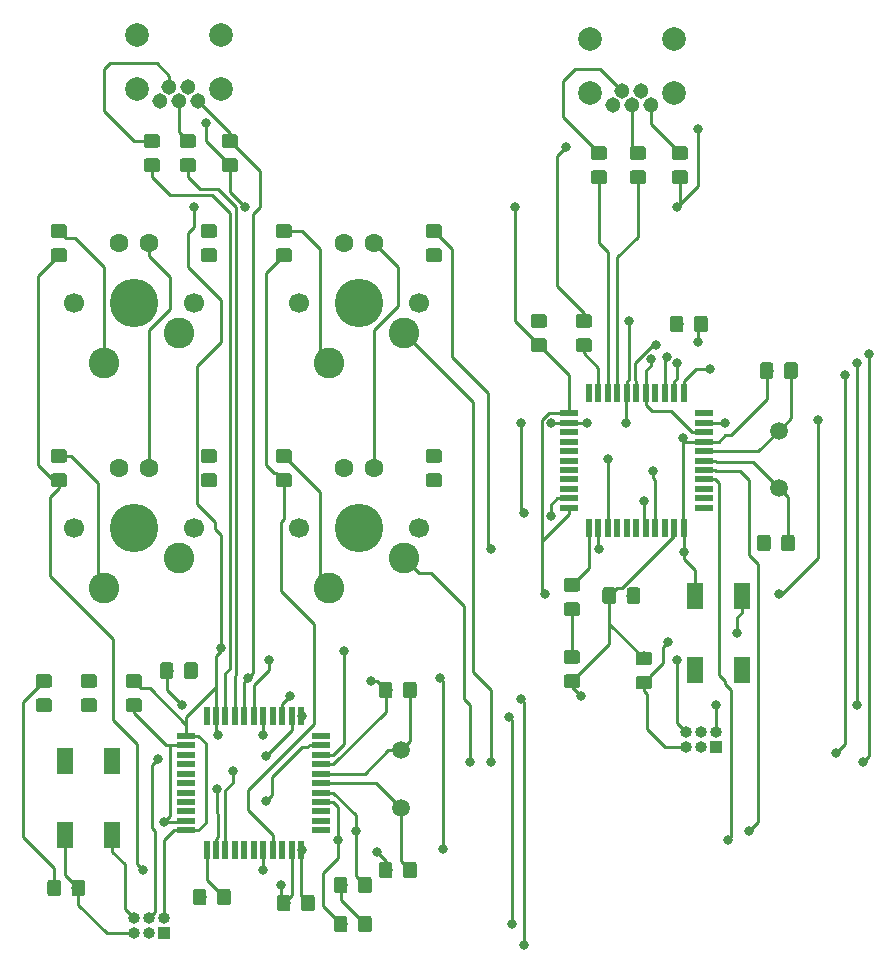
<source format=gbr>
G04 #@! TF.GenerationSoftware,KiCad,Pcbnew,(5.0.2)-1*
G04 #@! TF.CreationDate,2018-12-26T22:17:43-06:00*
G04 #@! TF.ProjectId,AVR6502Tester,41565236-3530-4325-9465-737465722e6b,rev?*
G04 #@! TF.SameCoordinates,Original*
G04 #@! TF.FileFunction,Copper,L2,Bot*
G04 #@! TF.FilePolarity,Positive*
%FSLAX46Y46*%
G04 Gerber Fmt 4.6, Leading zero omitted, Abs format (unit mm)*
G04 Created by KiCad (PCBNEW (5.0.2)-1) date 12/26/2018 10:17:43 PM*
%MOMM*%
%LPD*%
G01*
G04 APERTURE LIST*
G04 #@! TA.AperFunction,Conductor*
%ADD10C,0.100000*%
G04 #@! TD*
G04 #@! TA.AperFunction,SMDPad,CuDef*
%ADD11C,1.150000*%
G04 #@! TD*
G04 #@! TA.AperFunction,ComponentPad*
%ADD12C,1.305560*%
G04 #@! TD*
G04 #@! TA.AperFunction,ComponentPad*
%ADD13C,2.000000*%
G04 #@! TD*
G04 #@! TA.AperFunction,SMDPad,CuDef*
%ADD14R,0.550000X1.500000*%
G04 #@! TD*
G04 #@! TA.AperFunction,SMDPad,CuDef*
%ADD15R,1.500000X0.550000*%
G04 #@! TD*
G04 #@! TA.AperFunction,ComponentPad*
%ADD16C,1.500000*%
G04 #@! TD*
G04 #@! TA.AperFunction,ComponentPad*
%ADD17C,1.600200*%
G04 #@! TD*
G04 #@! TA.AperFunction,ComponentPad*
%ADD18R,1.000000X1.000000*%
G04 #@! TD*
G04 #@! TA.AperFunction,ComponentPad*
%ADD19O,1.000000X1.000000*%
G04 #@! TD*
G04 #@! TA.AperFunction,SMDPad,CuDef*
%ADD20R,1.399540X2.301240*%
G04 #@! TD*
G04 #@! TA.AperFunction,ComponentPad*
%ADD21C,4.099560*%
G04 #@! TD*
G04 #@! TA.AperFunction,ComponentPad*
%ADD22C,2.600960*%
G04 #@! TD*
G04 #@! TA.AperFunction,ComponentPad*
%ADD23C,1.699260*%
G04 #@! TD*
G04 #@! TA.AperFunction,ViaPad*
%ADD24C,0.800000*%
G04 #@! TD*
G04 #@! TA.AperFunction,Conductor*
%ADD25C,0.250000*%
G04 #@! TD*
G04 APERTURE END LIST*
D10*
G04 #@! TO.N,GND*
G04 #@! TO.C,LC7*
G36*
X95978505Y-67489204D02*
X96002773Y-67492804D01*
X96026572Y-67498765D01*
X96049671Y-67507030D01*
X96071850Y-67517520D01*
X96092893Y-67530132D01*
X96112599Y-67544747D01*
X96130777Y-67561223D01*
X96147253Y-67579401D01*
X96161868Y-67599107D01*
X96174480Y-67620150D01*
X96184970Y-67642329D01*
X96193235Y-67665428D01*
X96199196Y-67689227D01*
X96202796Y-67713495D01*
X96204000Y-67737999D01*
X96204000Y-68388001D01*
X96202796Y-68412505D01*
X96199196Y-68436773D01*
X96193235Y-68460572D01*
X96184970Y-68483671D01*
X96174480Y-68505850D01*
X96161868Y-68526893D01*
X96147253Y-68546599D01*
X96130777Y-68564777D01*
X96112599Y-68581253D01*
X96092893Y-68595868D01*
X96071850Y-68608480D01*
X96049671Y-68618970D01*
X96026572Y-68627235D01*
X96002773Y-68633196D01*
X95978505Y-68636796D01*
X95954001Y-68638000D01*
X95053999Y-68638000D01*
X95029495Y-68636796D01*
X95005227Y-68633196D01*
X94981428Y-68627235D01*
X94958329Y-68618970D01*
X94936150Y-68608480D01*
X94915107Y-68595868D01*
X94895401Y-68581253D01*
X94877223Y-68564777D01*
X94860747Y-68546599D01*
X94846132Y-68526893D01*
X94833520Y-68505850D01*
X94823030Y-68483671D01*
X94814765Y-68460572D01*
X94808804Y-68436773D01*
X94805204Y-68412505D01*
X94804000Y-68388001D01*
X94804000Y-67737999D01*
X94805204Y-67713495D01*
X94808804Y-67689227D01*
X94814765Y-67665428D01*
X94823030Y-67642329D01*
X94833520Y-67620150D01*
X94846132Y-67599107D01*
X94860747Y-67579401D01*
X94877223Y-67561223D01*
X94895401Y-67544747D01*
X94915107Y-67530132D01*
X94936150Y-67517520D01*
X94958329Y-67507030D01*
X94981428Y-67498765D01*
X95005227Y-67492804D01*
X95029495Y-67489204D01*
X95053999Y-67488000D01*
X95954001Y-67488000D01*
X95978505Y-67489204D01*
X95978505Y-67489204D01*
G37*
D11*
G04 #@! TD*
G04 #@! TO.P,LC7,2*
G04 #@! TO.N,GND*
X95504000Y-68063000D03*
D10*
G04 #@! TO.N,VCC*
G04 #@! TO.C,LC7*
G36*
X95978505Y-69539204D02*
X96002773Y-69542804D01*
X96026572Y-69548765D01*
X96049671Y-69557030D01*
X96071850Y-69567520D01*
X96092893Y-69580132D01*
X96112599Y-69594747D01*
X96130777Y-69611223D01*
X96147253Y-69629401D01*
X96161868Y-69649107D01*
X96174480Y-69670150D01*
X96184970Y-69692329D01*
X96193235Y-69715428D01*
X96199196Y-69739227D01*
X96202796Y-69763495D01*
X96204000Y-69787999D01*
X96204000Y-70438001D01*
X96202796Y-70462505D01*
X96199196Y-70486773D01*
X96193235Y-70510572D01*
X96184970Y-70533671D01*
X96174480Y-70555850D01*
X96161868Y-70576893D01*
X96147253Y-70596599D01*
X96130777Y-70614777D01*
X96112599Y-70631253D01*
X96092893Y-70645868D01*
X96071850Y-70658480D01*
X96049671Y-70668970D01*
X96026572Y-70677235D01*
X96002773Y-70683196D01*
X95978505Y-70686796D01*
X95954001Y-70688000D01*
X95053999Y-70688000D01*
X95029495Y-70686796D01*
X95005227Y-70683196D01*
X94981428Y-70677235D01*
X94958329Y-70668970D01*
X94936150Y-70658480D01*
X94915107Y-70645868D01*
X94895401Y-70631253D01*
X94877223Y-70614777D01*
X94860747Y-70596599D01*
X94846132Y-70576893D01*
X94833520Y-70555850D01*
X94823030Y-70533671D01*
X94814765Y-70510572D01*
X94808804Y-70486773D01*
X94805204Y-70462505D01*
X94804000Y-70438001D01*
X94804000Y-69787999D01*
X94805204Y-69763495D01*
X94808804Y-69739227D01*
X94814765Y-69715428D01*
X94823030Y-69692329D01*
X94833520Y-69670150D01*
X94846132Y-69649107D01*
X94860747Y-69629401D01*
X94877223Y-69611223D01*
X94895401Y-69594747D01*
X94915107Y-69580132D01*
X94936150Y-69567520D01*
X94958329Y-69557030D01*
X94981428Y-69548765D01*
X95005227Y-69542804D01*
X95029495Y-69539204D01*
X95053999Y-69538000D01*
X95954001Y-69538000D01*
X95978505Y-69539204D01*
X95978505Y-69539204D01*
G37*
D11*
G04 #@! TD*
G04 #@! TO.P,LC7,1*
G04 #@! TO.N,VCC*
X95504000Y-70113000D03*
D12*
G04 #@! TO.P,LJ1,3*
G04 #@! TO.N,Net-(LJ1-Pad3)*
X100584000Y-21353780D03*
G04 #@! TO.P,LJ1,2*
G04 #@! TO.N,Net-(LJ1-Pad2)*
X99786440Y-20154900D03*
G04 #@! TO.P,LJ1,5*
G04 #@! TO.N,GND*
X102181660Y-21353780D03*
G04 #@! TO.P,LJ1,4*
G04 #@! TO.N,Net-(LJ1-Pad4)*
X101381560Y-20154900D03*
D13*
G04 #@! TO.P,LJ1,*
G04 #@! TO.N,*
X104140000Y-15748000D03*
X97028000Y-15748000D03*
D12*
G04 #@! TO.P,LJ1,1*
G04 #@! TO.N,VCC*
X98986340Y-21353780D03*
D13*
G04 #@! TO.P,LJ1,*
G04 #@! TO.N,*
X97028000Y-20320000D03*
X104140000Y-20320000D03*
G04 #@! TD*
D10*
G04 #@! TO.N,GND*
G04 #@! TO.C,C6*
G36*
X73510505Y-88201204D02*
X73534773Y-88204804D01*
X73558572Y-88210765D01*
X73581671Y-88219030D01*
X73603850Y-88229520D01*
X73624893Y-88242132D01*
X73644599Y-88256747D01*
X73662777Y-88273223D01*
X73679253Y-88291401D01*
X73693868Y-88311107D01*
X73706480Y-88332150D01*
X73716970Y-88354329D01*
X73725235Y-88377428D01*
X73731196Y-88401227D01*
X73734796Y-88425495D01*
X73736000Y-88449999D01*
X73736000Y-89350001D01*
X73734796Y-89374505D01*
X73731196Y-89398773D01*
X73725235Y-89422572D01*
X73716970Y-89445671D01*
X73706480Y-89467850D01*
X73693868Y-89488893D01*
X73679253Y-89508599D01*
X73662777Y-89526777D01*
X73644599Y-89543253D01*
X73624893Y-89557868D01*
X73603850Y-89570480D01*
X73581671Y-89580970D01*
X73558572Y-89589235D01*
X73534773Y-89595196D01*
X73510505Y-89598796D01*
X73486001Y-89600000D01*
X72835999Y-89600000D01*
X72811495Y-89598796D01*
X72787227Y-89595196D01*
X72763428Y-89589235D01*
X72740329Y-89580970D01*
X72718150Y-89570480D01*
X72697107Y-89557868D01*
X72677401Y-89543253D01*
X72659223Y-89526777D01*
X72642747Y-89508599D01*
X72628132Y-89488893D01*
X72615520Y-89467850D01*
X72605030Y-89445671D01*
X72596765Y-89422572D01*
X72590804Y-89398773D01*
X72587204Y-89374505D01*
X72586000Y-89350001D01*
X72586000Y-88449999D01*
X72587204Y-88425495D01*
X72590804Y-88401227D01*
X72596765Y-88377428D01*
X72605030Y-88354329D01*
X72615520Y-88332150D01*
X72628132Y-88311107D01*
X72642747Y-88291401D01*
X72659223Y-88273223D01*
X72677401Y-88256747D01*
X72697107Y-88242132D01*
X72718150Y-88229520D01*
X72740329Y-88219030D01*
X72763428Y-88210765D01*
X72787227Y-88204804D01*
X72811495Y-88201204D01*
X72835999Y-88200000D01*
X73486001Y-88200000D01*
X73510505Y-88201204D01*
X73510505Y-88201204D01*
G37*
D11*
G04 #@! TD*
G04 #@! TO.P,C6,2*
G04 #@! TO.N,GND*
X73161000Y-88900000D03*
D10*
G04 #@! TO.N,VCC*
G04 #@! TO.C,C6*
G36*
X71460505Y-88201204D02*
X71484773Y-88204804D01*
X71508572Y-88210765D01*
X71531671Y-88219030D01*
X71553850Y-88229520D01*
X71574893Y-88242132D01*
X71594599Y-88256747D01*
X71612777Y-88273223D01*
X71629253Y-88291401D01*
X71643868Y-88311107D01*
X71656480Y-88332150D01*
X71666970Y-88354329D01*
X71675235Y-88377428D01*
X71681196Y-88401227D01*
X71684796Y-88425495D01*
X71686000Y-88449999D01*
X71686000Y-89350001D01*
X71684796Y-89374505D01*
X71681196Y-89398773D01*
X71675235Y-89422572D01*
X71666970Y-89445671D01*
X71656480Y-89467850D01*
X71643868Y-89488893D01*
X71629253Y-89508599D01*
X71612777Y-89526777D01*
X71594599Y-89543253D01*
X71574893Y-89557868D01*
X71553850Y-89570480D01*
X71531671Y-89580970D01*
X71508572Y-89589235D01*
X71484773Y-89595196D01*
X71460505Y-89598796D01*
X71436001Y-89600000D01*
X70785999Y-89600000D01*
X70761495Y-89598796D01*
X70737227Y-89595196D01*
X70713428Y-89589235D01*
X70690329Y-89580970D01*
X70668150Y-89570480D01*
X70647107Y-89557868D01*
X70627401Y-89543253D01*
X70609223Y-89526777D01*
X70592747Y-89508599D01*
X70578132Y-89488893D01*
X70565520Y-89467850D01*
X70555030Y-89445671D01*
X70546765Y-89422572D01*
X70540804Y-89398773D01*
X70537204Y-89374505D01*
X70536000Y-89350001D01*
X70536000Y-88449999D01*
X70537204Y-88425495D01*
X70540804Y-88401227D01*
X70546765Y-88377428D01*
X70555030Y-88354329D01*
X70565520Y-88332150D01*
X70578132Y-88311107D01*
X70592747Y-88291401D01*
X70609223Y-88273223D01*
X70627401Y-88256747D01*
X70647107Y-88242132D01*
X70668150Y-88229520D01*
X70690329Y-88219030D01*
X70713428Y-88210765D01*
X70737227Y-88204804D01*
X70761495Y-88201204D01*
X70785999Y-88200000D01*
X71436001Y-88200000D01*
X71460505Y-88201204D01*
X71460505Y-88201204D01*
G37*
D11*
G04 #@! TD*
G04 #@! TO.P,C6,1*
G04 #@! TO.N,VCC*
X71111000Y-88900000D03*
D10*
G04 #@! TO.N,VCC*
G04 #@! TO.C,R4*
G36*
X78336505Y-89979204D02*
X78360773Y-89982804D01*
X78384572Y-89988765D01*
X78407671Y-89997030D01*
X78429850Y-90007520D01*
X78450893Y-90020132D01*
X78470599Y-90034747D01*
X78488777Y-90051223D01*
X78505253Y-90069401D01*
X78519868Y-90089107D01*
X78532480Y-90110150D01*
X78542970Y-90132329D01*
X78551235Y-90155428D01*
X78557196Y-90179227D01*
X78560796Y-90203495D01*
X78562000Y-90227999D01*
X78562000Y-91128001D01*
X78560796Y-91152505D01*
X78557196Y-91176773D01*
X78551235Y-91200572D01*
X78542970Y-91223671D01*
X78532480Y-91245850D01*
X78519868Y-91266893D01*
X78505253Y-91286599D01*
X78488777Y-91304777D01*
X78470599Y-91321253D01*
X78450893Y-91335868D01*
X78429850Y-91348480D01*
X78407671Y-91358970D01*
X78384572Y-91367235D01*
X78360773Y-91373196D01*
X78336505Y-91376796D01*
X78312001Y-91378000D01*
X77661999Y-91378000D01*
X77637495Y-91376796D01*
X77613227Y-91373196D01*
X77589428Y-91367235D01*
X77566329Y-91358970D01*
X77544150Y-91348480D01*
X77523107Y-91335868D01*
X77503401Y-91321253D01*
X77485223Y-91304777D01*
X77468747Y-91286599D01*
X77454132Y-91266893D01*
X77441520Y-91245850D01*
X77431030Y-91223671D01*
X77422765Y-91200572D01*
X77416804Y-91176773D01*
X77413204Y-91152505D01*
X77412000Y-91128001D01*
X77412000Y-90227999D01*
X77413204Y-90203495D01*
X77416804Y-90179227D01*
X77422765Y-90155428D01*
X77431030Y-90132329D01*
X77441520Y-90110150D01*
X77454132Y-90089107D01*
X77468747Y-90069401D01*
X77485223Y-90051223D01*
X77503401Y-90034747D01*
X77523107Y-90020132D01*
X77544150Y-90007520D01*
X77566329Y-89997030D01*
X77589428Y-89988765D01*
X77613227Y-89982804D01*
X77637495Y-89979204D01*
X77661999Y-89978000D01*
X78312001Y-89978000D01*
X78336505Y-89979204D01*
X78336505Y-89979204D01*
G37*
D11*
G04 #@! TD*
G04 #@! TO.P,R4,1*
G04 #@! TO.N,VCC*
X77987000Y-90678000D03*
D10*
G04 #@! TO.N,/SDA*
G04 #@! TO.C,R4*
G36*
X76286505Y-89979204D02*
X76310773Y-89982804D01*
X76334572Y-89988765D01*
X76357671Y-89997030D01*
X76379850Y-90007520D01*
X76400893Y-90020132D01*
X76420599Y-90034747D01*
X76438777Y-90051223D01*
X76455253Y-90069401D01*
X76469868Y-90089107D01*
X76482480Y-90110150D01*
X76492970Y-90132329D01*
X76501235Y-90155428D01*
X76507196Y-90179227D01*
X76510796Y-90203495D01*
X76512000Y-90227999D01*
X76512000Y-91128001D01*
X76510796Y-91152505D01*
X76507196Y-91176773D01*
X76501235Y-91200572D01*
X76492970Y-91223671D01*
X76482480Y-91245850D01*
X76469868Y-91266893D01*
X76455253Y-91286599D01*
X76438777Y-91304777D01*
X76420599Y-91321253D01*
X76400893Y-91335868D01*
X76379850Y-91348480D01*
X76357671Y-91358970D01*
X76334572Y-91367235D01*
X76310773Y-91373196D01*
X76286505Y-91376796D01*
X76262001Y-91378000D01*
X75611999Y-91378000D01*
X75587495Y-91376796D01*
X75563227Y-91373196D01*
X75539428Y-91367235D01*
X75516329Y-91358970D01*
X75494150Y-91348480D01*
X75473107Y-91335868D01*
X75453401Y-91321253D01*
X75435223Y-91304777D01*
X75418747Y-91286599D01*
X75404132Y-91266893D01*
X75391520Y-91245850D01*
X75381030Y-91223671D01*
X75372765Y-91200572D01*
X75366804Y-91176773D01*
X75363204Y-91152505D01*
X75362000Y-91128001D01*
X75362000Y-90227999D01*
X75363204Y-90203495D01*
X75366804Y-90179227D01*
X75372765Y-90155428D01*
X75381030Y-90132329D01*
X75391520Y-90110150D01*
X75404132Y-90089107D01*
X75418747Y-90069401D01*
X75435223Y-90051223D01*
X75453401Y-90034747D01*
X75473107Y-90020132D01*
X75494150Y-90007520D01*
X75516329Y-89997030D01*
X75539428Y-89988765D01*
X75563227Y-89982804D01*
X75587495Y-89979204D01*
X75611999Y-89978000D01*
X76262001Y-89978000D01*
X76286505Y-89979204D01*
X76286505Y-89979204D01*
G37*
D11*
G04 #@! TD*
G04 #@! TO.P,R4,2*
G04 #@! TO.N,/SDA*
X75937000Y-90678000D03*
D14*
G04 #@! TO.P,IC1,1*
G04 #@! TO.N,/PE6*
X64580000Y-73040000D03*
G04 #@! TO.P,IC1,2*
G04 #@! TO.N,VCC*
X65380000Y-73040000D03*
G04 #@! TO.P,IC1,3*
G04 #@! TO.N,Net-(IC1-Pad3)*
X66180000Y-73040000D03*
G04 #@! TO.P,IC1,4*
G04 #@! TO.N,Net-(IC1-Pad4)*
X66980000Y-73040000D03*
G04 #@! TO.P,IC1,5*
G04 #@! TO.N,GND*
X67780000Y-73040000D03*
G04 #@! TO.P,IC1,6*
G04 #@! TO.N,Net-(C3-Pad1)*
X68580000Y-73040000D03*
G04 #@! TO.P,IC1,7*
G04 #@! TO.N,VCC*
X69380000Y-73040000D03*
G04 #@! TO.P,IC1,8*
G04 #@! TO.N,/PB0*
X70180000Y-73040000D03*
G04 #@! TO.P,IC1,9*
G04 #@! TO.N,/SCLK*
X70980000Y-73040000D03*
G04 #@! TO.P,IC1,10*
G04 #@! TO.N,/MOSI*
X71780000Y-73040000D03*
G04 #@! TO.P,IC1,11*
G04 #@! TO.N,/MISO*
X72580000Y-73040000D03*
D15*
G04 #@! TO.P,IC1,12*
G04 #@! TO.N,/PB7*
X74280000Y-74740000D03*
G04 #@! TO.P,IC1,13*
G04 #@! TO.N,/~RES*
X74280000Y-75540000D03*
G04 #@! TO.P,IC1,14*
G04 #@! TO.N,VCC*
X74280000Y-76340000D03*
G04 #@! TO.P,IC1,15*
G04 #@! TO.N,GND*
X74280000Y-77140000D03*
G04 #@! TO.P,IC1,16*
G04 #@! TO.N,Net-(C1-Pad1)*
X74280000Y-77940000D03*
G04 #@! TO.P,IC1,17*
G04 #@! TO.N,Net-(C2-Pad1)*
X74280000Y-78740000D03*
G04 #@! TO.P,IC1,18*
G04 #@! TO.N,/SCL*
X74280000Y-79540000D03*
G04 #@! TO.P,IC1,19*
G04 #@! TO.N,/SDA*
X74280000Y-80340000D03*
G04 #@! TO.P,IC1,20*
G04 #@! TO.N,/PD1*
X74280000Y-81140000D03*
G04 #@! TO.P,IC1,21*
G04 #@! TO.N,/PD2*
X74280000Y-81940000D03*
G04 #@! TO.P,IC1,22*
G04 #@! TO.N,/PD5*
X74280000Y-82740000D03*
D14*
G04 #@! TO.P,IC1,23*
G04 #@! TO.N,GND*
X72580000Y-84440000D03*
G04 #@! TO.P,IC1,24*
G04 #@! TO.N,VCC*
X71780000Y-84440000D03*
G04 #@! TO.P,IC1,25*
G04 #@! TO.N,/PD4*
X70980000Y-84440000D03*
G04 #@! TO.P,IC1,26*
G04 #@! TO.N,/Col1*
X70180000Y-84440000D03*
G04 #@! TO.P,IC1,27*
G04 #@! TO.N,/Col0*
X69380000Y-84440000D03*
G04 #@! TO.P,IC1,28*
G04 #@! TO.N,/PB4*
X68580000Y-84440000D03*
G04 #@! TO.P,IC1,29*
G04 #@! TO.N,/PB5*
X67780000Y-84440000D03*
G04 #@! TO.P,IC1,30*
G04 #@! TO.N,/PB6*
X66980000Y-84440000D03*
G04 #@! TO.P,IC1,31*
G04 #@! TO.N,/Row1*
X66180000Y-84440000D03*
G04 #@! TO.P,IC1,32*
G04 #@! TO.N,/Row0*
X65380000Y-84440000D03*
G04 #@! TO.P,IC1,33*
G04 #@! TO.N,Net-(IC1-Pad33)*
X64580000Y-84440000D03*
D15*
G04 #@! TO.P,IC1,34*
G04 #@! TO.N,VCC*
X62880000Y-82740000D03*
G04 #@! TO.P,IC1,35*
G04 #@! TO.N,GND*
X62880000Y-81940000D03*
G04 #@! TO.P,IC1,36*
G04 #@! TO.N,/PF7*
X62880000Y-81140000D03*
G04 #@! TO.P,IC1,37*
G04 #@! TO.N,/PF6*
X62880000Y-80340000D03*
G04 #@! TO.P,IC1,38*
G04 #@! TO.N,/PF5*
X62880000Y-79540000D03*
G04 #@! TO.P,IC1,39*
G04 #@! TO.N,/PF4*
X62880000Y-78740000D03*
G04 #@! TO.P,IC1,40*
G04 #@! TO.N,/PF1*
X62880000Y-77940000D03*
G04 #@! TO.P,IC1,41*
G04 #@! TO.N,/PF0*
X62880000Y-77140000D03*
G04 #@! TO.P,IC1,42*
G04 #@! TO.N,Net-(IC1-Pad42)*
X62880000Y-76340000D03*
G04 #@! TO.P,IC1,43*
G04 #@! TO.N,GND*
X62880000Y-75540000D03*
G04 #@! TO.P,IC1,44*
G04 #@! TO.N,VCC*
X62880000Y-74740000D03*
G04 #@! TD*
D16*
G04 #@! TO.P,Y1,1*
G04 #@! TO.N,Net-(C1-Pad1)*
X81026000Y-75946000D03*
G04 #@! TO.P,Y1,2*
G04 #@! TO.N,Net-(C2-Pad1)*
X81026000Y-80826000D03*
G04 #@! TD*
D10*
G04 #@! TO.N,/Col1*
G04 #@! TO.C,D4*
G36*
X71594505Y-52521204D02*
X71618773Y-52524804D01*
X71642572Y-52530765D01*
X71665671Y-52539030D01*
X71687850Y-52549520D01*
X71708893Y-52562132D01*
X71728599Y-52576747D01*
X71746777Y-52593223D01*
X71763253Y-52611401D01*
X71777868Y-52631107D01*
X71790480Y-52652150D01*
X71800970Y-52674329D01*
X71809235Y-52697428D01*
X71815196Y-52721227D01*
X71818796Y-52745495D01*
X71820000Y-52769999D01*
X71820000Y-53420001D01*
X71818796Y-53444505D01*
X71815196Y-53468773D01*
X71809235Y-53492572D01*
X71800970Y-53515671D01*
X71790480Y-53537850D01*
X71777868Y-53558893D01*
X71763253Y-53578599D01*
X71746777Y-53596777D01*
X71728599Y-53613253D01*
X71708893Y-53627868D01*
X71687850Y-53640480D01*
X71665671Y-53650970D01*
X71642572Y-53659235D01*
X71618773Y-53665196D01*
X71594505Y-53668796D01*
X71570001Y-53670000D01*
X70669999Y-53670000D01*
X70645495Y-53668796D01*
X70621227Y-53665196D01*
X70597428Y-53659235D01*
X70574329Y-53650970D01*
X70552150Y-53640480D01*
X70531107Y-53627868D01*
X70511401Y-53613253D01*
X70493223Y-53596777D01*
X70476747Y-53578599D01*
X70462132Y-53558893D01*
X70449520Y-53537850D01*
X70439030Y-53515671D01*
X70430765Y-53492572D01*
X70424804Y-53468773D01*
X70421204Y-53444505D01*
X70420000Y-53420001D01*
X70420000Y-52769999D01*
X70421204Y-52745495D01*
X70424804Y-52721227D01*
X70430765Y-52697428D01*
X70439030Y-52674329D01*
X70449520Y-52652150D01*
X70462132Y-52631107D01*
X70476747Y-52611401D01*
X70493223Y-52593223D01*
X70511401Y-52576747D01*
X70531107Y-52562132D01*
X70552150Y-52549520D01*
X70574329Y-52539030D01*
X70597428Y-52530765D01*
X70621227Y-52524804D01*
X70645495Y-52521204D01*
X70669999Y-52520000D01*
X71570001Y-52520000D01*
X71594505Y-52521204D01*
X71594505Y-52521204D01*
G37*
D11*
G04 #@! TD*
G04 #@! TO.P,D4,1*
G04 #@! TO.N,/Col1*
X71120000Y-53095000D03*
D10*
G04 #@! TO.N,Net-(D4-Pad2)*
G04 #@! TO.C,D4*
G36*
X71594505Y-50471204D02*
X71618773Y-50474804D01*
X71642572Y-50480765D01*
X71665671Y-50489030D01*
X71687850Y-50499520D01*
X71708893Y-50512132D01*
X71728599Y-50526747D01*
X71746777Y-50543223D01*
X71763253Y-50561401D01*
X71777868Y-50581107D01*
X71790480Y-50602150D01*
X71800970Y-50624329D01*
X71809235Y-50647428D01*
X71815196Y-50671227D01*
X71818796Y-50695495D01*
X71820000Y-50719999D01*
X71820000Y-51370001D01*
X71818796Y-51394505D01*
X71815196Y-51418773D01*
X71809235Y-51442572D01*
X71800970Y-51465671D01*
X71790480Y-51487850D01*
X71777868Y-51508893D01*
X71763253Y-51528599D01*
X71746777Y-51546777D01*
X71728599Y-51563253D01*
X71708893Y-51577868D01*
X71687850Y-51590480D01*
X71665671Y-51600970D01*
X71642572Y-51609235D01*
X71618773Y-51615196D01*
X71594505Y-51618796D01*
X71570001Y-51620000D01*
X70669999Y-51620000D01*
X70645495Y-51618796D01*
X70621227Y-51615196D01*
X70597428Y-51609235D01*
X70574329Y-51600970D01*
X70552150Y-51590480D01*
X70531107Y-51577868D01*
X70511401Y-51563253D01*
X70493223Y-51546777D01*
X70476747Y-51528599D01*
X70462132Y-51508893D01*
X70449520Y-51487850D01*
X70439030Y-51465671D01*
X70430765Y-51442572D01*
X70424804Y-51418773D01*
X70421204Y-51394505D01*
X70420000Y-51370001D01*
X70420000Y-50719999D01*
X70421204Y-50695495D01*
X70424804Y-50671227D01*
X70430765Y-50647428D01*
X70439030Y-50624329D01*
X70449520Y-50602150D01*
X70462132Y-50581107D01*
X70476747Y-50561401D01*
X70493223Y-50543223D01*
X70511401Y-50526747D01*
X70531107Y-50512132D01*
X70552150Y-50499520D01*
X70574329Y-50489030D01*
X70597428Y-50480765D01*
X70621227Y-50474804D01*
X70645495Y-50471204D01*
X70669999Y-50470000D01*
X71570001Y-50470000D01*
X71594505Y-50471204D01*
X71594505Y-50471204D01*
G37*
D11*
G04 #@! TD*
G04 #@! TO.P,D4,2*
G04 #@! TO.N,Net-(D4-Pad2)*
X71120000Y-51045000D03*
D10*
G04 #@! TO.N,GND*
G04 #@! TO.C,C1*
G36*
X80087505Y-70167204D02*
X80111773Y-70170804D01*
X80135572Y-70176765D01*
X80158671Y-70185030D01*
X80180850Y-70195520D01*
X80201893Y-70208132D01*
X80221599Y-70222747D01*
X80239777Y-70239223D01*
X80256253Y-70257401D01*
X80270868Y-70277107D01*
X80283480Y-70298150D01*
X80293970Y-70320329D01*
X80302235Y-70343428D01*
X80308196Y-70367227D01*
X80311796Y-70391495D01*
X80313000Y-70415999D01*
X80313000Y-71316001D01*
X80311796Y-71340505D01*
X80308196Y-71364773D01*
X80302235Y-71388572D01*
X80293970Y-71411671D01*
X80283480Y-71433850D01*
X80270868Y-71454893D01*
X80256253Y-71474599D01*
X80239777Y-71492777D01*
X80221599Y-71509253D01*
X80201893Y-71523868D01*
X80180850Y-71536480D01*
X80158671Y-71546970D01*
X80135572Y-71555235D01*
X80111773Y-71561196D01*
X80087505Y-71564796D01*
X80063001Y-71566000D01*
X79412999Y-71566000D01*
X79388495Y-71564796D01*
X79364227Y-71561196D01*
X79340428Y-71555235D01*
X79317329Y-71546970D01*
X79295150Y-71536480D01*
X79274107Y-71523868D01*
X79254401Y-71509253D01*
X79236223Y-71492777D01*
X79219747Y-71474599D01*
X79205132Y-71454893D01*
X79192520Y-71433850D01*
X79182030Y-71411671D01*
X79173765Y-71388572D01*
X79167804Y-71364773D01*
X79164204Y-71340505D01*
X79163000Y-71316001D01*
X79163000Y-70415999D01*
X79164204Y-70391495D01*
X79167804Y-70367227D01*
X79173765Y-70343428D01*
X79182030Y-70320329D01*
X79192520Y-70298150D01*
X79205132Y-70277107D01*
X79219747Y-70257401D01*
X79236223Y-70239223D01*
X79254401Y-70222747D01*
X79274107Y-70208132D01*
X79295150Y-70195520D01*
X79317329Y-70185030D01*
X79340428Y-70176765D01*
X79364227Y-70170804D01*
X79388495Y-70167204D01*
X79412999Y-70166000D01*
X80063001Y-70166000D01*
X80087505Y-70167204D01*
X80087505Y-70167204D01*
G37*
D11*
G04 #@! TD*
G04 #@! TO.P,C1,2*
G04 #@! TO.N,GND*
X79738000Y-70866000D03*
D10*
G04 #@! TO.N,Net-(C1-Pad1)*
G04 #@! TO.C,C1*
G36*
X82137505Y-70167204D02*
X82161773Y-70170804D01*
X82185572Y-70176765D01*
X82208671Y-70185030D01*
X82230850Y-70195520D01*
X82251893Y-70208132D01*
X82271599Y-70222747D01*
X82289777Y-70239223D01*
X82306253Y-70257401D01*
X82320868Y-70277107D01*
X82333480Y-70298150D01*
X82343970Y-70320329D01*
X82352235Y-70343428D01*
X82358196Y-70367227D01*
X82361796Y-70391495D01*
X82363000Y-70415999D01*
X82363000Y-71316001D01*
X82361796Y-71340505D01*
X82358196Y-71364773D01*
X82352235Y-71388572D01*
X82343970Y-71411671D01*
X82333480Y-71433850D01*
X82320868Y-71454893D01*
X82306253Y-71474599D01*
X82289777Y-71492777D01*
X82271599Y-71509253D01*
X82251893Y-71523868D01*
X82230850Y-71536480D01*
X82208671Y-71546970D01*
X82185572Y-71555235D01*
X82161773Y-71561196D01*
X82137505Y-71564796D01*
X82113001Y-71566000D01*
X81462999Y-71566000D01*
X81438495Y-71564796D01*
X81414227Y-71561196D01*
X81390428Y-71555235D01*
X81367329Y-71546970D01*
X81345150Y-71536480D01*
X81324107Y-71523868D01*
X81304401Y-71509253D01*
X81286223Y-71492777D01*
X81269747Y-71474599D01*
X81255132Y-71454893D01*
X81242520Y-71433850D01*
X81232030Y-71411671D01*
X81223765Y-71388572D01*
X81217804Y-71364773D01*
X81214204Y-71340505D01*
X81213000Y-71316001D01*
X81213000Y-70415999D01*
X81214204Y-70391495D01*
X81217804Y-70367227D01*
X81223765Y-70343428D01*
X81232030Y-70320329D01*
X81242520Y-70298150D01*
X81255132Y-70277107D01*
X81269747Y-70257401D01*
X81286223Y-70239223D01*
X81304401Y-70222747D01*
X81324107Y-70208132D01*
X81345150Y-70195520D01*
X81367329Y-70185030D01*
X81390428Y-70176765D01*
X81414227Y-70170804D01*
X81438495Y-70167204D01*
X81462999Y-70166000D01*
X82113001Y-70166000D01*
X82137505Y-70167204D01*
X82137505Y-70167204D01*
G37*
D11*
G04 #@! TD*
G04 #@! TO.P,C1,1*
G04 #@! TO.N,Net-(C1-Pad1)*
X81788000Y-70866000D03*
D10*
G04 #@! TO.N,Net-(C2-Pad1)*
G04 #@! TO.C,C2*
G36*
X82146505Y-85407204D02*
X82170773Y-85410804D01*
X82194572Y-85416765D01*
X82217671Y-85425030D01*
X82239850Y-85435520D01*
X82260893Y-85448132D01*
X82280599Y-85462747D01*
X82298777Y-85479223D01*
X82315253Y-85497401D01*
X82329868Y-85517107D01*
X82342480Y-85538150D01*
X82352970Y-85560329D01*
X82361235Y-85583428D01*
X82367196Y-85607227D01*
X82370796Y-85631495D01*
X82372000Y-85655999D01*
X82372000Y-86556001D01*
X82370796Y-86580505D01*
X82367196Y-86604773D01*
X82361235Y-86628572D01*
X82352970Y-86651671D01*
X82342480Y-86673850D01*
X82329868Y-86694893D01*
X82315253Y-86714599D01*
X82298777Y-86732777D01*
X82280599Y-86749253D01*
X82260893Y-86763868D01*
X82239850Y-86776480D01*
X82217671Y-86786970D01*
X82194572Y-86795235D01*
X82170773Y-86801196D01*
X82146505Y-86804796D01*
X82122001Y-86806000D01*
X81471999Y-86806000D01*
X81447495Y-86804796D01*
X81423227Y-86801196D01*
X81399428Y-86795235D01*
X81376329Y-86786970D01*
X81354150Y-86776480D01*
X81333107Y-86763868D01*
X81313401Y-86749253D01*
X81295223Y-86732777D01*
X81278747Y-86714599D01*
X81264132Y-86694893D01*
X81251520Y-86673850D01*
X81241030Y-86651671D01*
X81232765Y-86628572D01*
X81226804Y-86604773D01*
X81223204Y-86580505D01*
X81222000Y-86556001D01*
X81222000Y-85655999D01*
X81223204Y-85631495D01*
X81226804Y-85607227D01*
X81232765Y-85583428D01*
X81241030Y-85560329D01*
X81251520Y-85538150D01*
X81264132Y-85517107D01*
X81278747Y-85497401D01*
X81295223Y-85479223D01*
X81313401Y-85462747D01*
X81333107Y-85448132D01*
X81354150Y-85435520D01*
X81376329Y-85425030D01*
X81399428Y-85416765D01*
X81423227Y-85410804D01*
X81447495Y-85407204D01*
X81471999Y-85406000D01*
X82122001Y-85406000D01*
X82146505Y-85407204D01*
X82146505Y-85407204D01*
G37*
D11*
G04 #@! TD*
G04 #@! TO.P,C2,1*
G04 #@! TO.N,Net-(C2-Pad1)*
X81797000Y-86106000D03*
D10*
G04 #@! TO.N,GND*
G04 #@! TO.C,C2*
G36*
X80096505Y-85407204D02*
X80120773Y-85410804D01*
X80144572Y-85416765D01*
X80167671Y-85425030D01*
X80189850Y-85435520D01*
X80210893Y-85448132D01*
X80230599Y-85462747D01*
X80248777Y-85479223D01*
X80265253Y-85497401D01*
X80279868Y-85517107D01*
X80292480Y-85538150D01*
X80302970Y-85560329D01*
X80311235Y-85583428D01*
X80317196Y-85607227D01*
X80320796Y-85631495D01*
X80322000Y-85655999D01*
X80322000Y-86556001D01*
X80320796Y-86580505D01*
X80317196Y-86604773D01*
X80311235Y-86628572D01*
X80302970Y-86651671D01*
X80292480Y-86673850D01*
X80279868Y-86694893D01*
X80265253Y-86714599D01*
X80248777Y-86732777D01*
X80230599Y-86749253D01*
X80210893Y-86763868D01*
X80189850Y-86776480D01*
X80167671Y-86786970D01*
X80144572Y-86795235D01*
X80120773Y-86801196D01*
X80096505Y-86804796D01*
X80072001Y-86806000D01*
X79421999Y-86806000D01*
X79397495Y-86804796D01*
X79373227Y-86801196D01*
X79349428Y-86795235D01*
X79326329Y-86786970D01*
X79304150Y-86776480D01*
X79283107Y-86763868D01*
X79263401Y-86749253D01*
X79245223Y-86732777D01*
X79228747Y-86714599D01*
X79214132Y-86694893D01*
X79201520Y-86673850D01*
X79191030Y-86651671D01*
X79182765Y-86628572D01*
X79176804Y-86604773D01*
X79173204Y-86580505D01*
X79172000Y-86556001D01*
X79172000Y-85655999D01*
X79173204Y-85631495D01*
X79176804Y-85607227D01*
X79182765Y-85583428D01*
X79191030Y-85560329D01*
X79201520Y-85538150D01*
X79214132Y-85517107D01*
X79228747Y-85497401D01*
X79245223Y-85479223D01*
X79263401Y-85462747D01*
X79283107Y-85448132D01*
X79304150Y-85435520D01*
X79326329Y-85425030D01*
X79349428Y-85416765D01*
X79373227Y-85410804D01*
X79397495Y-85407204D01*
X79421999Y-85406000D01*
X80072001Y-85406000D01*
X80096505Y-85407204D01*
X80096505Y-85407204D01*
G37*
D11*
G04 #@! TD*
G04 #@! TO.P,C2,2*
G04 #@! TO.N,GND*
X79747000Y-86106000D03*
D10*
G04 #@! TO.N,GND*
G04 #@! TO.C,C3*
G36*
X61554505Y-68516204D02*
X61578773Y-68519804D01*
X61602572Y-68525765D01*
X61625671Y-68534030D01*
X61647850Y-68544520D01*
X61668893Y-68557132D01*
X61688599Y-68571747D01*
X61706777Y-68588223D01*
X61723253Y-68606401D01*
X61737868Y-68626107D01*
X61750480Y-68647150D01*
X61760970Y-68669329D01*
X61769235Y-68692428D01*
X61775196Y-68716227D01*
X61778796Y-68740495D01*
X61780000Y-68764999D01*
X61780000Y-69665001D01*
X61778796Y-69689505D01*
X61775196Y-69713773D01*
X61769235Y-69737572D01*
X61760970Y-69760671D01*
X61750480Y-69782850D01*
X61737868Y-69803893D01*
X61723253Y-69823599D01*
X61706777Y-69841777D01*
X61688599Y-69858253D01*
X61668893Y-69872868D01*
X61647850Y-69885480D01*
X61625671Y-69895970D01*
X61602572Y-69904235D01*
X61578773Y-69910196D01*
X61554505Y-69913796D01*
X61530001Y-69915000D01*
X60879999Y-69915000D01*
X60855495Y-69913796D01*
X60831227Y-69910196D01*
X60807428Y-69904235D01*
X60784329Y-69895970D01*
X60762150Y-69885480D01*
X60741107Y-69872868D01*
X60721401Y-69858253D01*
X60703223Y-69841777D01*
X60686747Y-69823599D01*
X60672132Y-69803893D01*
X60659520Y-69782850D01*
X60649030Y-69760671D01*
X60640765Y-69737572D01*
X60634804Y-69713773D01*
X60631204Y-69689505D01*
X60630000Y-69665001D01*
X60630000Y-68764999D01*
X60631204Y-68740495D01*
X60634804Y-68716227D01*
X60640765Y-68692428D01*
X60649030Y-68669329D01*
X60659520Y-68647150D01*
X60672132Y-68626107D01*
X60686747Y-68606401D01*
X60703223Y-68588223D01*
X60721401Y-68571747D01*
X60741107Y-68557132D01*
X60762150Y-68544520D01*
X60784329Y-68534030D01*
X60807428Y-68525765D01*
X60831227Y-68519804D01*
X60855495Y-68516204D01*
X60879999Y-68515000D01*
X61530001Y-68515000D01*
X61554505Y-68516204D01*
X61554505Y-68516204D01*
G37*
D11*
G04 #@! TD*
G04 #@! TO.P,C3,2*
G04 #@! TO.N,GND*
X61205000Y-69215000D03*
D10*
G04 #@! TO.N,Net-(C3-Pad1)*
G04 #@! TO.C,C3*
G36*
X63604505Y-68516204D02*
X63628773Y-68519804D01*
X63652572Y-68525765D01*
X63675671Y-68534030D01*
X63697850Y-68544520D01*
X63718893Y-68557132D01*
X63738599Y-68571747D01*
X63756777Y-68588223D01*
X63773253Y-68606401D01*
X63787868Y-68626107D01*
X63800480Y-68647150D01*
X63810970Y-68669329D01*
X63819235Y-68692428D01*
X63825196Y-68716227D01*
X63828796Y-68740495D01*
X63830000Y-68764999D01*
X63830000Y-69665001D01*
X63828796Y-69689505D01*
X63825196Y-69713773D01*
X63819235Y-69737572D01*
X63810970Y-69760671D01*
X63800480Y-69782850D01*
X63787868Y-69803893D01*
X63773253Y-69823599D01*
X63756777Y-69841777D01*
X63738599Y-69858253D01*
X63718893Y-69872868D01*
X63697850Y-69885480D01*
X63675671Y-69895970D01*
X63652572Y-69904235D01*
X63628773Y-69910196D01*
X63604505Y-69913796D01*
X63580001Y-69915000D01*
X62929999Y-69915000D01*
X62905495Y-69913796D01*
X62881227Y-69910196D01*
X62857428Y-69904235D01*
X62834329Y-69895970D01*
X62812150Y-69885480D01*
X62791107Y-69872868D01*
X62771401Y-69858253D01*
X62753223Y-69841777D01*
X62736747Y-69823599D01*
X62722132Y-69803893D01*
X62709520Y-69782850D01*
X62699030Y-69760671D01*
X62690765Y-69737572D01*
X62684804Y-69713773D01*
X62681204Y-69689505D01*
X62680000Y-69665001D01*
X62680000Y-68764999D01*
X62681204Y-68740495D01*
X62684804Y-68716227D01*
X62690765Y-68692428D01*
X62699030Y-68669329D01*
X62709520Y-68647150D01*
X62722132Y-68626107D01*
X62736747Y-68606401D01*
X62753223Y-68588223D01*
X62771401Y-68571747D01*
X62791107Y-68557132D01*
X62812150Y-68544520D01*
X62834329Y-68534030D01*
X62857428Y-68525765D01*
X62881227Y-68519804D01*
X62905495Y-68516204D01*
X62929999Y-68515000D01*
X63580001Y-68515000D01*
X63604505Y-68516204D01*
X63604505Y-68516204D01*
G37*
D11*
G04 #@! TD*
G04 #@! TO.P,C3,1*
G04 #@! TO.N,Net-(C3-Pad1)*
X63255000Y-69215000D03*
D10*
G04 #@! TO.N,GND*
G04 #@! TO.C,C4*
G36*
X55084505Y-71571204D02*
X55108773Y-71574804D01*
X55132572Y-71580765D01*
X55155671Y-71589030D01*
X55177850Y-71599520D01*
X55198893Y-71612132D01*
X55218599Y-71626747D01*
X55236777Y-71643223D01*
X55253253Y-71661401D01*
X55267868Y-71681107D01*
X55280480Y-71702150D01*
X55290970Y-71724329D01*
X55299235Y-71747428D01*
X55305196Y-71771227D01*
X55308796Y-71795495D01*
X55310000Y-71819999D01*
X55310000Y-72470001D01*
X55308796Y-72494505D01*
X55305196Y-72518773D01*
X55299235Y-72542572D01*
X55290970Y-72565671D01*
X55280480Y-72587850D01*
X55267868Y-72608893D01*
X55253253Y-72628599D01*
X55236777Y-72646777D01*
X55218599Y-72663253D01*
X55198893Y-72677868D01*
X55177850Y-72690480D01*
X55155671Y-72700970D01*
X55132572Y-72709235D01*
X55108773Y-72715196D01*
X55084505Y-72718796D01*
X55060001Y-72720000D01*
X54159999Y-72720000D01*
X54135495Y-72718796D01*
X54111227Y-72715196D01*
X54087428Y-72709235D01*
X54064329Y-72700970D01*
X54042150Y-72690480D01*
X54021107Y-72677868D01*
X54001401Y-72663253D01*
X53983223Y-72646777D01*
X53966747Y-72628599D01*
X53952132Y-72608893D01*
X53939520Y-72587850D01*
X53929030Y-72565671D01*
X53920765Y-72542572D01*
X53914804Y-72518773D01*
X53911204Y-72494505D01*
X53910000Y-72470001D01*
X53910000Y-71819999D01*
X53911204Y-71795495D01*
X53914804Y-71771227D01*
X53920765Y-71747428D01*
X53929030Y-71724329D01*
X53939520Y-71702150D01*
X53952132Y-71681107D01*
X53966747Y-71661401D01*
X53983223Y-71643223D01*
X54001401Y-71626747D01*
X54021107Y-71612132D01*
X54042150Y-71599520D01*
X54064329Y-71589030D01*
X54087428Y-71580765D01*
X54111227Y-71574804D01*
X54135495Y-71571204D01*
X54159999Y-71570000D01*
X55060001Y-71570000D01*
X55084505Y-71571204D01*
X55084505Y-71571204D01*
G37*
D11*
G04 #@! TD*
G04 #@! TO.P,C4,2*
G04 #@! TO.N,GND*
X54610000Y-72145000D03*
D10*
G04 #@! TO.N,VCC*
G04 #@! TO.C,C4*
G36*
X55084505Y-69521204D02*
X55108773Y-69524804D01*
X55132572Y-69530765D01*
X55155671Y-69539030D01*
X55177850Y-69549520D01*
X55198893Y-69562132D01*
X55218599Y-69576747D01*
X55236777Y-69593223D01*
X55253253Y-69611401D01*
X55267868Y-69631107D01*
X55280480Y-69652150D01*
X55290970Y-69674329D01*
X55299235Y-69697428D01*
X55305196Y-69721227D01*
X55308796Y-69745495D01*
X55310000Y-69769999D01*
X55310000Y-70420001D01*
X55308796Y-70444505D01*
X55305196Y-70468773D01*
X55299235Y-70492572D01*
X55290970Y-70515671D01*
X55280480Y-70537850D01*
X55267868Y-70558893D01*
X55253253Y-70578599D01*
X55236777Y-70596777D01*
X55218599Y-70613253D01*
X55198893Y-70627868D01*
X55177850Y-70640480D01*
X55155671Y-70650970D01*
X55132572Y-70659235D01*
X55108773Y-70665196D01*
X55084505Y-70668796D01*
X55060001Y-70670000D01*
X54159999Y-70670000D01*
X54135495Y-70668796D01*
X54111227Y-70665196D01*
X54087428Y-70659235D01*
X54064329Y-70650970D01*
X54042150Y-70640480D01*
X54021107Y-70627868D01*
X54001401Y-70613253D01*
X53983223Y-70596777D01*
X53966747Y-70578599D01*
X53952132Y-70558893D01*
X53939520Y-70537850D01*
X53929030Y-70515671D01*
X53920765Y-70492572D01*
X53914804Y-70468773D01*
X53911204Y-70444505D01*
X53910000Y-70420001D01*
X53910000Y-69769999D01*
X53911204Y-69745495D01*
X53914804Y-69721227D01*
X53920765Y-69697428D01*
X53929030Y-69674329D01*
X53939520Y-69652150D01*
X53952132Y-69631107D01*
X53966747Y-69611401D01*
X53983223Y-69593223D01*
X54001401Y-69576747D01*
X54021107Y-69562132D01*
X54042150Y-69549520D01*
X54064329Y-69539030D01*
X54087428Y-69530765D01*
X54111227Y-69524804D01*
X54135495Y-69521204D01*
X54159999Y-69520000D01*
X55060001Y-69520000D01*
X55084505Y-69521204D01*
X55084505Y-69521204D01*
G37*
D11*
G04 #@! TD*
G04 #@! TO.P,C4,1*
G04 #@! TO.N,VCC*
X54610000Y-70095000D03*
D10*
G04 #@! TO.N,VCC*
G04 #@! TO.C,C5*
G36*
X51274505Y-69521204D02*
X51298773Y-69524804D01*
X51322572Y-69530765D01*
X51345671Y-69539030D01*
X51367850Y-69549520D01*
X51388893Y-69562132D01*
X51408599Y-69576747D01*
X51426777Y-69593223D01*
X51443253Y-69611401D01*
X51457868Y-69631107D01*
X51470480Y-69652150D01*
X51480970Y-69674329D01*
X51489235Y-69697428D01*
X51495196Y-69721227D01*
X51498796Y-69745495D01*
X51500000Y-69769999D01*
X51500000Y-70420001D01*
X51498796Y-70444505D01*
X51495196Y-70468773D01*
X51489235Y-70492572D01*
X51480970Y-70515671D01*
X51470480Y-70537850D01*
X51457868Y-70558893D01*
X51443253Y-70578599D01*
X51426777Y-70596777D01*
X51408599Y-70613253D01*
X51388893Y-70627868D01*
X51367850Y-70640480D01*
X51345671Y-70650970D01*
X51322572Y-70659235D01*
X51298773Y-70665196D01*
X51274505Y-70668796D01*
X51250001Y-70670000D01*
X50349999Y-70670000D01*
X50325495Y-70668796D01*
X50301227Y-70665196D01*
X50277428Y-70659235D01*
X50254329Y-70650970D01*
X50232150Y-70640480D01*
X50211107Y-70627868D01*
X50191401Y-70613253D01*
X50173223Y-70596777D01*
X50156747Y-70578599D01*
X50142132Y-70558893D01*
X50129520Y-70537850D01*
X50119030Y-70515671D01*
X50110765Y-70492572D01*
X50104804Y-70468773D01*
X50101204Y-70444505D01*
X50100000Y-70420001D01*
X50100000Y-69769999D01*
X50101204Y-69745495D01*
X50104804Y-69721227D01*
X50110765Y-69697428D01*
X50119030Y-69674329D01*
X50129520Y-69652150D01*
X50142132Y-69631107D01*
X50156747Y-69611401D01*
X50173223Y-69593223D01*
X50191401Y-69576747D01*
X50211107Y-69562132D01*
X50232150Y-69549520D01*
X50254329Y-69539030D01*
X50277428Y-69530765D01*
X50301227Y-69524804D01*
X50325495Y-69521204D01*
X50349999Y-69520000D01*
X51250001Y-69520000D01*
X51274505Y-69521204D01*
X51274505Y-69521204D01*
G37*
D11*
G04 #@! TD*
G04 #@! TO.P,C5,1*
G04 #@! TO.N,VCC*
X50800000Y-70095000D03*
D10*
G04 #@! TO.N,GND*
G04 #@! TO.C,C5*
G36*
X51274505Y-71571204D02*
X51298773Y-71574804D01*
X51322572Y-71580765D01*
X51345671Y-71589030D01*
X51367850Y-71599520D01*
X51388893Y-71612132D01*
X51408599Y-71626747D01*
X51426777Y-71643223D01*
X51443253Y-71661401D01*
X51457868Y-71681107D01*
X51470480Y-71702150D01*
X51480970Y-71724329D01*
X51489235Y-71747428D01*
X51495196Y-71771227D01*
X51498796Y-71795495D01*
X51500000Y-71819999D01*
X51500000Y-72470001D01*
X51498796Y-72494505D01*
X51495196Y-72518773D01*
X51489235Y-72542572D01*
X51480970Y-72565671D01*
X51470480Y-72587850D01*
X51457868Y-72608893D01*
X51443253Y-72628599D01*
X51426777Y-72646777D01*
X51408599Y-72663253D01*
X51388893Y-72677868D01*
X51367850Y-72690480D01*
X51345671Y-72700970D01*
X51322572Y-72709235D01*
X51298773Y-72715196D01*
X51274505Y-72718796D01*
X51250001Y-72720000D01*
X50349999Y-72720000D01*
X50325495Y-72718796D01*
X50301227Y-72715196D01*
X50277428Y-72709235D01*
X50254329Y-72700970D01*
X50232150Y-72690480D01*
X50211107Y-72677868D01*
X50191401Y-72663253D01*
X50173223Y-72646777D01*
X50156747Y-72628599D01*
X50142132Y-72608893D01*
X50129520Y-72587850D01*
X50119030Y-72565671D01*
X50110765Y-72542572D01*
X50104804Y-72518773D01*
X50101204Y-72494505D01*
X50100000Y-72470001D01*
X50100000Y-71819999D01*
X50101204Y-71795495D01*
X50104804Y-71771227D01*
X50110765Y-71747428D01*
X50119030Y-71724329D01*
X50129520Y-71702150D01*
X50142132Y-71681107D01*
X50156747Y-71661401D01*
X50173223Y-71643223D01*
X50191401Y-71626747D01*
X50211107Y-71612132D01*
X50232150Y-71599520D01*
X50254329Y-71589030D01*
X50277428Y-71580765D01*
X50301227Y-71574804D01*
X50325495Y-71571204D01*
X50349999Y-71570000D01*
X51250001Y-71570000D01*
X51274505Y-71571204D01*
X51274505Y-71571204D01*
G37*
D11*
G04 #@! TD*
G04 #@! TO.P,C5,2*
G04 #@! TO.N,GND*
X50800000Y-72145000D03*
D10*
G04 #@! TO.N,VCC*
G04 #@! TO.C,C7*
G36*
X58894505Y-69521204D02*
X58918773Y-69524804D01*
X58942572Y-69530765D01*
X58965671Y-69539030D01*
X58987850Y-69549520D01*
X59008893Y-69562132D01*
X59028599Y-69576747D01*
X59046777Y-69593223D01*
X59063253Y-69611401D01*
X59077868Y-69631107D01*
X59090480Y-69652150D01*
X59100970Y-69674329D01*
X59109235Y-69697428D01*
X59115196Y-69721227D01*
X59118796Y-69745495D01*
X59120000Y-69769999D01*
X59120000Y-70420001D01*
X59118796Y-70444505D01*
X59115196Y-70468773D01*
X59109235Y-70492572D01*
X59100970Y-70515671D01*
X59090480Y-70537850D01*
X59077868Y-70558893D01*
X59063253Y-70578599D01*
X59046777Y-70596777D01*
X59028599Y-70613253D01*
X59008893Y-70627868D01*
X58987850Y-70640480D01*
X58965671Y-70650970D01*
X58942572Y-70659235D01*
X58918773Y-70665196D01*
X58894505Y-70668796D01*
X58870001Y-70670000D01*
X57969999Y-70670000D01*
X57945495Y-70668796D01*
X57921227Y-70665196D01*
X57897428Y-70659235D01*
X57874329Y-70650970D01*
X57852150Y-70640480D01*
X57831107Y-70627868D01*
X57811401Y-70613253D01*
X57793223Y-70596777D01*
X57776747Y-70578599D01*
X57762132Y-70558893D01*
X57749520Y-70537850D01*
X57739030Y-70515671D01*
X57730765Y-70492572D01*
X57724804Y-70468773D01*
X57721204Y-70444505D01*
X57720000Y-70420001D01*
X57720000Y-69769999D01*
X57721204Y-69745495D01*
X57724804Y-69721227D01*
X57730765Y-69697428D01*
X57739030Y-69674329D01*
X57749520Y-69652150D01*
X57762132Y-69631107D01*
X57776747Y-69611401D01*
X57793223Y-69593223D01*
X57811401Y-69576747D01*
X57831107Y-69562132D01*
X57852150Y-69549520D01*
X57874329Y-69539030D01*
X57897428Y-69530765D01*
X57921227Y-69524804D01*
X57945495Y-69521204D01*
X57969999Y-69520000D01*
X58870001Y-69520000D01*
X58894505Y-69521204D01*
X58894505Y-69521204D01*
G37*
D11*
G04 #@! TD*
G04 #@! TO.P,C7,1*
G04 #@! TO.N,VCC*
X58420000Y-70095000D03*
D10*
G04 #@! TO.N,GND*
G04 #@! TO.C,C7*
G36*
X58894505Y-71571204D02*
X58918773Y-71574804D01*
X58942572Y-71580765D01*
X58965671Y-71589030D01*
X58987850Y-71599520D01*
X59008893Y-71612132D01*
X59028599Y-71626747D01*
X59046777Y-71643223D01*
X59063253Y-71661401D01*
X59077868Y-71681107D01*
X59090480Y-71702150D01*
X59100970Y-71724329D01*
X59109235Y-71747428D01*
X59115196Y-71771227D01*
X59118796Y-71795495D01*
X59120000Y-71819999D01*
X59120000Y-72470001D01*
X59118796Y-72494505D01*
X59115196Y-72518773D01*
X59109235Y-72542572D01*
X59100970Y-72565671D01*
X59090480Y-72587850D01*
X59077868Y-72608893D01*
X59063253Y-72628599D01*
X59046777Y-72646777D01*
X59028599Y-72663253D01*
X59008893Y-72677868D01*
X58987850Y-72690480D01*
X58965671Y-72700970D01*
X58942572Y-72709235D01*
X58918773Y-72715196D01*
X58894505Y-72718796D01*
X58870001Y-72720000D01*
X57969999Y-72720000D01*
X57945495Y-72718796D01*
X57921227Y-72715196D01*
X57897428Y-72709235D01*
X57874329Y-72700970D01*
X57852150Y-72690480D01*
X57831107Y-72677868D01*
X57811401Y-72663253D01*
X57793223Y-72646777D01*
X57776747Y-72628599D01*
X57762132Y-72608893D01*
X57749520Y-72587850D01*
X57739030Y-72565671D01*
X57730765Y-72542572D01*
X57724804Y-72518773D01*
X57721204Y-72494505D01*
X57720000Y-72470001D01*
X57720000Y-71819999D01*
X57721204Y-71795495D01*
X57724804Y-71771227D01*
X57730765Y-71747428D01*
X57739030Y-71724329D01*
X57749520Y-71702150D01*
X57762132Y-71681107D01*
X57776747Y-71661401D01*
X57793223Y-71643223D01*
X57811401Y-71626747D01*
X57831107Y-71612132D01*
X57852150Y-71599520D01*
X57874329Y-71589030D01*
X57897428Y-71580765D01*
X57921227Y-71574804D01*
X57945495Y-71571204D01*
X57969999Y-71570000D01*
X58870001Y-71570000D01*
X58894505Y-71571204D01*
X58894505Y-71571204D01*
G37*
D11*
G04 #@! TD*
G04 #@! TO.P,C7,2*
G04 #@! TO.N,GND*
X58420000Y-72145000D03*
D10*
G04 #@! TO.N,VCC*
G04 #@! TO.C,C8*
G36*
X67022505Y-25851204D02*
X67046773Y-25854804D01*
X67070572Y-25860765D01*
X67093671Y-25869030D01*
X67115850Y-25879520D01*
X67136893Y-25892132D01*
X67156599Y-25906747D01*
X67174777Y-25923223D01*
X67191253Y-25941401D01*
X67205868Y-25961107D01*
X67218480Y-25982150D01*
X67228970Y-26004329D01*
X67237235Y-26027428D01*
X67243196Y-26051227D01*
X67246796Y-26075495D01*
X67248000Y-26099999D01*
X67248000Y-26750001D01*
X67246796Y-26774505D01*
X67243196Y-26798773D01*
X67237235Y-26822572D01*
X67228970Y-26845671D01*
X67218480Y-26867850D01*
X67205868Y-26888893D01*
X67191253Y-26908599D01*
X67174777Y-26926777D01*
X67156599Y-26943253D01*
X67136893Y-26957868D01*
X67115850Y-26970480D01*
X67093671Y-26980970D01*
X67070572Y-26989235D01*
X67046773Y-26995196D01*
X67022505Y-26998796D01*
X66998001Y-27000000D01*
X66097999Y-27000000D01*
X66073495Y-26998796D01*
X66049227Y-26995196D01*
X66025428Y-26989235D01*
X66002329Y-26980970D01*
X65980150Y-26970480D01*
X65959107Y-26957868D01*
X65939401Y-26943253D01*
X65921223Y-26926777D01*
X65904747Y-26908599D01*
X65890132Y-26888893D01*
X65877520Y-26867850D01*
X65867030Y-26845671D01*
X65858765Y-26822572D01*
X65852804Y-26798773D01*
X65849204Y-26774505D01*
X65848000Y-26750001D01*
X65848000Y-26099999D01*
X65849204Y-26075495D01*
X65852804Y-26051227D01*
X65858765Y-26027428D01*
X65867030Y-26004329D01*
X65877520Y-25982150D01*
X65890132Y-25961107D01*
X65904747Y-25941401D01*
X65921223Y-25923223D01*
X65939401Y-25906747D01*
X65959107Y-25892132D01*
X65980150Y-25879520D01*
X66002329Y-25869030D01*
X66025428Y-25860765D01*
X66049227Y-25854804D01*
X66073495Y-25851204D01*
X66097999Y-25850000D01*
X66998001Y-25850000D01*
X67022505Y-25851204D01*
X67022505Y-25851204D01*
G37*
D11*
G04 #@! TD*
G04 #@! TO.P,C8,1*
G04 #@! TO.N,VCC*
X66548000Y-26425000D03*
D10*
G04 #@! TO.N,GND*
G04 #@! TO.C,C8*
G36*
X67022505Y-23801204D02*
X67046773Y-23804804D01*
X67070572Y-23810765D01*
X67093671Y-23819030D01*
X67115850Y-23829520D01*
X67136893Y-23842132D01*
X67156599Y-23856747D01*
X67174777Y-23873223D01*
X67191253Y-23891401D01*
X67205868Y-23911107D01*
X67218480Y-23932150D01*
X67228970Y-23954329D01*
X67237235Y-23977428D01*
X67243196Y-24001227D01*
X67246796Y-24025495D01*
X67248000Y-24049999D01*
X67248000Y-24700001D01*
X67246796Y-24724505D01*
X67243196Y-24748773D01*
X67237235Y-24772572D01*
X67228970Y-24795671D01*
X67218480Y-24817850D01*
X67205868Y-24838893D01*
X67191253Y-24858599D01*
X67174777Y-24876777D01*
X67156599Y-24893253D01*
X67136893Y-24907868D01*
X67115850Y-24920480D01*
X67093671Y-24930970D01*
X67070572Y-24939235D01*
X67046773Y-24945196D01*
X67022505Y-24948796D01*
X66998001Y-24950000D01*
X66097999Y-24950000D01*
X66073495Y-24948796D01*
X66049227Y-24945196D01*
X66025428Y-24939235D01*
X66002329Y-24930970D01*
X65980150Y-24920480D01*
X65959107Y-24907868D01*
X65939401Y-24893253D01*
X65921223Y-24876777D01*
X65904747Y-24858599D01*
X65890132Y-24838893D01*
X65877520Y-24817850D01*
X65867030Y-24795671D01*
X65858765Y-24772572D01*
X65852804Y-24748773D01*
X65849204Y-24724505D01*
X65848000Y-24700001D01*
X65848000Y-24049999D01*
X65849204Y-24025495D01*
X65852804Y-24001227D01*
X65858765Y-23977428D01*
X65867030Y-23954329D01*
X65877520Y-23932150D01*
X65890132Y-23911107D01*
X65904747Y-23891401D01*
X65921223Y-23873223D01*
X65939401Y-23856747D01*
X65959107Y-23842132D01*
X65980150Y-23829520D01*
X66002329Y-23819030D01*
X66025428Y-23810765D01*
X66049227Y-23804804D01*
X66073495Y-23801204D01*
X66097999Y-23800000D01*
X66998001Y-23800000D01*
X67022505Y-23801204D01*
X67022505Y-23801204D01*
G37*
D11*
G04 #@! TD*
G04 #@! TO.P,C8,2*
G04 #@! TO.N,GND*
X66548000Y-24375000D03*
D10*
G04 #@! TO.N,Net-(D1-Pad2)*
G04 #@! TO.C,D1*
G36*
X52544505Y-31421204D02*
X52568773Y-31424804D01*
X52592572Y-31430765D01*
X52615671Y-31439030D01*
X52637850Y-31449520D01*
X52658893Y-31462132D01*
X52678599Y-31476747D01*
X52696777Y-31493223D01*
X52713253Y-31511401D01*
X52727868Y-31531107D01*
X52740480Y-31552150D01*
X52750970Y-31574329D01*
X52759235Y-31597428D01*
X52765196Y-31621227D01*
X52768796Y-31645495D01*
X52770000Y-31669999D01*
X52770000Y-32320001D01*
X52768796Y-32344505D01*
X52765196Y-32368773D01*
X52759235Y-32392572D01*
X52750970Y-32415671D01*
X52740480Y-32437850D01*
X52727868Y-32458893D01*
X52713253Y-32478599D01*
X52696777Y-32496777D01*
X52678599Y-32513253D01*
X52658893Y-32527868D01*
X52637850Y-32540480D01*
X52615671Y-32550970D01*
X52592572Y-32559235D01*
X52568773Y-32565196D01*
X52544505Y-32568796D01*
X52520001Y-32570000D01*
X51619999Y-32570000D01*
X51595495Y-32568796D01*
X51571227Y-32565196D01*
X51547428Y-32559235D01*
X51524329Y-32550970D01*
X51502150Y-32540480D01*
X51481107Y-32527868D01*
X51461401Y-32513253D01*
X51443223Y-32496777D01*
X51426747Y-32478599D01*
X51412132Y-32458893D01*
X51399520Y-32437850D01*
X51389030Y-32415671D01*
X51380765Y-32392572D01*
X51374804Y-32368773D01*
X51371204Y-32344505D01*
X51370000Y-32320001D01*
X51370000Y-31669999D01*
X51371204Y-31645495D01*
X51374804Y-31621227D01*
X51380765Y-31597428D01*
X51389030Y-31574329D01*
X51399520Y-31552150D01*
X51412132Y-31531107D01*
X51426747Y-31511401D01*
X51443223Y-31493223D01*
X51461401Y-31476747D01*
X51481107Y-31462132D01*
X51502150Y-31449520D01*
X51524329Y-31439030D01*
X51547428Y-31430765D01*
X51571227Y-31424804D01*
X51595495Y-31421204D01*
X51619999Y-31420000D01*
X52520001Y-31420000D01*
X52544505Y-31421204D01*
X52544505Y-31421204D01*
G37*
D11*
G04 #@! TD*
G04 #@! TO.P,D1,2*
G04 #@! TO.N,Net-(D1-Pad2)*
X52070000Y-31995000D03*
D10*
G04 #@! TO.N,/Col0*
G04 #@! TO.C,D1*
G36*
X52544505Y-33471204D02*
X52568773Y-33474804D01*
X52592572Y-33480765D01*
X52615671Y-33489030D01*
X52637850Y-33499520D01*
X52658893Y-33512132D01*
X52678599Y-33526747D01*
X52696777Y-33543223D01*
X52713253Y-33561401D01*
X52727868Y-33581107D01*
X52740480Y-33602150D01*
X52750970Y-33624329D01*
X52759235Y-33647428D01*
X52765196Y-33671227D01*
X52768796Y-33695495D01*
X52770000Y-33719999D01*
X52770000Y-34370001D01*
X52768796Y-34394505D01*
X52765196Y-34418773D01*
X52759235Y-34442572D01*
X52750970Y-34465671D01*
X52740480Y-34487850D01*
X52727868Y-34508893D01*
X52713253Y-34528599D01*
X52696777Y-34546777D01*
X52678599Y-34563253D01*
X52658893Y-34577868D01*
X52637850Y-34590480D01*
X52615671Y-34600970D01*
X52592572Y-34609235D01*
X52568773Y-34615196D01*
X52544505Y-34618796D01*
X52520001Y-34620000D01*
X51619999Y-34620000D01*
X51595495Y-34618796D01*
X51571227Y-34615196D01*
X51547428Y-34609235D01*
X51524329Y-34600970D01*
X51502150Y-34590480D01*
X51481107Y-34577868D01*
X51461401Y-34563253D01*
X51443223Y-34546777D01*
X51426747Y-34528599D01*
X51412132Y-34508893D01*
X51399520Y-34487850D01*
X51389030Y-34465671D01*
X51380765Y-34442572D01*
X51374804Y-34418773D01*
X51371204Y-34394505D01*
X51370000Y-34370001D01*
X51370000Y-33719999D01*
X51371204Y-33695495D01*
X51374804Y-33671227D01*
X51380765Y-33647428D01*
X51389030Y-33624329D01*
X51399520Y-33602150D01*
X51412132Y-33581107D01*
X51426747Y-33561401D01*
X51443223Y-33543223D01*
X51461401Y-33526747D01*
X51481107Y-33512132D01*
X51502150Y-33499520D01*
X51524329Y-33489030D01*
X51547428Y-33480765D01*
X51571227Y-33474804D01*
X51595495Y-33471204D01*
X51619999Y-33470000D01*
X52520001Y-33470000D01*
X52544505Y-33471204D01*
X52544505Y-33471204D01*
G37*
D11*
G04 #@! TD*
G04 #@! TO.P,D1,1*
G04 #@! TO.N,/Col0*
X52070000Y-34045000D03*
D10*
G04 #@! TO.N,/Col1*
G04 #@! TO.C,D2*
G36*
X71594505Y-33471204D02*
X71618773Y-33474804D01*
X71642572Y-33480765D01*
X71665671Y-33489030D01*
X71687850Y-33499520D01*
X71708893Y-33512132D01*
X71728599Y-33526747D01*
X71746777Y-33543223D01*
X71763253Y-33561401D01*
X71777868Y-33581107D01*
X71790480Y-33602150D01*
X71800970Y-33624329D01*
X71809235Y-33647428D01*
X71815196Y-33671227D01*
X71818796Y-33695495D01*
X71820000Y-33719999D01*
X71820000Y-34370001D01*
X71818796Y-34394505D01*
X71815196Y-34418773D01*
X71809235Y-34442572D01*
X71800970Y-34465671D01*
X71790480Y-34487850D01*
X71777868Y-34508893D01*
X71763253Y-34528599D01*
X71746777Y-34546777D01*
X71728599Y-34563253D01*
X71708893Y-34577868D01*
X71687850Y-34590480D01*
X71665671Y-34600970D01*
X71642572Y-34609235D01*
X71618773Y-34615196D01*
X71594505Y-34618796D01*
X71570001Y-34620000D01*
X70669999Y-34620000D01*
X70645495Y-34618796D01*
X70621227Y-34615196D01*
X70597428Y-34609235D01*
X70574329Y-34600970D01*
X70552150Y-34590480D01*
X70531107Y-34577868D01*
X70511401Y-34563253D01*
X70493223Y-34546777D01*
X70476747Y-34528599D01*
X70462132Y-34508893D01*
X70449520Y-34487850D01*
X70439030Y-34465671D01*
X70430765Y-34442572D01*
X70424804Y-34418773D01*
X70421204Y-34394505D01*
X70420000Y-34370001D01*
X70420000Y-33719999D01*
X70421204Y-33695495D01*
X70424804Y-33671227D01*
X70430765Y-33647428D01*
X70439030Y-33624329D01*
X70449520Y-33602150D01*
X70462132Y-33581107D01*
X70476747Y-33561401D01*
X70493223Y-33543223D01*
X70511401Y-33526747D01*
X70531107Y-33512132D01*
X70552150Y-33499520D01*
X70574329Y-33489030D01*
X70597428Y-33480765D01*
X70621227Y-33474804D01*
X70645495Y-33471204D01*
X70669999Y-33470000D01*
X71570001Y-33470000D01*
X71594505Y-33471204D01*
X71594505Y-33471204D01*
G37*
D11*
G04 #@! TD*
G04 #@! TO.P,D2,1*
G04 #@! TO.N,/Col1*
X71120000Y-34045000D03*
D10*
G04 #@! TO.N,Net-(D2-Pad2)*
G04 #@! TO.C,D2*
G36*
X71594505Y-31421204D02*
X71618773Y-31424804D01*
X71642572Y-31430765D01*
X71665671Y-31439030D01*
X71687850Y-31449520D01*
X71708893Y-31462132D01*
X71728599Y-31476747D01*
X71746777Y-31493223D01*
X71763253Y-31511401D01*
X71777868Y-31531107D01*
X71790480Y-31552150D01*
X71800970Y-31574329D01*
X71809235Y-31597428D01*
X71815196Y-31621227D01*
X71818796Y-31645495D01*
X71820000Y-31669999D01*
X71820000Y-32320001D01*
X71818796Y-32344505D01*
X71815196Y-32368773D01*
X71809235Y-32392572D01*
X71800970Y-32415671D01*
X71790480Y-32437850D01*
X71777868Y-32458893D01*
X71763253Y-32478599D01*
X71746777Y-32496777D01*
X71728599Y-32513253D01*
X71708893Y-32527868D01*
X71687850Y-32540480D01*
X71665671Y-32550970D01*
X71642572Y-32559235D01*
X71618773Y-32565196D01*
X71594505Y-32568796D01*
X71570001Y-32570000D01*
X70669999Y-32570000D01*
X70645495Y-32568796D01*
X70621227Y-32565196D01*
X70597428Y-32559235D01*
X70574329Y-32550970D01*
X70552150Y-32540480D01*
X70531107Y-32527868D01*
X70511401Y-32513253D01*
X70493223Y-32496777D01*
X70476747Y-32478599D01*
X70462132Y-32458893D01*
X70449520Y-32437850D01*
X70439030Y-32415671D01*
X70430765Y-32392572D01*
X70424804Y-32368773D01*
X70421204Y-32344505D01*
X70420000Y-32320001D01*
X70420000Y-31669999D01*
X70421204Y-31645495D01*
X70424804Y-31621227D01*
X70430765Y-31597428D01*
X70439030Y-31574329D01*
X70449520Y-31552150D01*
X70462132Y-31531107D01*
X70476747Y-31511401D01*
X70493223Y-31493223D01*
X70511401Y-31476747D01*
X70531107Y-31462132D01*
X70552150Y-31449520D01*
X70574329Y-31439030D01*
X70597428Y-31430765D01*
X70621227Y-31424804D01*
X70645495Y-31421204D01*
X70669999Y-31420000D01*
X71570001Y-31420000D01*
X71594505Y-31421204D01*
X71594505Y-31421204D01*
G37*
D11*
G04 #@! TD*
G04 #@! TO.P,D2,2*
G04 #@! TO.N,Net-(D2-Pad2)*
X71120000Y-31995000D03*
D10*
G04 #@! TO.N,Net-(D3-Pad2)*
G04 #@! TO.C,D3*
G36*
X52544505Y-50471204D02*
X52568773Y-50474804D01*
X52592572Y-50480765D01*
X52615671Y-50489030D01*
X52637850Y-50499520D01*
X52658893Y-50512132D01*
X52678599Y-50526747D01*
X52696777Y-50543223D01*
X52713253Y-50561401D01*
X52727868Y-50581107D01*
X52740480Y-50602150D01*
X52750970Y-50624329D01*
X52759235Y-50647428D01*
X52765196Y-50671227D01*
X52768796Y-50695495D01*
X52770000Y-50719999D01*
X52770000Y-51370001D01*
X52768796Y-51394505D01*
X52765196Y-51418773D01*
X52759235Y-51442572D01*
X52750970Y-51465671D01*
X52740480Y-51487850D01*
X52727868Y-51508893D01*
X52713253Y-51528599D01*
X52696777Y-51546777D01*
X52678599Y-51563253D01*
X52658893Y-51577868D01*
X52637850Y-51590480D01*
X52615671Y-51600970D01*
X52592572Y-51609235D01*
X52568773Y-51615196D01*
X52544505Y-51618796D01*
X52520001Y-51620000D01*
X51619999Y-51620000D01*
X51595495Y-51618796D01*
X51571227Y-51615196D01*
X51547428Y-51609235D01*
X51524329Y-51600970D01*
X51502150Y-51590480D01*
X51481107Y-51577868D01*
X51461401Y-51563253D01*
X51443223Y-51546777D01*
X51426747Y-51528599D01*
X51412132Y-51508893D01*
X51399520Y-51487850D01*
X51389030Y-51465671D01*
X51380765Y-51442572D01*
X51374804Y-51418773D01*
X51371204Y-51394505D01*
X51370000Y-51370001D01*
X51370000Y-50719999D01*
X51371204Y-50695495D01*
X51374804Y-50671227D01*
X51380765Y-50647428D01*
X51389030Y-50624329D01*
X51399520Y-50602150D01*
X51412132Y-50581107D01*
X51426747Y-50561401D01*
X51443223Y-50543223D01*
X51461401Y-50526747D01*
X51481107Y-50512132D01*
X51502150Y-50499520D01*
X51524329Y-50489030D01*
X51547428Y-50480765D01*
X51571227Y-50474804D01*
X51595495Y-50471204D01*
X51619999Y-50470000D01*
X52520001Y-50470000D01*
X52544505Y-50471204D01*
X52544505Y-50471204D01*
G37*
D11*
G04 #@! TD*
G04 #@! TO.P,D3,2*
G04 #@! TO.N,Net-(D3-Pad2)*
X52070000Y-51045000D03*
D10*
G04 #@! TO.N,/Col0*
G04 #@! TO.C,D3*
G36*
X52544505Y-52521204D02*
X52568773Y-52524804D01*
X52592572Y-52530765D01*
X52615671Y-52539030D01*
X52637850Y-52549520D01*
X52658893Y-52562132D01*
X52678599Y-52576747D01*
X52696777Y-52593223D01*
X52713253Y-52611401D01*
X52727868Y-52631107D01*
X52740480Y-52652150D01*
X52750970Y-52674329D01*
X52759235Y-52697428D01*
X52765196Y-52721227D01*
X52768796Y-52745495D01*
X52770000Y-52769999D01*
X52770000Y-53420001D01*
X52768796Y-53444505D01*
X52765196Y-53468773D01*
X52759235Y-53492572D01*
X52750970Y-53515671D01*
X52740480Y-53537850D01*
X52727868Y-53558893D01*
X52713253Y-53578599D01*
X52696777Y-53596777D01*
X52678599Y-53613253D01*
X52658893Y-53627868D01*
X52637850Y-53640480D01*
X52615671Y-53650970D01*
X52592572Y-53659235D01*
X52568773Y-53665196D01*
X52544505Y-53668796D01*
X52520001Y-53670000D01*
X51619999Y-53670000D01*
X51595495Y-53668796D01*
X51571227Y-53665196D01*
X51547428Y-53659235D01*
X51524329Y-53650970D01*
X51502150Y-53640480D01*
X51481107Y-53627868D01*
X51461401Y-53613253D01*
X51443223Y-53596777D01*
X51426747Y-53578599D01*
X51412132Y-53558893D01*
X51399520Y-53537850D01*
X51389030Y-53515671D01*
X51380765Y-53492572D01*
X51374804Y-53468773D01*
X51371204Y-53444505D01*
X51370000Y-53420001D01*
X51370000Y-52769999D01*
X51371204Y-52745495D01*
X51374804Y-52721227D01*
X51380765Y-52697428D01*
X51389030Y-52674329D01*
X51399520Y-52652150D01*
X51412132Y-52631107D01*
X51426747Y-52611401D01*
X51443223Y-52593223D01*
X51461401Y-52576747D01*
X51481107Y-52562132D01*
X51502150Y-52549520D01*
X51524329Y-52539030D01*
X51547428Y-52530765D01*
X51571227Y-52524804D01*
X51595495Y-52521204D01*
X51619999Y-52520000D01*
X52520001Y-52520000D01*
X52544505Y-52521204D01*
X52544505Y-52521204D01*
G37*
D11*
G04 #@! TD*
G04 #@! TO.P,D3,1*
G04 #@! TO.N,/Col0*
X52070000Y-53095000D03*
D13*
G04 #@! TO.P,J1,*
G04 #@! TO.N,*
X65786000Y-19939000D03*
X58674000Y-19939000D03*
D12*
G04 #@! TO.P,J1,1*
G04 #@! TO.N,VCC*
X60632340Y-20972780D03*
D13*
G04 #@! TO.P,J1,*
G04 #@! TO.N,*
X58674000Y-15367000D03*
X65786000Y-15367000D03*
D12*
G04 #@! TO.P,J1,4*
G04 #@! TO.N,Net-(J1-Pad4)*
X63027560Y-19773900D03*
G04 #@! TO.P,J1,5*
G04 #@! TO.N,GND*
X63827660Y-20972780D03*
G04 #@! TO.P,J1,2*
G04 #@! TO.N,Net-(J1-Pad2)*
X61432440Y-19773900D03*
G04 #@! TO.P,J1,3*
G04 #@! TO.N,Net-(J1-Pad3)*
X62230000Y-20972780D03*
G04 #@! TD*
D10*
G04 #@! TO.N,GND*
G04 #@! TO.C,LC1*
G36*
X112354505Y-43116204D02*
X112378773Y-43119804D01*
X112402572Y-43125765D01*
X112425671Y-43134030D01*
X112447850Y-43144520D01*
X112468893Y-43157132D01*
X112488599Y-43171747D01*
X112506777Y-43188223D01*
X112523253Y-43206401D01*
X112537868Y-43226107D01*
X112550480Y-43247150D01*
X112560970Y-43269329D01*
X112569235Y-43292428D01*
X112575196Y-43316227D01*
X112578796Y-43340495D01*
X112580000Y-43364999D01*
X112580000Y-44265001D01*
X112578796Y-44289505D01*
X112575196Y-44313773D01*
X112569235Y-44337572D01*
X112560970Y-44360671D01*
X112550480Y-44382850D01*
X112537868Y-44403893D01*
X112523253Y-44423599D01*
X112506777Y-44441777D01*
X112488599Y-44458253D01*
X112468893Y-44472868D01*
X112447850Y-44485480D01*
X112425671Y-44495970D01*
X112402572Y-44504235D01*
X112378773Y-44510196D01*
X112354505Y-44513796D01*
X112330001Y-44515000D01*
X111679999Y-44515000D01*
X111655495Y-44513796D01*
X111631227Y-44510196D01*
X111607428Y-44504235D01*
X111584329Y-44495970D01*
X111562150Y-44485480D01*
X111541107Y-44472868D01*
X111521401Y-44458253D01*
X111503223Y-44441777D01*
X111486747Y-44423599D01*
X111472132Y-44403893D01*
X111459520Y-44382850D01*
X111449030Y-44360671D01*
X111440765Y-44337572D01*
X111434804Y-44313773D01*
X111431204Y-44289505D01*
X111430000Y-44265001D01*
X111430000Y-43364999D01*
X111431204Y-43340495D01*
X111434804Y-43316227D01*
X111440765Y-43292428D01*
X111449030Y-43269329D01*
X111459520Y-43247150D01*
X111472132Y-43226107D01*
X111486747Y-43206401D01*
X111503223Y-43188223D01*
X111521401Y-43171747D01*
X111541107Y-43157132D01*
X111562150Y-43144520D01*
X111584329Y-43134030D01*
X111607428Y-43125765D01*
X111631227Y-43119804D01*
X111655495Y-43116204D01*
X111679999Y-43115000D01*
X112330001Y-43115000D01*
X112354505Y-43116204D01*
X112354505Y-43116204D01*
G37*
D11*
G04 #@! TD*
G04 #@! TO.P,LC1,2*
G04 #@! TO.N,GND*
X112005000Y-43815000D03*
D10*
G04 #@! TO.N,Net-(LC1-Pad1)*
G04 #@! TO.C,LC1*
G36*
X114404505Y-43116204D02*
X114428773Y-43119804D01*
X114452572Y-43125765D01*
X114475671Y-43134030D01*
X114497850Y-43144520D01*
X114518893Y-43157132D01*
X114538599Y-43171747D01*
X114556777Y-43188223D01*
X114573253Y-43206401D01*
X114587868Y-43226107D01*
X114600480Y-43247150D01*
X114610970Y-43269329D01*
X114619235Y-43292428D01*
X114625196Y-43316227D01*
X114628796Y-43340495D01*
X114630000Y-43364999D01*
X114630000Y-44265001D01*
X114628796Y-44289505D01*
X114625196Y-44313773D01*
X114619235Y-44337572D01*
X114610970Y-44360671D01*
X114600480Y-44382850D01*
X114587868Y-44403893D01*
X114573253Y-44423599D01*
X114556777Y-44441777D01*
X114538599Y-44458253D01*
X114518893Y-44472868D01*
X114497850Y-44485480D01*
X114475671Y-44495970D01*
X114452572Y-44504235D01*
X114428773Y-44510196D01*
X114404505Y-44513796D01*
X114380001Y-44515000D01*
X113729999Y-44515000D01*
X113705495Y-44513796D01*
X113681227Y-44510196D01*
X113657428Y-44504235D01*
X113634329Y-44495970D01*
X113612150Y-44485480D01*
X113591107Y-44472868D01*
X113571401Y-44458253D01*
X113553223Y-44441777D01*
X113536747Y-44423599D01*
X113522132Y-44403893D01*
X113509520Y-44382850D01*
X113499030Y-44360671D01*
X113490765Y-44337572D01*
X113484804Y-44313773D01*
X113481204Y-44289505D01*
X113480000Y-44265001D01*
X113480000Y-43364999D01*
X113481204Y-43340495D01*
X113484804Y-43316227D01*
X113490765Y-43292428D01*
X113499030Y-43269329D01*
X113509520Y-43247150D01*
X113522132Y-43226107D01*
X113536747Y-43206401D01*
X113553223Y-43188223D01*
X113571401Y-43171747D01*
X113591107Y-43157132D01*
X113612150Y-43144520D01*
X113634329Y-43134030D01*
X113657428Y-43125765D01*
X113681227Y-43119804D01*
X113705495Y-43116204D01*
X113729999Y-43115000D01*
X114380001Y-43115000D01*
X114404505Y-43116204D01*
X114404505Y-43116204D01*
G37*
D11*
G04 #@! TD*
G04 #@! TO.P,LC1,1*
G04 #@! TO.N,Net-(LC1-Pad1)*
X114055000Y-43815000D03*
D10*
G04 #@! TO.N,Net-(LC2-Pad1)*
G04 #@! TO.C,LC2*
G36*
X114159505Y-57721204D02*
X114183773Y-57724804D01*
X114207572Y-57730765D01*
X114230671Y-57739030D01*
X114252850Y-57749520D01*
X114273893Y-57762132D01*
X114293599Y-57776747D01*
X114311777Y-57793223D01*
X114328253Y-57811401D01*
X114342868Y-57831107D01*
X114355480Y-57852150D01*
X114365970Y-57874329D01*
X114374235Y-57897428D01*
X114380196Y-57921227D01*
X114383796Y-57945495D01*
X114385000Y-57969999D01*
X114385000Y-58870001D01*
X114383796Y-58894505D01*
X114380196Y-58918773D01*
X114374235Y-58942572D01*
X114365970Y-58965671D01*
X114355480Y-58987850D01*
X114342868Y-59008893D01*
X114328253Y-59028599D01*
X114311777Y-59046777D01*
X114293599Y-59063253D01*
X114273893Y-59077868D01*
X114252850Y-59090480D01*
X114230671Y-59100970D01*
X114207572Y-59109235D01*
X114183773Y-59115196D01*
X114159505Y-59118796D01*
X114135001Y-59120000D01*
X113484999Y-59120000D01*
X113460495Y-59118796D01*
X113436227Y-59115196D01*
X113412428Y-59109235D01*
X113389329Y-59100970D01*
X113367150Y-59090480D01*
X113346107Y-59077868D01*
X113326401Y-59063253D01*
X113308223Y-59046777D01*
X113291747Y-59028599D01*
X113277132Y-59008893D01*
X113264520Y-58987850D01*
X113254030Y-58965671D01*
X113245765Y-58942572D01*
X113239804Y-58918773D01*
X113236204Y-58894505D01*
X113235000Y-58870001D01*
X113235000Y-57969999D01*
X113236204Y-57945495D01*
X113239804Y-57921227D01*
X113245765Y-57897428D01*
X113254030Y-57874329D01*
X113264520Y-57852150D01*
X113277132Y-57831107D01*
X113291747Y-57811401D01*
X113308223Y-57793223D01*
X113326401Y-57776747D01*
X113346107Y-57762132D01*
X113367150Y-57749520D01*
X113389329Y-57739030D01*
X113412428Y-57730765D01*
X113436227Y-57724804D01*
X113460495Y-57721204D01*
X113484999Y-57720000D01*
X114135001Y-57720000D01*
X114159505Y-57721204D01*
X114159505Y-57721204D01*
G37*
D11*
G04 #@! TD*
G04 #@! TO.P,LC2,1*
G04 #@! TO.N,Net-(LC2-Pad1)*
X113810000Y-58420000D03*
D10*
G04 #@! TO.N,GND*
G04 #@! TO.C,LC2*
G36*
X112109505Y-57721204D02*
X112133773Y-57724804D01*
X112157572Y-57730765D01*
X112180671Y-57739030D01*
X112202850Y-57749520D01*
X112223893Y-57762132D01*
X112243599Y-57776747D01*
X112261777Y-57793223D01*
X112278253Y-57811401D01*
X112292868Y-57831107D01*
X112305480Y-57852150D01*
X112315970Y-57874329D01*
X112324235Y-57897428D01*
X112330196Y-57921227D01*
X112333796Y-57945495D01*
X112335000Y-57969999D01*
X112335000Y-58870001D01*
X112333796Y-58894505D01*
X112330196Y-58918773D01*
X112324235Y-58942572D01*
X112315970Y-58965671D01*
X112305480Y-58987850D01*
X112292868Y-59008893D01*
X112278253Y-59028599D01*
X112261777Y-59046777D01*
X112243599Y-59063253D01*
X112223893Y-59077868D01*
X112202850Y-59090480D01*
X112180671Y-59100970D01*
X112157572Y-59109235D01*
X112133773Y-59115196D01*
X112109505Y-59118796D01*
X112085001Y-59120000D01*
X111434999Y-59120000D01*
X111410495Y-59118796D01*
X111386227Y-59115196D01*
X111362428Y-59109235D01*
X111339329Y-59100970D01*
X111317150Y-59090480D01*
X111296107Y-59077868D01*
X111276401Y-59063253D01*
X111258223Y-59046777D01*
X111241747Y-59028599D01*
X111227132Y-59008893D01*
X111214520Y-58987850D01*
X111204030Y-58965671D01*
X111195765Y-58942572D01*
X111189804Y-58918773D01*
X111186204Y-58894505D01*
X111185000Y-58870001D01*
X111185000Y-57969999D01*
X111186204Y-57945495D01*
X111189804Y-57921227D01*
X111195765Y-57897428D01*
X111204030Y-57874329D01*
X111214520Y-57852150D01*
X111227132Y-57831107D01*
X111241747Y-57811401D01*
X111258223Y-57793223D01*
X111276401Y-57776747D01*
X111296107Y-57762132D01*
X111317150Y-57749520D01*
X111339329Y-57739030D01*
X111362428Y-57730765D01*
X111386227Y-57724804D01*
X111410495Y-57721204D01*
X111434999Y-57720000D01*
X112085001Y-57720000D01*
X112109505Y-57721204D01*
X112109505Y-57721204D01*
G37*
D11*
G04 #@! TD*
G04 #@! TO.P,LC2,2*
G04 #@! TO.N,GND*
X111760000Y-58420000D03*
D10*
G04 #@! TO.N,GND*
G04 #@! TO.C,LC3*
G36*
X104734505Y-39179204D02*
X104758773Y-39182804D01*
X104782572Y-39188765D01*
X104805671Y-39197030D01*
X104827850Y-39207520D01*
X104848893Y-39220132D01*
X104868599Y-39234747D01*
X104886777Y-39251223D01*
X104903253Y-39269401D01*
X104917868Y-39289107D01*
X104930480Y-39310150D01*
X104940970Y-39332329D01*
X104949235Y-39355428D01*
X104955196Y-39379227D01*
X104958796Y-39403495D01*
X104960000Y-39427999D01*
X104960000Y-40328001D01*
X104958796Y-40352505D01*
X104955196Y-40376773D01*
X104949235Y-40400572D01*
X104940970Y-40423671D01*
X104930480Y-40445850D01*
X104917868Y-40466893D01*
X104903253Y-40486599D01*
X104886777Y-40504777D01*
X104868599Y-40521253D01*
X104848893Y-40535868D01*
X104827850Y-40548480D01*
X104805671Y-40558970D01*
X104782572Y-40567235D01*
X104758773Y-40573196D01*
X104734505Y-40576796D01*
X104710001Y-40578000D01*
X104059999Y-40578000D01*
X104035495Y-40576796D01*
X104011227Y-40573196D01*
X103987428Y-40567235D01*
X103964329Y-40558970D01*
X103942150Y-40548480D01*
X103921107Y-40535868D01*
X103901401Y-40521253D01*
X103883223Y-40504777D01*
X103866747Y-40486599D01*
X103852132Y-40466893D01*
X103839520Y-40445850D01*
X103829030Y-40423671D01*
X103820765Y-40400572D01*
X103814804Y-40376773D01*
X103811204Y-40352505D01*
X103810000Y-40328001D01*
X103810000Y-39427999D01*
X103811204Y-39403495D01*
X103814804Y-39379227D01*
X103820765Y-39355428D01*
X103829030Y-39332329D01*
X103839520Y-39310150D01*
X103852132Y-39289107D01*
X103866747Y-39269401D01*
X103883223Y-39251223D01*
X103901401Y-39234747D01*
X103921107Y-39220132D01*
X103942150Y-39207520D01*
X103964329Y-39197030D01*
X103987428Y-39188765D01*
X104011227Y-39182804D01*
X104035495Y-39179204D01*
X104059999Y-39178000D01*
X104710001Y-39178000D01*
X104734505Y-39179204D01*
X104734505Y-39179204D01*
G37*
D11*
G04 #@! TD*
G04 #@! TO.P,LC3,2*
G04 #@! TO.N,GND*
X104385000Y-39878000D03*
D10*
G04 #@! TO.N,Net-(LC3-Pad1)*
G04 #@! TO.C,LC3*
G36*
X106784505Y-39179204D02*
X106808773Y-39182804D01*
X106832572Y-39188765D01*
X106855671Y-39197030D01*
X106877850Y-39207520D01*
X106898893Y-39220132D01*
X106918599Y-39234747D01*
X106936777Y-39251223D01*
X106953253Y-39269401D01*
X106967868Y-39289107D01*
X106980480Y-39310150D01*
X106990970Y-39332329D01*
X106999235Y-39355428D01*
X107005196Y-39379227D01*
X107008796Y-39403495D01*
X107010000Y-39427999D01*
X107010000Y-40328001D01*
X107008796Y-40352505D01*
X107005196Y-40376773D01*
X106999235Y-40400572D01*
X106990970Y-40423671D01*
X106980480Y-40445850D01*
X106967868Y-40466893D01*
X106953253Y-40486599D01*
X106936777Y-40504777D01*
X106918599Y-40521253D01*
X106898893Y-40535868D01*
X106877850Y-40548480D01*
X106855671Y-40558970D01*
X106832572Y-40567235D01*
X106808773Y-40573196D01*
X106784505Y-40576796D01*
X106760001Y-40578000D01*
X106109999Y-40578000D01*
X106085495Y-40576796D01*
X106061227Y-40573196D01*
X106037428Y-40567235D01*
X106014329Y-40558970D01*
X105992150Y-40548480D01*
X105971107Y-40535868D01*
X105951401Y-40521253D01*
X105933223Y-40504777D01*
X105916747Y-40486599D01*
X105902132Y-40466893D01*
X105889520Y-40445850D01*
X105879030Y-40423671D01*
X105870765Y-40400572D01*
X105864804Y-40376773D01*
X105861204Y-40352505D01*
X105860000Y-40328001D01*
X105860000Y-39427999D01*
X105861204Y-39403495D01*
X105864804Y-39379227D01*
X105870765Y-39355428D01*
X105879030Y-39332329D01*
X105889520Y-39310150D01*
X105902132Y-39289107D01*
X105916747Y-39269401D01*
X105933223Y-39251223D01*
X105951401Y-39234747D01*
X105971107Y-39220132D01*
X105992150Y-39207520D01*
X106014329Y-39197030D01*
X106037428Y-39188765D01*
X106061227Y-39182804D01*
X106085495Y-39179204D01*
X106109999Y-39178000D01*
X106760001Y-39178000D01*
X106784505Y-39179204D01*
X106784505Y-39179204D01*
G37*
D11*
G04 #@! TD*
G04 #@! TO.P,LC3,1*
G04 #@! TO.N,Net-(LC3-Pad1)*
X106435000Y-39878000D03*
D10*
G04 #@! TO.N,VCC*
G04 #@! TO.C,LC4*
G36*
X96994505Y-41091204D02*
X97018773Y-41094804D01*
X97042572Y-41100765D01*
X97065671Y-41109030D01*
X97087850Y-41119520D01*
X97108893Y-41132132D01*
X97128599Y-41146747D01*
X97146777Y-41163223D01*
X97163253Y-41181401D01*
X97177868Y-41201107D01*
X97190480Y-41222150D01*
X97200970Y-41244329D01*
X97209235Y-41267428D01*
X97215196Y-41291227D01*
X97218796Y-41315495D01*
X97220000Y-41339999D01*
X97220000Y-41990001D01*
X97218796Y-42014505D01*
X97215196Y-42038773D01*
X97209235Y-42062572D01*
X97200970Y-42085671D01*
X97190480Y-42107850D01*
X97177868Y-42128893D01*
X97163253Y-42148599D01*
X97146777Y-42166777D01*
X97128599Y-42183253D01*
X97108893Y-42197868D01*
X97087850Y-42210480D01*
X97065671Y-42220970D01*
X97042572Y-42229235D01*
X97018773Y-42235196D01*
X96994505Y-42238796D01*
X96970001Y-42240000D01*
X96069999Y-42240000D01*
X96045495Y-42238796D01*
X96021227Y-42235196D01*
X95997428Y-42229235D01*
X95974329Y-42220970D01*
X95952150Y-42210480D01*
X95931107Y-42197868D01*
X95911401Y-42183253D01*
X95893223Y-42166777D01*
X95876747Y-42148599D01*
X95862132Y-42128893D01*
X95849520Y-42107850D01*
X95839030Y-42085671D01*
X95830765Y-42062572D01*
X95824804Y-42038773D01*
X95821204Y-42014505D01*
X95820000Y-41990001D01*
X95820000Y-41339999D01*
X95821204Y-41315495D01*
X95824804Y-41291227D01*
X95830765Y-41267428D01*
X95839030Y-41244329D01*
X95849520Y-41222150D01*
X95862132Y-41201107D01*
X95876747Y-41181401D01*
X95893223Y-41163223D01*
X95911401Y-41146747D01*
X95931107Y-41132132D01*
X95952150Y-41119520D01*
X95974329Y-41109030D01*
X95997428Y-41100765D01*
X96021227Y-41094804D01*
X96045495Y-41091204D01*
X96069999Y-41090000D01*
X96970001Y-41090000D01*
X96994505Y-41091204D01*
X96994505Y-41091204D01*
G37*
D11*
G04 #@! TD*
G04 #@! TO.P,LC4,1*
G04 #@! TO.N,VCC*
X96520000Y-41665000D03*
D10*
G04 #@! TO.N,GND*
G04 #@! TO.C,LC4*
G36*
X96994505Y-39041204D02*
X97018773Y-39044804D01*
X97042572Y-39050765D01*
X97065671Y-39059030D01*
X97087850Y-39069520D01*
X97108893Y-39082132D01*
X97128599Y-39096747D01*
X97146777Y-39113223D01*
X97163253Y-39131401D01*
X97177868Y-39151107D01*
X97190480Y-39172150D01*
X97200970Y-39194329D01*
X97209235Y-39217428D01*
X97215196Y-39241227D01*
X97218796Y-39265495D01*
X97220000Y-39289999D01*
X97220000Y-39940001D01*
X97218796Y-39964505D01*
X97215196Y-39988773D01*
X97209235Y-40012572D01*
X97200970Y-40035671D01*
X97190480Y-40057850D01*
X97177868Y-40078893D01*
X97163253Y-40098599D01*
X97146777Y-40116777D01*
X97128599Y-40133253D01*
X97108893Y-40147868D01*
X97087850Y-40160480D01*
X97065671Y-40170970D01*
X97042572Y-40179235D01*
X97018773Y-40185196D01*
X96994505Y-40188796D01*
X96970001Y-40190000D01*
X96069999Y-40190000D01*
X96045495Y-40188796D01*
X96021227Y-40185196D01*
X95997428Y-40179235D01*
X95974329Y-40170970D01*
X95952150Y-40160480D01*
X95931107Y-40147868D01*
X95911401Y-40133253D01*
X95893223Y-40116777D01*
X95876747Y-40098599D01*
X95862132Y-40078893D01*
X95849520Y-40057850D01*
X95839030Y-40035671D01*
X95830765Y-40012572D01*
X95824804Y-39988773D01*
X95821204Y-39964505D01*
X95820000Y-39940001D01*
X95820000Y-39289999D01*
X95821204Y-39265495D01*
X95824804Y-39241227D01*
X95830765Y-39217428D01*
X95839030Y-39194329D01*
X95849520Y-39172150D01*
X95862132Y-39151107D01*
X95876747Y-39131401D01*
X95893223Y-39113223D01*
X95911401Y-39096747D01*
X95931107Y-39082132D01*
X95952150Y-39069520D01*
X95974329Y-39059030D01*
X95997428Y-39050765D01*
X96021227Y-39044804D01*
X96045495Y-39041204D01*
X96069999Y-39040000D01*
X96970001Y-39040000D01*
X96994505Y-39041204D01*
X96994505Y-39041204D01*
G37*
D11*
G04 #@! TD*
G04 #@! TO.P,LC4,2*
G04 #@! TO.N,GND*
X96520000Y-39615000D03*
D10*
G04 #@! TO.N,GND*
G04 #@! TO.C,LC5*
G36*
X93184505Y-39041204D02*
X93208773Y-39044804D01*
X93232572Y-39050765D01*
X93255671Y-39059030D01*
X93277850Y-39069520D01*
X93298893Y-39082132D01*
X93318599Y-39096747D01*
X93336777Y-39113223D01*
X93353253Y-39131401D01*
X93367868Y-39151107D01*
X93380480Y-39172150D01*
X93390970Y-39194329D01*
X93399235Y-39217428D01*
X93405196Y-39241227D01*
X93408796Y-39265495D01*
X93410000Y-39289999D01*
X93410000Y-39940001D01*
X93408796Y-39964505D01*
X93405196Y-39988773D01*
X93399235Y-40012572D01*
X93390970Y-40035671D01*
X93380480Y-40057850D01*
X93367868Y-40078893D01*
X93353253Y-40098599D01*
X93336777Y-40116777D01*
X93318599Y-40133253D01*
X93298893Y-40147868D01*
X93277850Y-40160480D01*
X93255671Y-40170970D01*
X93232572Y-40179235D01*
X93208773Y-40185196D01*
X93184505Y-40188796D01*
X93160001Y-40190000D01*
X92259999Y-40190000D01*
X92235495Y-40188796D01*
X92211227Y-40185196D01*
X92187428Y-40179235D01*
X92164329Y-40170970D01*
X92142150Y-40160480D01*
X92121107Y-40147868D01*
X92101401Y-40133253D01*
X92083223Y-40116777D01*
X92066747Y-40098599D01*
X92052132Y-40078893D01*
X92039520Y-40057850D01*
X92029030Y-40035671D01*
X92020765Y-40012572D01*
X92014804Y-39988773D01*
X92011204Y-39964505D01*
X92010000Y-39940001D01*
X92010000Y-39289999D01*
X92011204Y-39265495D01*
X92014804Y-39241227D01*
X92020765Y-39217428D01*
X92029030Y-39194329D01*
X92039520Y-39172150D01*
X92052132Y-39151107D01*
X92066747Y-39131401D01*
X92083223Y-39113223D01*
X92101401Y-39096747D01*
X92121107Y-39082132D01*
X92142150Y-39069520D01*
X92164329Y-39059030D01*
X92187428Y-39050765D01*
X92211227Y-39044804D01*
X92235495Y-39041204D01*
X92259999Y-39040000D01*
X93160001Y-39040000D01*
X93184505Y-39041204D01*
X93184505Y-39041204D01*
G37*
D11*
G04 #@! TD*
G04 #@! TO.P,LC5,2*
G04 #@! TO.N,GND*
X92710000Y-39615000D03*
D10*
G04 #@! TO.N,VCC*
G04 #@! TO.C,LC5*
G36*
X93184505Y-41091204D02*
X93208773Y-41094804D01*
X93232572Y-41100765D01*
X93255671Y-41109030D01*
X93277850Y-41119520D01*
X93298893Y-41132132D01*
X93318599Y-41146747D01*
X93336777Y-41163223D01*
X93353253Y-41181401D01*
X93367868Y-41201107D01*
X93380480Y-41222150D01*
X93390970Y-41244329D01*
X93399235Y-41267428D01*
X93405196Y-41291227D01*
X93408796Y-41315495D01*
X93410000Y-41339999D01*
X93410000Y-41990001D01*
X93408796Y-42014505D01*
X93405196Y-42038773D01*
X93399235Y-42062572D01*
X93390970Y-42085671D01*
X93380480Y-42107850D01*
X93367868Y-42128893D01*
X93353253Y-42148599D01*
X93336777Y-42166777D01*
X93318599Y-42183253D01*
X93298893Y-42197868D01*
X93277850Y-42210480D01*
X93255671Y-42220970D01*
X93232572Y-42229235D01*
X93208773Y-42235196D01*
X93184505Y-42238796D01*
X93160001Y-42240000D01*
X92259999Y-42240000D01*
X92235495Y-42238796D01*
X92211227Y-42235196D01*
X92187428Y-42229235D01*
X92164329Y-42220970D01*
X92142150Y-42210480D01*
X92121107Y-42197868D01*
X92101401Y-42183253D01*
X92083223Y-42166777D01*
X92066747Y-42148599D01*
X92052132Y-42128893D01*
X92039520Y-42107850D01*
X92029030Y-42085671D01*
X92020765Y-42062572D01*
X92014804Y-42038773D01*
X92011204Y-42014505D01*
X92010000Y-41990001D01*
X92010000Y-41339999D01*
X92011204Y-41315495D01*
X92014804Y-41291227D01*
X92020765Y-41267428D01*
X92029030Y-41244329D01*
X92039520Y-41222150D01*
X92052132Y-41201107D01*
X92066747Y-41181401D01*
X92083223Y-41163223D01*
X92101401Y-41146747D01*
X92121107Y-41132132D01*
X92142150Y-41119520D01*
X92164329Y-41109030D01*
X92187428Y-41100765D01*
X92211227Y-41094804D01*
X92235495Y-41091204D01*
X92259999Y-41090000D01*
X93160001Y-41090000D01*
X93184505Y-41091204D01*
X93184505Y-41091204D01*
G37*
D11*
G04 #@! TD*
G04 #@! TO.P,LC5,1*
G04 #@! TO.N,VCC*
X92710000Y-41665000D03*
D10*
G04 #@! TO.N,VCC*
G04 #@! TO.C,LC6*
G36*
X99019505Y-62166204D02*
X99043773Y-62169804D01*
X99067572Y-62175765D01*
X99090671Y-62184030D01*
X99112850Y-62194520D01*
X99133893Y-62207132D01*
X99153599Y-62221747D01*
X99171777Y-62238223D01*
X99188253Y-62256401D01*
X99202868Y-62276107D01*
X99215480Y-62297150D01*
X99225970Y-62319329D01*
X99234235Y-62342428D01*
X99240196Y-62366227D01*
X99243796Y-62390495D01*
X99245000Y-62414999D01*
X99245000Y-63315001D01*
X99243796Y-63339505D01*
X99240196Y-63363773D01*
X99234235Y-63387572D01*
X99225970Y-63410671D01*
X99215480Y-63432850D01*
X99202868Y-63453893D01*
X99188253Y-63473599D01*
X99171777Y-63491777D01*
X99153599Y-63508253D01*
X99133893Y-63522868D01*
X99112850Y-63535480D01*
X99090671Y-63545970D01*
X99067572Y-63554235D01*
X99043773Y-63560196D01*
X99019505Y-63563796D01*
X98995001Y-63565000D01*
X98344999Y-63565000D01*
X98320495Y-63563796D01*
X98296227Y-63560196D01*
X98272428Y-63554235D01*
X98249329Y-63545970D01*
X98227150Y-63535480D01*
X98206107Y-63522868D01*
X98186401Y-63508253D01*
X98168223Y-63491777D01*
X98151747Y-63473599D01*
X98137132Y-63453893D01*
X98124520Y-63432850D01*
X98114030Y-63410671D01*
X98105765Y-63387572D01*
X98099804Y-63363773D01*
X98096204Y-63339505D01*
X98095000Y-63315001D01*
X98095000Y-62414999D01*
X98096204Y-62390495D01*
X98099804Y-62366227D01*
X98105765Y-62342428D01*
X98114030Y-62319329D01*
X98124520Y-62297150D01*
X98137132Y-62276107D01*
X98151747Y-62256401D01*
X98168223Y-62238223D01*
X98186401Y-62221747D01*
X98206107Y-62207132D01*
X98227150Y-62194520D01*
X98249329Y-62184030D01*
X98272428Y-62175765D01*
X98296227Y-62169804D01*
X98320495Y-62166204D01*
X98344999Y-62165000D01*
X98995001Y-62165000D01*
X99019505Y-62166204D01*
X99019505Y-62166204D01*
G37*
D11*
G04 #@! TD*
G04 #@! TO.P,LC6,1*
G04 #@! TO.N,VCC*
X98670000Y-62865000D03*
D10*
G04 #@! TO.N,GND*
G04 #@! TO.C,LC6*
G36*
X101069505Y-62166204D02*
X101093773Y-62169804D01*
X101117572Y-62175765D01*
X101140671Y-62184030D01*
X101162850Y-62194520D01*
X101183893Y-62207132D01*
X101203599Y-62221747D01*
X101221777Y-62238223D01*
X101238253Y-62256401D01*
X101252868Y-62276107D01*
X101265480Y-62297150D01*
X101275970Y-62319329D01*
X101284235Y-62342428D01*
X101290196Y-62366227D01*
X101293796Y-62390495D01*
X101295000Y-62414999D01*
X101295000Y-63315001D01*
X101293796Y-63339505D01*
X101290196Y-63363773D01*
X101284235Y-63387572D01*
X101275970Y-63410671D01*
X101265480Y-63432850D01*
X101252868Y-63453893D01*
X101238253Y-63473599D01*
X101221777Y-63491777D01*
X101203599Y-63508253D01*
X101183893Y-63522868D01*
X101162850Y-63535480D01*
X101140671Y-63545970D01*
X101117572Y-63554235D01*
X101093773Y-63560196D01*
X101069505Y-63563796D01*
X101045001Y-63565000D01*
X100394999Y-63565000D01*
X100370495Y-63563796D01*
X100346227Y-63560196D01*
X100322428Y-63554235D01*
X100299329Y-63545970D01*
X100277150Y-63535480D01*
X100256107Y-63522868D01*
X100236401Y-63508253D01*
X100218223Y-63491777D01*
X100201747Y-63473599D01*
X100187132Y-63453893D01*
X100174520Y-63432850D01*
X100164030Y-63410671D01*
X100155765Y-63387572D01*
X100149804Y-63363773D01*
X100146204Y-63339505D01*
X100145000Y-63315001D01*
X100145000Y-62414999D01*
X100146204Y-62390495D01*
X100149804Y-62366227D01*
X100155765Y-62342428D01*
X100164030Y-62319329D01*
X100174520Y-62297150D01*
X100187132Y-62276107D01*
X100201747Y-62256401D01*
X100218223Y-62238223D01*
X100236401Y-62221747D01*
X100256107Y-62207132D01*
X100277150Y-62194520D01*
X100299329Y-62184030D01*
X100322428Y-62175765D01*
X100346227Y-62169804D01*
X100370495Y-62166204D01*
X100394999Y-62165000D01*
X101045001Y-62165000D01*
X101069505Y-62166204D01*
X101069505Y-62166204D01*
G37*
D11*
G04 #@! TD*
G04 #@! TO.P,LC6,2*
G04 #@! TO.N,GND*
X100720000Y-62865000D03*
D10*
G04 #@! TO.N,VCC*
G04 #@! TO.C,LC8*
G36*
X105122505Y-26867204D02*
X105146773Y-26870804D01*
X105170572Y-26876765D01*
X105193671Y-26885030D01*
X105215850Y-26895520D01*
X105236893Y-26908132D01*
X105256599Y-26922747D01*
X105274777Y-26939223D01*
X105291253Y-26957401D01*
X105305868Y-26977107D01*
X105318480Y-26998150D01*
X105328970Y-27020329D01*
X105337235Y-27043428D01*
X105343196Y-27067227D01*
X105346796Y-27091495D01*
X105348000Y-27115999D01*
X105348000Y-27766001D01*
X105346796Y-27790505D01*
X105343196Y-27814773D01*
X105337235Y-27838572D01*
X105328970Y-27861671D01*
X105318480Y-27883850D01*
X105305868Y-27904893D01*
X105291253Y-27924599D01*
X105274777Y-27942777D01*
X105256599Y-27959253D01*
X105236893Y-27973868D01*
X105215850Y-27986480D01*
X105193671Y-27996970D01*
X105170572Y-28005235D01*
X105146773Y-28011196D01*
X105122505Y-28014796D01*
X105098001Y-28016000D01*
X104197999Y-28016000D01*
X104173495Y-28014796D01*
X104149227Y-28011196D01*
X104125428Y-28005235D01*
X104102329Y-27996970D01*
X104080150Y-27986480D01*
X104059107Y-27973868D01*
X104039401Y-27959253D01*
X104021223Y-27942777D01*
X104004747Y-27924599D01*
X103990132Y-27904893D01*
X103977520Y-27883850D01*
X103967030Y-27861671D01*
X103958765Y-27838572D01*
X103952804Y-27814773D01*
X103949204Y-27790505D01*
X103948000Y-27766001D01*
X103948000Y-27115999D01*
X103949204Y-27091495D01*
X103952804Y-27067227D01*
X103958765Y-27043428D01*
X103967030Y-27020329D01*
X103977520Y-26998150D01*
X103990132Y-26977107D01*
X104004747Y-26957401D01*
X104021223Y-26939223D01*
X104039401Y-26922747D01*
X104059107Y-26908132D01*
X104080150Y-26895520D01*
X104102329Y-26885030D01*
X104125428Y-26876765D01*
X104149227Y-26870804D01*
X104173495Y-26867204D01*
X104197999Y-26866000D01*
X105098001Y-26866000D01*
X105122505Y-26867204D01*
X105122505Y-26867204D01*
G37*
D11*
G04 #@! TD*
G04 #@! TO.P,LC8,1*
G04 #@! TO.N,VCC*
X104648000Y-27441000D03*
D10*
G04 #@! TO.N,GND*
G04 #@! TO.C,LC8*
G36*
X105122505Y-24817204D02*
X105146773Y-24820804D01*
X105170572Y-24826765D01*
X105193671Y-24835030D01*
X105215850Y-24845520D01*
X105236893Y-24858132D01*
X105256599Y-24872747D01*
X105274777Y-24889223D01*
X105291253Y-24907401D01*
X105305868Y-24927107D01*
X105318480Y-24948150D01*
X105328970Y-24970329D01*
X105337235Y-24993428D01*
X105343196Y-25017227D01*
X105346796Y-25041495D01*
X105348000Y-25065999D01*
X105348000Y-25716001D01*
X105346796Y-25740505D01*
X105343196Y-25764773D01*
X105337235Y-25788572D01*
X105328970Y-25811671D01*
X105318480Y-25833850D01*
X105305868Y-25854893D01*
X105291253Y-25874599D01*
X105274777Y-25892777D01*
X105256599Y-25909253D01*
X105236893Y-25923868D01*
X105215850Y-25936480D01*
X105193671Y-25946970D01*
X105170572Y-25955235D01*
X105146773Y-25961196D01*
X105122505Y-25964796D01*
X105098001Y-25966000D01*
X104197999Y-25966000D01*
X104173495Y-25964796D01*
X104149227Y-25961196D01*
X104125428Y-25955235D01*
X104102329Y-25946970D01*
X104080150Y-25936480D01*
X104059107Y-25923868D01*
X104039401Y-25909253D01*
X104021223Y-25892777D01*
X104004747Y-25874599D01*
X103990132Y-25854893D01*
X103977520Y-25833850D01*
X103967030Y-25811671D01*
X103958765Y-25788572D01*
X103952804Y-25764773D01*
X103949204Y-25740505D01*
X103948000Y-25716001D01*
X103948000Y-25065999D01*
X103949204Y-25041495D01*
X103952804Y-25017227D01*
X103958765Y-24993428D01*
X103967030Y-24970329D01*
X103977520Y-24948150D01*
X103990132Y-24927107D01*
X104004747Y-24907401D01*
X104021223Y-24889223D01*
X104039401Y-24872747D01*
X104059107Y-24858132D01*
X104080150Y-24845520D01*
X104102329Y-24835030D01*
X104125428Y-24826765D01*
X104149227Y-24820804D01*
X104173495Y-24817204D01*
X104197999Y-24816000D01*
X105098001Y-24816000D01*
X105122505Y-24817204D01*
X105122505Y-24817204D01*
G37*
D11*
G04 #@! TD*
G04 #@! TO.P,LC8,2*
G04 #@! TO.N,GND*
X104648000Y-25391000D03*
D17*
G04 #@! TO.P,LED1,1*
G04 #@! TO.N,Net-(LED1-Pad1)*
X57150000Y-33020000D03*
G04 #@! TO.P,LED1,2*
G04 #@! TO.N,/light_controller/LED_COL0*
X59690000Y-33020000D03*
G04 #@! TD*
G04 #@! TO.P,LED2,2*
G04 #@! TO.N,/light_controller/LED_COL1*
X78740000Y-33020000D03*
G04 #@! TO.P,LED2,1*
G04 #@! TO.N,Net-(LED2-Pad1)*
X76200000Y-33020000D03*
G04 #@! TD*
G04 #@! TO.P,LED3,2*
G04 #@! TO.N,/light_controller/LED_COL0*
X59690000Y-52070000D03*
G04 #@! TO.P,LED3,1*
G04 #@! TO.N,Net-(LED3-Pad1)*
X57150000Y-52070000D03*
G04 #@! TD*
G04 #@! TO.P,LED4,1*
G04 #@! TO.N,Net-(LED4-Pad1)*
X76200000Y-52070000D03*
G04 #@! TO.P,LED4,2*
G04 #@! TO.N,/light_controller/LED_COL1*
X78740000Y-52070000D03*
G04 #@! TD*
D15*
G04 #@! TO.P,LIC1,44*
G04 #@! TO.N,VCC*
X95265000Y-47435000D03*
G04 #@! TO.P,LIC1,43*
G04 #@! TO.N,GND*
X95265000Y-48235000D03*
G04 #@! TO.P,LIC1,42*
G04 #@! TO.N,Net-(LIC1-Pad42)*
X95265000Y-49035000D03*
G04 #@! TO.P,LIC1,41*
G04 #@! TO.N,/light_controller/LPF0*
X95265000Y-49835000D03*
G04 #@! TO.P,LIC1,40*
G04 #@! TO.N,/light_controller/LPF1*
X95265000Y-50635000D03*
G04 #@! TO.P,LIC1,39*
G04 #@! TO.N,/light_controller/LPF4*
X95265000Y-51435000D03*
G04 #@! TO.P,LIC1,38*
G04 #@! TO.N,/light_controller/LPF5*
X95265000Y-52235000D03*
G04 #@! TO.P,LIC1,37*
G04 #@! TO.N,/light_controller/LPF6*
X95265000Y-53035000D03*
G04 #@! TO.P,LIC1,36*
G04 #@! TO.N,/light_controller/LPF7*
X95265000Y-53835000D03*
G04 #@! TO.P,LIC1,35*
G04 #@! TO.N,GND*
X95265000Y-54635000D03*
G04 #@! TO.P,LIC1,34*
G04 #@! TO.N,VCC*
X95265000Y-55435000D03*
D14*
G04 #@! TO.P,LIC1,33*
G04 #@! TO.N,Net-(LIC1-Pad33)*
X96965000Y-57135000D03*
G04 #@! TO.P,LIC1,32*
G04 #@! TO.N,/light_controller/LED_ROW0*
X97765000Y-57135000D03*
G04 #@! TO.P,LIC1,31*
G04 #@! TO.N,/light_controller/LED_ROW1*
X98565000Y-57135000D03*
G04 #@! TO.P,LIC1,30*
G04 #@! TO.N,/light_controller/LPB6*
X99365000Y-57135000D03*
G04 #@! TO.P,LIC1,29*
G04 #@! TO.N,/light_controller/LPB5*
X100165000Y-57135000D03*
G04 #@! TO.P,LIC1,28*
G04 #@! TO.N,/light_controller/LPB4*
X100965000Y-57135000D03*
G04 #@! TO.P,LIC1,27*
G04 #@! TO.N,/light_controller/LED_COL0*
X101765000Y-57135000D03*
G04 #@! TO.P,LIC1,26*
G04 #@! TO.N,/light_controller/LED_COL1*
X102565000Y-57135000D03*
G04 #@! TO.P,LIC1,25*
G04 #@! TO.N,/light_controller/LPD4*
X103365000Y-57135000D03*
G04 #@! TO.P,LIC1,24*
G04 #@! TO.N,VCC*
X104165000Y-57135000D03*
G04 #@! TO.P,LIC1,23*
G04 #@! TO.N,GND*
X104965000Y-57135000D03*
D15*
G04 #@! TO.P,LIC1,22*
G04 #@! TO.N,/light_controller/LPD5*
X106665000Y-55435000D03*
G04 #@! TO.P,LIC1,21*
G04 #@! TO.N,/light_controller/LPD2*
X106665000Y-54635000D03*
G04 #@! TO.P,LIC1,20*
G04 #@! TO.N,/light_controller/LPD1*
X106665000Y-53835000D03*
G04 #@! TO.P,LIC1,19*
G04 #@! TO.N,/SDA*
X106665000Y-53035000D03*
G04 #@! TO.P,LIC1,18*
G04 #@! TO.N,/SCL*
X106665000Y-52235000D03*
G04 #@! TO.P,LIC1,17*
G04 #@! TO.N,Net-(LC2-Pad1)*
X106665000Y-51435000D03*
G04 #@! TO.P,LIC1,16*
G04 #@! TO.N,Net-(LC1-Pad1)*
X106665000Y-50635000D03*
G04 #@! TO.P,LIC1,15*
G04 #@! TO.N,GND*
X106665000Y-49835000D03*
G04 #@! TO.P,LIC1,14*
G04 #@! TO.N,VCC*
X106665000Y-49035000D03*
G04 #@! TO.P,LIC1,13*
G04 #@! TO.N,/light_controller/~LRES*
X106665000Y-48235000D03*
G04 #@! TO.P,LIC1,12*
G04 #@! TO.N,/light_controller/LPB7*
X106665000Y-47435000D03*
D14*
G04 #@! TO.P,LIC1,11*
G04 #@! TO.N,/light_controller/LMISO*
X104965000Y-45735000D03*
G04 #@! TO.P,LIC1,10*
G04 #@! TO.N,/light_controller/LMOSI*
X104165000Y-45735000D03*
G04 #@! TO.P,LIC1,9*
G04 #@! TO.N,/light_controller/LSCLK*
X103365000Y-45735000D03*
G04 #@! TO.P,LIC1,8*
G04 #@! TO.N,/light_controller/LPB0*
X102565000Y-45735000D03*
G04 #@! TO.P,LIC1,7*
G04 #@! TO.N,VCC*
X101765000Y-45735000D03*
G04 #@! TO.P,LIC1,6*
G04 #@! TO.N,Net-(LC3-Pad1)*
X100965000Y-45735000D03*
G04 #@! TO.P,LIC1,5*
G04 #@! TO.N,GND*
X100165000Y-45735000D03*
G04 #@! TO.P,LIC1,4*
G04 #@! TO.N,Net-(LIC1-Pad4)*
X99365000Y-45735000D03*
G04 #@! TO.P,LIC1,3*
G04 #@! TO.N,Net-(LIC1-Pad3)*
X98565000Y-45735000D03*
G04 #@! TO.P,LIC1,2*
G04 #@! TO.N,VCC*
X97765000Y-45735000D03*
G04 #@! TO.P,LIC1,1*
G04 #@! TO.N,/light_controller/LPE6*
X96965000Y-45735000D03*
G04 #@! TD*
D18*
G04 #@! TO.P,LP1,1*
G04 #@! TO.N,/light_controller/LMISO*
X107696000Y-75692000D03*
D19*
G04 #@! TO.P,LP1,2*
G04 #@! TO.N,VCC*
X107696000Y-74422000D03*
G04 #@! TO.P,LP1,3*
G04 #@! TO.N,/light_controller/LSCLK*
X106426000Y-75692000D03*
G04 #@! TO.P,LP1,4*
G04 #@! TO.N,/light_controller/LMOSI*
X106426000Y-74422000D03*
G04 #@! TO.P,LP1,5*
G04 #@! TO.N,/light_controller/~LRES*
X105156000Y-75692000D03*
G04 #@! TO.P,LP1,6*
G04 #@! TO.N,GND*
X105156000Y-74422000D03*
G04 #@! TD*
D10*
G04 #@! TO.N,Net-(LJ1-Pad2)*
G04 #@! TO.C,LR1*
G36*
X98264505Y-24817204D02*
X98288773Y-24820804D01*
X98312572Y-24826765D01*
X98335671Y-24835030D01*
X98357850Y-24845520D01*
X98378893Y-24858132D01*
X98398599Y-24872747D01*
X98416777Y-24889223D01*
X98433253Y-24907401D01*
X98447868Y-24927107D01*
X98460480Y-24948150D01*
X98470970Y-24970329D01*
X98479235Y-24993428D01*
X98485196Y-25017227D01*
X98488796Y-25041495D01*
X98490000Y-25065999D01*
X98490000Y-25716001D01*
X98488796Y-25740505D01*
X98485196Y-25764773D01*
X98479235Y-25788572D01*
X98470970Y-25811671D01*
X98460480Y-25833850D01*
X98447868Y-25854893D01*
X98433253Y-25874599D01*
X98416777Y-25892777D01*
X98398599Y-25909253D01*
X98378893Y-25923868D01*
X98357850Y-25936480D01*
X98335671Y-25946970D01*
X98312572Y-25955235D01*
X98288773Y-25961196D01*
X98264505Y-25964796D01*
X98240001Y-25966000D01*
X97339999Y-25966000D01*
X97315495Y-25964796D01*
X97291227Y-25961196D01*
X97267428Y-25955235D01*
X97244329Y-25946970D01*
X97222150Y-25936480D01*
X97201107Y-25923868D01*
X97181401Y-25909253D01*
X97163223Y-25892777D01*
X97146747Y-25874599D01*
X97132132Y-25854893D01*
X97119520Y-25833850D01*
X97109030Y-25811671D01*
X97100765Y-25788572D01*
X97094804Y-25764773D01*
X97091204Y-25740505D01*
X97090000Y-25716001D01*
X97090000Y-25065999D01*
X97091204Y-25041495D01*
X97094804Y-25017227D01*
X97100765Y-24993428D01*
X97109030Y-24970329D01*
X97119520Y-24948150D01*
X97132132Y-24927107D01*
X97146747Y-24907401D01*
X97163223Y-24889223D01*
X97181401Y-24872747D01*
X97201107Y-24858132D01*
X97222150Y-24845520D01*
X97244329Y-24835030D01*
X97267428Y-24826765D01*
X97291227Y-24820804D01*
X97315495Y-24817204D01*
X97339999Y-24816000D01*
X98240001Y-24816000D01*
X98264505Y-24817204D01*
X98264505Y-24817204D01*
G37*
D11*
G04 #@! TD*
G04 #@! TO.P,LR1,2*
G04 #@! TO.N,Net-(LJ1-Pad2)*
X97790000Y-25391000D03*
D10*
G04 #@! TO.N,Net-(LIC1-Pad3)*
G04 #@! TO.C,LR1*
G36*
X98264505Y-26867204D02*
X98288773Y-26870804D01*
X98312572Y-26876765D01*
X98335671Y-26885030D01*
X98357850Y-26895520D01*
X98378893Y-26908132D01*
X98398599Y-26922747D01*
X98416777Y-26939223D01*
X98433253Y-26957401D01*
X98447868Y-26977107D01*
X98460480Y-26998150D01*
X98470970Y-27020329D01*
X98479235Y-27043428D01*
X98485196Y-27067227D01*
X98488796Y-27091495D01*
X98490000Y-27115999D01*
X98490000Y-27766001D01*
X98488796Y-27790505D01*
X98485196Y-27814773D01*
X98479235Y-27838572D01*
X98470970Y-27861671D01*
X98460480Y-27883850D01*
X98447868Y-27904893D01*
X98433253Y-27924599D01*
X98416777Y-27942777D01*
X98398599Y-27959253D01*
X98378893Y-27973868D01*
X98357850Y-27986480D01*
X98335671Y-27996970D01*
X98312572Y-28005235D01*
X98288773Y-28011196D01*
X98264505Y-28014796D01*
X98240001Y-28016000D01*
X97339999Y-28016000D01*
X97315495Y-28014796D01*
X97291227Y-28011196D01*
X97267428Y-28005235D01*
X97244329Y-27996970D01*
X97222150Y-27986480D01*
X97201107Y-27973868D01*
X97181401Y-27959253D01*
X97163223Y-27942777D01*
X97146747Y-27924599D01*
X97132132Y-27904893D01*
X97119520Y-27883850D01*
X97109030Y-27861671D01*
X97100765Y-27838572D01*
X97094804Y-27814773D01*
X97091204Y-27790505D01*
X97090000Y-27766001D01*
X97090000Y-27115999D01*
X97091204Y-27091495D01*
X97094804Y-27067227D01*
X97100765Y-27043428D01*
X97109030Y-27020329D01*
X97119520Y-26998150D01*
X97132132Y-26977107D01*
X97146747Y-26957401D01*
X97163223Y-26939223D01*
X97181401Y-26922747D01*
X97201107Y-26908132D01*
X97222150Y-26895520D01*
X97244329Y-26885030D01*
X97267428Y-26876765D01*
X97291227Y-26870804D01*
X97315495Y-26867204D01*
X97339999Y-26866000D01*
X98240001Y-26866000D01*
X98264505Y-26867204D01*
X98264505Y-26867204D01*
G37*
D11*
G04 #@! TD*
G04 #@! TO.P,LR1,1*
G04 #@! TO.N,Net-(LIC1-Pad3)*
X97790000Y-27441000D03*
D10*
G04 #@! TO.N,Net-(LIC1-Pad4)*
G04 #@! TO.C,LR2*
G36*
X101566505Y-26867204D02*
X101590773Y-26870804D01*
X101614572Y-26876765D01*
X101637671Y-26885030D01*
X101659850Y-26895520D01*
X101680893Y-26908132D01*
X101700599Y-26922747D01*
X101718777Y-26939223D01*
X101735253Y-26957401D01*
X101749868Y-26977107D01*
X101762480Y-26998150D01*
X101772970Y-27020329D01*
X101781235Y-27043428D01*
X101787196Y-27067227D01*
X101790796Y-27091495D01*
X101792000Y-27115999D01*
X101792000Y-27766001D01*
X101790796Y-27790505D01*
X101787196Y-27814773D01*
X101781235Y-27838572D01*
X101772970Y-27861671D01*
X101762480Y-27883850D01*
X101749868Y-27904893D01*
X101735253Y-27924599D01*
X101718777Y-27942777D01*
X101700599Y-27959253D01*
X101680893Y-27973868D01*
X101659850Y-27986480D01*
X101637671Y-27996970D01*
X101614572Y-28005235D01*
X101590773Y-28011196D01*
X101566505Y-28014796D01*
X101542001Y-28016000D01*
X100641999Y-28016000D01*
X100617495Y-28014796D01*
X100593227Y-28011196D01*
X100569428Y-28005235D01*
X100546329Y-27996970D01*
X100524150Y-27986480D01*
X100503107Y-27973868D01*
X100483401Y-27959253D01*
X100465223Y-27942777D01*
X100448747Y-27924599D01*
X100434132Y-27904893D01*
X100421520Y-27883850D01*
X100411030Y-27861671D01*
X100402765Y-27838572D01*
X100396804Y-27814773D01*
X100393204Y-27790505D01*
X100392000Y-27766001D01*
X100392000Y-27115999D01*
X100393204Y-27091495D01*
X100396804Y-27067227D01*
X100402765Y-27043428D01*
X100411030Y-27020329D01*
X100421520Y-26998150D01*
X100434132Y-26977107D01*
X100448747Y-26957401D01*
X100465223Y-26939223D01*
X100483401Y-26922747D01*
X100503107Y-26908132D01*
X100524150Y-26895520D01*
X100546329Y-26885030D01*
X100569428Y-26876765D01*
X100593227Y-26870804D01*
X100617495Y-26867204D01*
X100641999Y-26866000D01*
X101542001Y-26866000D01*
X101566505Y-26867204D01*
X101566505Y-26867204D01*
G37*
D11*
G04 #@! TD*
G04 #@! TO.P,LR2,1*
G04 #@! TO.N,Net-(LIC1-Pad4)*
X101092000Y-27441000D03*
D10*
G04 #@! TO.N,Net-(LJ1-Pad3)*
G04 #@! TO.C,LR2*
G36*
X101566505Y-24817204D02*
X101590773Y-24820804D01*
X101614572Y-24826765D01*
X101637671Y-24835030D01*
X101659850Y-24845520D01*
X101680893Y-24858132D01*
X101700599Y-24872747D01*
X101718777Y-24889223D01*
X101735253Y-24907401D01*
X101749868Y-24927107D01*
X101762480Y-24948150D01*
X101772970Y-24970329D01*
X101781235Y-24993428D01*
X101787196Y-25017227D01*
X101790796Y-25041495D01*
X101792000Y-25065999D01*
X101792000Y-25716001D01*
X101790796Y-25740505D01*
X101787196Y-25764773D01*
X101781235Y-25788572D01*
X101772970Y-25811671D01*
X101762480Y-25833850D01*
X101749868Y-25854893D01*
X101735253Y-25874599D01*
X101718777Y-25892777D01*
X101700599Y-25909253D01*
X101680893Y-25923868D01*
X101659850Y-25936480D01*
X101637671Y-25946970D01*
X101614572Y-25955235D01*
X101590773Y-25961196D01*
X101566505Y-25964796D01*
X101542001Y-25966000D01*
X100641999Y-25966000D01*
X100617495Y-25964796D01*
X100593227Y-25961196D01*
X100569428Y-25955235D01*
X100546329Y-25946970D01*
X100524150Y-25936480D01*
X100503107Y-25923868D01*
X100483401Y-25909253D01*
X100465223Y-25892777D01*
X100448747Y-25874599D01*
X100434132Y-25854893D01*
X100421520Y-25833850D01*
X100411030Y-25811671D01*
X100402765Y-25788572D01*
X100396804Y-25764773D01*
X100393204Y-25740505D01*
X100392000Y-25716001D01*
X100392000Y-25065999D01*
X100393204Y-25041495D01*
X100396804Y-25017227D01*
X100402765Y-24993428D01*
X100411030Y-24970329D01*
X100421520Y-24948150D01*
X100434132Y-24927107D01*
X100448747Y-24907401D01*
X100465223Y-24889223D01*
X100483401Y-24872747D01*
X100503107Y-24858132D01*
X100524150Y-24845520D01*
X100546329Y-24835030D01*
X100569428Y-24826765D01*
X100593227Y-24820804D01*
X100617495Y-24817204D01*
X100641999Y-24816000D01*
X101542001Y-24816000D01*
X101566505Y-24817204D01*
X101566505Y-24817204D01*
G37*
D11*
G04 #@! TD*
G04 #@! TO.P,LR2,2*
G04 #@! TO.N,Net-(LJ1-Pad3)*
X101092000Y-25391000D03*
D10*
G04 #@! TO.N,Net-(LIC1-Pad33)*
G04 #@! TO.C,LR3*
G36*
X95978505Y-61384204D02*
X96002773Y-61387804D01*
X96026572Y-61393765D01*
X96049671Y-61402030D01*
X96071850Y-61412520D01*
X96092893Y-61425132D01*
X96112599Y-61439747D01*
X96130777Y-61456223D01*
X96147253Y-61474401D01*
X96161868Y-61494107D01*
X96174480Y-61515150D01*
X96184970Y-61537329D01*
X96193235Y-61560428D01*
X96199196Y-61584227D01*
X96202796Y-61608495D01*
X96204000Y-61632999D01*
X96204000Y-62283001D01*
X96202796Y-62307505D01*
X96199196Y-62331773D01*
X96193235Y-62355572D01*
X96184970Y-62378671D01*
X96174480Y-62400850D01*
X96161868Y-62421893D01*
X96147253Y-62441599D01*
X96130777Y-62459777D01*
X96112599Y-62476253D01*
X96092893Y-62490868D01*
X96071850Y-62503480D01*
X96049671Y-62513970D01*
X96026572Y-62522235D01*
X96002773Y-62528196D01*
X95978505Y-62531796D01*
X95954001Y-62533000D01*
X95053999Y-62533000D01*
X95029495Y-62531796D01*
X95005227Y-62528196D01*
X94981428Y-62522235D01*
X94958329Y-62513970D01*
X94936150Y-62503480D01*
X94915107Y-62490868D01*
X94895401Y-62476253D01*
X94877223Y-62459777D01*
X94860747Y-62441599D01*
X94846132Y-62421893D01*
X94833520Y-62400850D01*
X94823030Y-62378671D01*
X94814765Y-62355572D01*
X94808804Y-62331773D01*
X94805204Y-62307505D01*
X94804000Y-62283001D01*
X94804000Y-61632999D01*
X94805204Y-61608495D01*
X94808804Y-61584227D01*
X94814765Y-61560428D01*
X94823030Y-61537329D01*
X94833520Y-61515150D01*
X94846132Y-61494107D01*
X94860747Y-61474401D01*
X94877223Y-61456223D01*
X94895401Y-61439747D01*
X94915107Y-61425132D01*
X94936150Y-61412520D01*
X94958329Y-61402030D01*
X94981428Y-61393765D01*
X95005227Y-61387804D01*
X95029495Y-61384204D01*
X95053999Y-61383000D01*
X95954001Y-61383000D01*
X95978505Y-61384204D01*
X95978505Y-61384204D01*
G37*
D11*
G04 #@! TD*
G04 #@! TO.P,LR3,1*
G04 #@! TO.N,Net-(LIC1-Pad33)*
X95504000Y-61958000D03*
D10*
G04 #@! TO.N,GND*
G04 #@! TO.C,LR3*
G36*
X95978505Y-63434204D02*
X96002773Y-63437804D01*
X96026572Y-63443765D01*
X96049671Y-63452030D01*
X96071850Y-63462520D01*
X96092893Y-63475132D01*
X96112599Y-63489747D01*
X96130777Y-63506223D01*
X96147253Y-63524401D01*
X96161868Y-63544107D01*
X96174480Y-63565150D01*
X96184970Y-63587329D01*
X96193235Y-63610428D01*
X96199196Y-63634227D01*
X96202796Y-63658495D01*
X96204000Y-63682999D01*
X96204000Y-64333001D01*
X96202796Y-64357505D01*
X96199196Y-64381773D01*
X96193235Y-64405572D01*
X96184970Y-64428671D01*
X96174480Y-64450850D01*
X96161868Y-64471893D01*
X96147253Y-64491599D01*
X96130777Y-64509777D01*
X96112599Y-64526253D01*
X96092893Y-64540868D01*
X96071850Y-64553480D01*
X96049671Y-64563970D01*
X96026572Y-64572235D01*
X96002773Y-64578196D01*
X95978505Y-64581796D01*
X95954001Y-64583000D01*
X95053999Y-64583000D01*
X95029495Y-64581796D01*
X95005227Y-64578196D01*
X94981428Y-64572235D01*
X94958329Y-64563970D01*
X94936150Y-64553480D01*
X94915107Y-64540868D01*
X94895401Y-64526253D01*
X94877223Y-64509777D01*
X94860747Y-64491599D01*
X94846132Y-64471893D01*
X94833520Y-64450850D01*
X94823030Y-64428671D01*
X94814765Y-64405572D01*
X94808804Y-64381773D01*
X94805204Y-64357505D01*
X94804000Y-64333001D01*
X94804000Y-63682999D01*
X94805204Y-63658495D01*
X94808804Y-63634227D01*
X94814765Y-63610428D01*
X94823030Y-63587329D01*
X94833520Y-63565150D01*
X94846132Y-63544107D01*
X94860747Y-63524401D01*
X94877223Y-63506223D01*
X94895401Y-63489747D01*
X94915107Y-63475132D01*
X94936150Y-63462520D01*
X94958329Y-63452030D01*
X94981428Y-63443765D01*
X95005227Y-63437804D01*
X95029495Y-63434204D01*
X95053999Y-63433000D01*
X95954001Y-63433000D01*
X95978505Y-63434204D01*
X95978505Y-63434204D01*
G37*
D11*
G04 #@! TD*
G04 #@! TO.P,LR3,2*
G04 #@! TO.N,GND*
X95504000Y-64008000D03*
D10*
G04 #@! TO.N,/light_controller/~LRES*
G04 #@! TO.C,LR4*
G36*
X102074505Y-69666204D02*
X102098773Y-69669804D01*
X102122572Y-69675765D01*
X102145671Y-69684030D01*
X102167850Y-69694520D01*
X102188893Y-69707132D01*
X102208599Y-69721747D01*
X102226777Y-69738223D01*
X102243253Y-69756401D01*
X102257868Y-69776107D01*
X102270480Y-69797150D01*
X102280970Y-69819329D01*
X102289235Y-69842428D01*
X102295196Y-69866227D01*
X102298796Y-69890495D01*
X102300000Y-69914999D01*
X102300000Y-70565001D01*
X102298796Y-70589505D01*
X102295196Y-70613773D01*
X102289235Y-70637572D01*
X102280970Y-70660671D01*
X102270480Y-70682850D01*
X102257868Y-70703893D01*
X102243253Y-70723599D01*
X102226777Y-70741777D01*
X102208599Y-70758253D01*
X102188893Y-70772868D01*
X102167850Y-70785480D01*
X102145671Y-70795970D01*
X102122572Y-70804235D01*
X102098773Y-70810196D01*
X102074505Y-70813796D01*
X102050001Y-70815000D01*
X101149999Y-70815000D01*
X101125495Y-70813796D01*
X101101227Y-70810196D01*
X101077428Y-70804235D01*
X101054329Y-70795970D01*
X101032150Y-70785480D01*
X101011107Y-70772868D01*
X100991401Y-70758253D01*
X100973223Y-70741777D01*
X100956747Y-70723599D01*
X100942132Y-70703893D01*
X100929520Y-70682850D01*
X100919030Y-70660671D01*
X100910765Y-70637572D01*
X100904804Y-70613773D01*
X100901204Y-70589505D01*
X100900000Y-70565001D01*
X100900000Y-69914999D01*
X100901204Y-69890495D01*
X100904804Y-69866227D01*
X100910765Y-69842428D01*
X100919030Y-69819329D01*
X100929520Y-69797150D01*
X100942132Y-69776107D01*
X100956747Y-69756401D01*
X100973223Y-69738223D01*
X100991401Y-69721747D01*
X101011107Y-69707132D01*
X101032150Y-69694520D01*
X101054329Y-69684030D01*
X101077428Y-69675765D01*
X101101227Y-69669804D01*
X101125495Y-69666204D01*
X101149999Y-69665000D01*
X102050001Y-69665000D01*
X102074505Y-69666204D01*
X102074505Y-69666204D01*
G37*
D11*
G04 #@! TD*
G04 #@! TO.P,LR4,2*
G04 #@! TO.N,/light_controller/~LRES*
X101600000Y-70240000D03*
D10*
G04 #@! TO.N,VCC*
G04 #@! TO.C,LR4*
G36*
X102074505Y-67616204D02*
X102098773Y-67619804D01*
X102122572Y-67625765D01*
X102145671Y-67634030D01*
X102167850Y-67644520D01*
X102188893Y-67657132D01*
X102208599Y-67671747D01*
X102226777Y-67688223D01*
X102243253Y-67706401D01*
X102257868Y-67726107D01*
X102270480Y-67747150D01*
X102280970Y-67769329D01*
X102289235Y-67792428D01*
X102295196Y-67816227D01*
X102298796Y-67840495D01*
X102300000Y-67864999D01*
X102300000Y-68515001D01*
X102298796Y-68539505D01*
X102295196Y-68563773D01*
X102289235Y-68587572D01*
X102280970Y-68610671D01*
X102270480Y-68632850D01*
X102257868Y-68653893D01*
X102243253Y-68673599D01*
X102226777Y-68691777D01*
X102208599Y-68708253D01*
X102188893Y-68722868D01*
X102167850Y-68735480D01*
X102145671Y-68745970D01*
X102122572Y-68754235D01*
X102098773Y-68760196D01*
X102074505Y-68763796D01*
X102050001Y-68765000D01*
X101149999Y-68765000D01*
X101125495Y-68763796D01*
X101101227Y-68760196D01*
X101077428Y-68754235D01*
X101054329Y-68745970D01*
X101032150Y-68735480D01*
X101011107Y-68722868D01*
X100991401Y-68708253D01*
X100973223Y-68691777D01*
X100956747Y-68673599D01*
X100942132Y-68653893D01*
X100929520Y-68632850D01*
X100919030Y-68610671D01*
X100910765Y-68587572D01*
X100904804Y-68563773D01*
X100901204Y-68539505D01*
X100900000Y-68515001D01*
X100900000Y-67864999D01*
X100901204Y-67840495D01*
X100904804Y-67816227D01*
X100910765Y-67792428D01*
X100919030Y-67769329D01*
X100929520Y-67747150D01*
X100942132Y-67726107D01*
X100956747Y-67706401D01*
X100973223Y-67688223D01*
X100991401Y-67671747D01*
X101011107Y-67657132D01*
X101032150Y-67644520D01*
X101054329Y-67634030D01*
X101077428Y-67625765D01*
X101101227Y-67619804D01*
X101125495Y-67616204D01*
X101149999Y-67615000D01*
X102050001Y-67615000D01*
X102074505Y-67616204D01*
X102074505Y-67616204D01*
G37*
D11*
G04 #@! TD*
G04 #@! TO.P,LR4,1*
G04 #@! TO.N,VCC*
X101600000Y-68190000D03*
D20*
G04 #@! TO.P,LS1,3*
G04 #@! TO.N,/light_controller/~LRES*
X109948980Y-62890400D03*
G04 #@! TO.P,LS1,2*
G04 #@! TO.N,Net-(LS1-Pad2)*
X105951020Y-69189600D03*
G04 #@! TO.P,LS1,4*
G04 #@! TO.N,Net-(LS1-Pad4)*
X109948980Y-69189600D03*
G04 #@! TO.P,LS1,1*
G04 #@! TO.N,GND*
X105948480Y-62890400D03*
G04 #@! TD*
D16*
G04 #@! TO.P,LY1,2*
G04 #@! TO.N,Net-(LC2-Pad1)*
X113030000Y-53775000D03*
G04 #@! TO.P,LY1,1*
G04 #@! TO.N,Net-(LC1-Pad1)*
X113030000Y-48895000D03*
G04 #@! TD*
D19*
G04 #@! TO.P,P1,6*
G04 #@! TO.N,GND*
X58420000Y-90170000D03*
G04 #@! TO.P,P1,5*
G04 #@! TO.N,/~RES*
X58420000Y-91440000D03*
G04 #@! TO.P,P1,4*
G04 #@! TO.N,/MOSI*
X59690000Y-90170000D03*
G04 #@! TO.P,P1,3*
G04 #@! TO.N,/SCLK*
X59690000Y-91440000D03*
G04 #@! TO.P,P1,2*
G04 #@! TO.N,VCC*
X60960000Y-90170000D03*
D18*
G04 #@! TO.P,P1,1*
G04 #@! TO.N,/MISO*
X60960000Y-91440000D03*
G04 #@! TD*
D10*
G04 #@! TO.N,Net-(IC1-Pad3)*
G04 #@! TO.C,R1*
G36*
X60418505Y-25851204D02*
X60442773Y-25854804D01*
X60466572Y-25860765D01*
X60489671Y-25869030D01*
X60511850Y-25879520D01*
X60532893Y-25892132D01*
X60552599Y-25906747D01*
X60570777Y-25923223D01*
X60587253Y-25941401D01*
X60601868Y-25961107D01*
X60614480Y-25982150D01*
X60624970Y-26004329D01*
X60633235Y-26027428D01*
X60639196Y-26051227D01*
X60642796Y-26075495D01*
X60644000Y-26099999D01*
X60644000Y-26750001D01*
X60642796Y-26774505D01*
X60639196Y-26798773D01*
X60633235Y-26822572D01*
X60624970Y-26845671D01*
X60614480Y-26867850D01*
X60601868Y-26888893D01*
X60587253Y-26908599D01*
X60570777Y-26926777D01*
X60552599Y-26943253D01*
X60532893Y-26957868D01*
X60511850Y-26970480D01*
X60489671Y-26980970D01*
X60466572Y-26989235D01*
X60442773Y-26995196D01*
X60418505Y-26998796D01*
X60394001Y-27000000D01*
X59493999Y-27000000D01*
X59469495Y-26998796D01*
X59445227Y-26995196D01*
X59421428Y-26989235D01*
X59398329Y-26980970D01*
X59376150Y-26970480D01*
X59355107Y-26957868D01*
X59335401Y-26943253D01*
X59317223Y-26926777D01*
X59300747Y-26908599D01*
X59286132Y-26888893D01*
X59273520Y-26867850D01*
X59263030Y-26845671D01*
X59254765Y-26822572D01*
X59248804Y-26798773D01*
X59245204Y-26774505D01*
X59244000Y-26750001D01*
X59244000Y-26099999D01*
X59245204Y-26075495D01*
X59248804Y-26051227D01*
X59254765Y-26027428D01*
X59263030Y-26004329D01*
X59273520Y-25982150D01*
X59286132Y-25961107D01*
X59300747Y-25941401D01*
X59317223Y-25923223D01*
X59335401Y-25906747D01*
X59355107Y-25892132D01*
X59376150Y-25879520D01*
X59398329Y-25869030D01*
X59421428Y-25860765D01*
X59445227Y-25854804D01*
X59469495Y-25851204D01*
X59493999Y-25850000D01*
X60394001Y-25850000D01*
X60418505Y-25851204D01*
X60418505Y-25851204D01*
G37*
D11*
G04 #@! TD*
G04 #@! TO.P,R1,1*
G04 #@! TO.N,Net-(IC1-Pad3)*
X59944000Y-26425000D03*
D10*
G04 #@! TO.N,Net-(J1-Pad2)*
G04 #@! TO.C,R1*
G36*
X60418505Y-23801204D02*
X60442773Y-23804804D01*
X60466572Y-23810765D01*
X60489671Y-23819030D01*
X60511850Y-23829520D01*
X60532893Y-23842132D01*
X60552599Y-23856747D01*
X60570777Y-23873223D01*
X60587253Y-23891401D01*
X60601868Y-23911107D01*
X60614480Y-23932150D01*
X60624970Y-23954329D01*
X60633235Y-23977428D01*
X60639196Y-24001227D01*
X60642796Y-24025495D01*
X60644000Y-24049999D01*
X60644000Y-24700001D01*
X60642796Y-24724505D01*
X60639196Y-24748773D01*
X60633235Y-24772572D01*
X60624970Y-24795671D01*
X60614480Y-24817850D01*
X60601868Y-24838893D01*
X60587253Y-24858599D01*
X60570777Y-24876777D01*
X60552599Y-24893253D01*
X60532893Y-24907868D01*
X60511850Y-24920480D01*
X60489671Y-24930970D01*
X60466572Y-24939235D01*
X60442773Y-24945196D01*
X60418505Y-24948796D01*
X60394001Y-24950000D01*
X59493999Y-24950000D01*
X59469495Y-24948796D01*
X59445227Y-24945196D01*
X59421428Y-24939235D01*
X59398329Y-24930970D01*
X59376150Y-24920480D01*
X59355107Y-24907868D01*
X59335401Y-24893253D01*
X59317223Y-24876777D01*
X59300747Y-24858599D01*
X59286132Y-24838893D01*
X59273520Y-24817850D01*
X59263030Y-24795671D01*
X59254765Y-24772572D01*
X59248804Y-24748773D01*
X59245204Y-24724505D01*
X59244000Y-24700001D01*
X59244000Y-24049999D01*
X59245204Y-24025495D01*
X59248804Y-24001227D01*
X59254765Y-23977428D01*
X59263030Y-23954329D01*
X59273520Y-23932150D01*
X59286132Y-23911107D01*
X59300747Y-23891401D01*
X59317223Y-23873223D01*
X59335401Y-23856747D01*
X59355107Y-23842132D01*
X59376150Y-23829520D01*
X59398329Y-23819030D01*
X59421428Y-23810765D01*
X59445227Y-23804804D01*
X59469495Y-23801204D01*
X59493999Y-23800000D01*
X60394001Y-23800000D01*
X60418505Y-23801204D01*
X60418505Y-23801204D01*
G37*
D11*
G04 #@! TD*
G04 #@! TO.P,R1,2*
G04 #@! TO.N,Net-(J1-Pad2)*
X59944000Y-24375000D03*
D10*
G04 #@! TO.N,Net-(J1-Pad3)*
G04 #@! TO.C,R2*
G36*
X63466505Y-23801204D02*
X63490773Y-23804804D01*
X63514572Y-23810765D01*
X63537671Y-23819030D01*
X63559850Y-23829520D01*
X63580893Y-23842132D01*
X63600599Y-23856747D01*
X63618777Y-23873223D01*
X63635253Y-23891401D01*
X63649868Y-23911107D01*
X63662480Y-23932150D01*
X63672970Y-23954329D01*
X63681235Y-23977428D01*
X63687196Y-24001227D01*
X63690796Y-24025495D01*
X63692000Y-24049999D01*
X63692000Y-24700001D01*
X63690796Y-24724505D01*
X63687196Y-24748773D01*
X63681235Y-24772572D01*
X63672970Y-24795671D01*
X63662480Y-24817850D01*
X63649868Y-24838893D01*
X63635253Y-24858599D01*
X63618777Y-24876777D01*
X63600599Y-24893253D01*
X63580893Y-24907868D01*
X63559850Y-24920480D01*
X63537671Y-24930970D01*
X63514572Y-24939235D01*
X63490773Y-24945196D01*
X63466505Y-24948796D01*
X63442001Y-24950000D01*
X62541999Y-24950000D01*
X62517495Y-24948796D01*
X62493227Y-24945196D01*
X62469428Y-24939235D01*
X62446329Y-24930970D01*
X62424150Y-24920480D01*
X62403107Y-24907868D01*
X62383401Y-24893253D01*
X62365223Y-24876777D01*
X62348747Y-24858599D01*
X62334132Y-24838893D01*
X62321520Y-24817850D01*
X62311030Y-24795671D01*
X62302765Y-24772572D01*
X62296804Y-24748773D01*
X62293204Y-24724505D01*
X62292000Y-24700001D01*
X62292000Y-24049999D01*
X62293204Y-24025495D01*
X62296804Y-24001227D01*
X62302765Y-23977428D01*
X62311030Y-23954329D01*
X62321520Y-23932150D01*
X62334132Y-23911107D01*
X62348747Y-23891401D01*
X62365223Y-23873223D01*
X62383401Y-23856747D01*
X62403107Y-23842132D01*
X62424150Y-23829520D01*
X62446329Y-23819030D01*
X62469428Y-23810765D01*
X62493227Y-23804804D01*
X62517495Y-23801204D01*
X62541999Y-23800000D01*
X63442001Y-23800000D01*
X63466505Y-23801204D01*
X63466505Y-23801204D01*
G37*
D11*
G04 #@! TD*
G04 #@! TO.P,R2,2*
G04 #@! TO.N,Net-(J1-Pad3)*
X62992000Y-24375000D03*
D10*
G04 #@! TO.N,Net-(IC1-Pad4)*
G04 #@! TO.C,R2*
G36*
X63466505Y-25851204D02*
X63490773Y-25854804D01*
X63514572Y-25860765D01*
X63537671Y-25869030D01*
X63559850Y-25879520D01*
X63580893Y-25892132D01*
X63600599Y-25906747D01*
X63618777Y-25923223D01*
X63635253Y-25941401D01*
X63649868Y-25961107D01*
X63662480Y-25982150D01*
X63672970Y-26004329D01*
X63681235Y-26027428D01*
X63687196Y-26051227D01*
X63690796Y-26075495D01*
X63692000Y-26099999D01*
X63692000Y-26750001D01*
X63690796Y-26774505D01*
X63687196Y-26798773D01*
X63681235Y-26822572D01*
X63672970Y-26845671D01*
X63662480Y-26867850D01*
X63649868Y-26888893D01*
X63635253Y-26908599D01*
X63618777Y-26926777D01*
X63600599Y-26943253D01*
X63580893Y-26957868D01*
X63559850Y-26970480D01*
X63537671Y-26980970D01*
X63514572Y-26989235D01*
X63490773Y-26995196D01*
X63466505Y-26998796D01*
X63442001Y-27000000D01*
X62541999Y-27000000D01*
X62517495Y-26998796D01*
X62493227Y-26995196D01*
X62469428Y-26989235D01*
X62446329Y-26980970D01*
X62424150Y-26970480D01*
X62403107Y-26957868D01*
X62383401Y-26943253D01*
X62365223Y-26926777D01*
X62348747Y-26908599D01*
X62334132Y-26888893D01*
X62321520Y-26867850D01*
X62311030Y-26845671D01*
X62302765Y-26822572D01*
X62296804Y-26798773D01*
X62293204Y-26774505D01*
X62292000Y-26750001D01*
X62292000Y-26099999D01*
X62293204Y-26075495D01*
X62296804Y-26051227D01*
X62302765Y-26027428D01*
X62311030Y-26004329D01*
X62321520Y-25982150D01*
X62334132Y-25961107D01*
X62348747Y-25941401D01*
X62365223Y-25923223D01*
X62383401Y-25906747D01*
X62403107Y-25892132D01*
X62424150Y-25879520D01*
X62446329Y-25869030D01*
X62469428Y-25860765D01*
X62493227Y-25854804D01*
X62517495Y-25851204D01*
X62541999Y-25850000D01*
X63442001Y-25850000D01*
X63466505Y-25851204D01*
X63466505Y-25851204D01*
G37*
D11*
G04 #@! TD*
G04 #@! TO.P,R2,1*
G04 #@! TO.N,Net-(IC1-Pad4)*
X62992000Y-26425000D03*
D10*
G04 #@! TO.N,GND*
G04 #@! TO.C,R3*
G36*
X64348505Y-87693204D02*
X64372773Y-87696804D01*
X64396572Y-87702765D01*
X64419671Y-87711030D01*
X64441850Y-87721520D01*
X64462893Y-87734132D01*
X64482599Y-87748747D01*
X64500777Y-87765223D01*
X64517253Y-87783401D01*
X64531868Y-87803107D01*
X64544480Y-87824150D01*
X64554970Y-87846329D01*
X64563235Y-87869428D01*
X64569196Y-87893227D01*
X64572796Y-87917495D01*
X64574000Y-87941999D01*
X64574000Y-88842001D01*
X64572796Y-88866505D01*
X64569196Y-88890773D01*
X64563235Y-88914572D01*
X64554970Y-88937671D01*
X64544480Y-88959850D01*
X64531868Y-88980893D01*
X64517253Y-89000599D01*
X64500777Y-89018777D01*
X64482599Y-89035253D01*
X64462893Y-89049868D01*
X64441850Y-89062480D01*
X64419671Y-89072970D01*
X64396572Y-89081235D01*
X64372773Y-89087196D01*
X64348505Y-89090796D01*
X64324001Y-89092000D01*
X63673999Y-89092000D01*
X63649495Y-89090796D01*
X63625227Y-89087196D01*
X63601428Y-89081235D01*
X63578329Y-89072970D01*
X63556150Y-89062480D01*
X63535107Y-89049868D01*
X63515401Y-89035253D01*
X63497223Y-89018777D01*
X63480747Y-89000599D01*
X63466132Y-88980893D01*
X63453520Y-88959850D01*
X63443030Y-88937671D01*
X63434765Y-88914572D01*
X63428804Y-88890773D01*
X63425204Y-88866505D01*
X63424000Y-88842001D01*
X63424000Y-87941999D01*
X63425204Y-87917495D01*
X63428804Y-87893227D01*
X63434765Y-87869428D01*
X63443030Y-87846329D01*
X63453520Y-87824150D01*
X63466132Y-87803107D01*
X63480747Y-87783401D01*
X63497223Y-87765223D01*
X63515401Y-87748747D01*
X63535107Y-87734132D01*
X63556150Y-87721520D01*
X63578329Y-87711030D01*
X63601428Y-87702765D01*
X63625227Y-87696804D01*
X63649495Y-87693204D01*
X63673999Y-87692000D01*
X64324001Y-87692000D01*
X64348505Y-87693204D01*
X64348505Y-87693204D01*
G37*
D11*
G04 #@! TD*
G04 #@! TO.P,R3,2*
G04 #@! TO.N,GND*
X63999000Y-88392000D03*
D10*
G04 #@! TO.N,Net-(IC1-Pad33)*
G04 #@! TO.C,R3*
G36*
X66398505Y-87693204D02*
X66422773Y-87696804D01*
X66446572Y-87702765D01*
X66469671Y-87711030D01*
X66491850Y-87721520D01*
X66512893Y-87734132D01*
X66532599Y-87748747D01*
X66550777Y-87765223D01*
X66567253Y-87783401D01*
X66581868Y-87803107D01*
X66594480Y-87824150D01*
X66604970Y-87846329D01*
X66613235Y-87869428D01*
X66619196Y-87893227D01*
X66622796Y-87917495D01*
X66624000Y-87941999D01*
X66624000Y-88842001D01*
X66622796Y-88866505D01*
X66619196Y-88890773D01*
X66613235Y-88914572D01*
X66604970Y-88937671D01*
X66594480Y-88959850D01*
X66581868Y-88980893D01*
X66567253Y-89000599D01*
X66550777Y-89018777D01*
X66532599Y-89035253D01*
X66512893Y-89049868D01*
X66491850Y-89062480D01*
X66469671Y-89072970D01*
X66446572Y-89081235D01*
X66422773Y-89087196D01*
X66398505Y-89090796D01*
X66374001Y-89092000D01*
X65723999Y-89092000D01*
X65699495Y-89090796D01*
X65675227Y-89087196D01*
X65651428Y-89081235D01*
X65628329Y-89072970D01*
X65606150Y-89062480D01*
X65585107Y-89049868D01*
X65565401Y-89035253D01*
X65547223Y-89018777D01*
X65530747Y-89000599D01*
X65516132Y-88980893D01*
X65503520Y-88959850D01*
X65493030Y-88937671D01*
X65484765Y-88914572D01*
X65478804Y-88890773D01*
X65475204Y-88866505D01*
X65474000Y-88842001D01*
X65474000Y-87941999D01*
X65475204Y-87917495D01*
X65478804Y-87893227D01*
X65484765Y-87869428D01*
X65493030Y-87846329D01*
X65503520Y-87824150D01*
X65516132Y-87803107D01*
X65530747Y-87783401D01*
X65547223Y-87765223D01*
X65565401Y-87748747D01*
X65585107Y-87734132D01*
X65606150Y-87721520D01*
X65628329Y-87711030D01*
X65651428Y-87702765D01*
X65675227Y-87696804D01*
X65699495Y-87693204D01*
X65723999Y-87692000D01*
X66374001Y-87692000D01*
X66398505Y-87693204D01*
X66398505Y-87693204D01*
G37*
D11*
G04 #@! TD*
G04 #@! TO.P,R3,1*
G04 #@! TO.N,Net-(IC1-Pad33)*
X66049000Y-88392000D03*
D10*
G04 #@! TO.N,/~RES*
G04 #@! TO.C,R6*
G36*
X54079505Y-86931204D02*
X54103773Y-86934804D01*
X54127572Y-86940765D01*
X54150671Y-86949030D01*
X54172850Y-86959520D01*
X54193893Y-86972132D01*
X54213599Y-86986747D01*
X54231777Y-87003223D01*
X54248253Y-87021401D01*
X54262868Y-87041107D01*
X54275480Y-87062150D01*
X54285970Y-87084329D01*
X54294235Y-87107428D01*
X54300196Y-87131227D01*
X54303796Y-87155495D01*
X54305000Y-87179999D01*
X54305000Y-88080001D01*
X54303796Y-88104505D01*
X54300196Y-88128773D01*
X54294235Y-88152572D01*
X54285970Y-88175671D01*
X54275480Y-88197850D01*
X54262868Y-88218893D01*
X54248253Y-88238599D01*
X54231777Y-88256777D01*
X54213599Y-88273253D01*
X54193893Y-88287868D01*
X54172850Y-88300480D01*
X54150671Y-88310970D01*
X54127572Y-88319235D01*
X54103773Y-88325196D01*
X54079505Y-88328796D01*
X54055001Y-88330000D01*
X53404999Y-88330000D01*
X53380495Y-88328796D01*
X53356227Y-88325196D01*
X53332428Y-88319235D01*
X53309329Y-88310970D01*
X53287150Y-88300480D01*
X53266107Y-88287868D01*
X53246401Y-88273253D01*
X53228223Y-88256777D01*
X53211747Y-88238599D01*
X53197132Y-88218893D01*
X53184520Y-88197850D01*
X53174030Y-88175671D01*
X53165765Y-88152572D01*
X53159804Y-88128773D01*
X53156204Y-88104505D01*
X53155000Y-88080001D01*
X53155000Y-87179999D01*
X53156204Y-87155495D01*
X53159804Y-87131227D01*
X53165765Y-87107428D01*
X53174030Y-87084329D01*
X53184520Y-87062150D01*
X53197132Y-87041107D01*
X53211747Y-87021401D01*
X53228223Y-87003223D01*
X53246401Y-86986747D01*
X53266107Y-86972132D01*
X53287150Y-86959520D01*
X53309329Y-86949030D01*
X53332428Y-86940765D01*
X53356227Y-86934804D01*
X53380495Y-86931204D01*
X53404999Y-86930000D01*
X54055001Y-86930000D01*
X54079505Y-86931204D01*
X54079505Y-86931204D01*
G37*
D11*
G04 #@! TD*
G04 #@! TO.P,R6,2*
G04 #@! TO.N,/~RES*
X53730000Y-87630000D03*
D10*
G04 #@! TO.N,VCC*
G04 #@! TO.C,R6*
G36*
X52029505Y-86931204D02*
X52053773Y-86934804D01*
X52077572Y-86940765D01*
X52100671Y-86949030D01*
X52122850Y-86959520D01*
X52143893Y-86972132D01*
X52163599Y-86986747D01*
X52181777Y-87003223D01*
X52198253Y-87021401D01*
X52212868Y-87041107D01*
X52225480Y-87062150D01*
X52235970Y-87084329D01*
X52244235Y-87107428D01*
X52250196Y-87131227D01*
X52253796Y-87155495D01*
X52255000Y-87179999D01*
X52255000Y-88080001D01*
X52253796Y-88104505D01*
X52250196Y-88128773D01*
X52244235Y-88152572D01*
X52235970Y-88175671D01*
X52225480Y-88197850D01*
X52212868Y-88218893D01*
X52198253Y-88238599D01*
X52181777Y-88256777D01*
X52163599Y-88273253D01*
X52143893Y-88287868D01*
X52122850Y-88300480D01*
X52100671Y-88310970D01*
X52077572Y-88319235D01*
X52053773Y-88325196D01*
X52029505Y-88328796D01*
X52005001Y-88330000D01*
X51354999Y-88330000D01*
X51330495Y-88328796D01*
X51306227Y-88325196D01*
X51282428Y-88319235D01*
X51259329Y-88310970D01*
X51237150Y-88300480D01*
X51216107Y-88287868D01*
X51196401Y-88273253D01*
X51178223Y-88256777D01*
X51161747Y-88238599D01*
X51147132Y-88218893D01*
X51134520Y-88197850D01*
X51124030Y-88175671D01*
X51115765Y-88152572D01*
X51109804Y-88128773D01*
X51106204Y-88104505D01*
X51105000Y-88080001D01*
X51105000Y-87179999D01*
X51106204Y-87155495D01*
X51109804Y-87131227D01*
X51115765Y-87107428D01*
X51124030Y-87084329D01*
X51134520Y-87062150D01*
X51147132Y-87041107D01*
X51161747Y-87021401D01*
X51178223Y-87003223D01*
X51196401Y-86986747D01*
X51216107Y-86972132D01*
X51237150Y-86959520D01*
X51259329Y-86949030D01*
X51282428Y-86940765D01*
X51306227Y-86934804D01*
X51330495Y-86931204D01*
X51354999Y-86930000D01*
X52005001Y-86930000D01*
X52029505Y-86931204D01*
X52029505Y-86931204D01*
G37*
D11*
G04 #@! TD*
G04 #@! TO.P,R6,1*
G04 #@! TO.N,VCC*
X51680000Y-87630000D03*
D20*
G04 #@! TO.P,S0,1*
G04 #@! TO.N,GND*
X56611520Y-83159600D03*
G04 #@! TO.P,S0,4*
G04 #@! TO.N,Net-(S0-Pad4)*
X52611020Y-76860400D03*
G04 #@! TO.P,S0,2*
G04 #@! TO.N,Net-(S0-Pad2)*
X56608980Y-76860400D03*
G04 #@! TO.P,S0,3*
G04 #@! TO.N,/~RES*
X52611020Y-83159600D03*
G04 #@! TD*
D21*
G04 #@! TO.P,S1,0*
G04 #@! TO.N,N/C*
X58420000Y-38100000D03*
D22*
G04 #@! TO.P,S1,2*
G04 #@! TO.N,Net-(D1-Pad2)*
X55880000Y-43180000D03*
G04 #@! TO.P,S1,1*
G04 #@! TO.N,/Row0*
X62230000Y-40640000D03*
D23*
G04 #@! TO.P,S1,*
G04 #@! TO.N,*
X63500000Y-38100000D03*
X53340000Y-38100000D03*
G04 #@! TD*
G04 #@! TO.P,S2,*
G04 #@! TO.N,*
X72390000Y-38100000D03*
X82550000Y-38100000D03*
D22*
G04 #@! TO.P,S2,1*
G04 #@! TO.N,/Row0*
X81280000Y-40640000D03*
G04 #@! TO.P,S2,2*
G04 #@! TO.N,Net-(D2-Pad2)*
X74930000Y-43180000D03*
D21*
G04 #@! TO.P,S2,0*
G04 #@! TO.N,N/C*
X77470000Y-38100000D03*
G04 #@! TD*
G04 #@! TO.P,S3,0*
G04 #@! TO.N,N/C*
X58420000Y-57150000D03*
D22*
G04 #@! TO.P,S3,2*
G04 #@! TO.N,Net-(D3-Pad2)*
X55880000Y-62230000D03*
G04 #@! TO.P,S3,1*
G04 #@! TO.N,/Row1*
X62230000Y-59690000D03*
D23*
G04 #@! TO.P,S3,*
G04 #@! TO.N,*
X63500000Y-57150000D03*
X53340000Y-57150000D03*
G04 #@! TD*
G04 #@! TO.P,S4,*
G04 #@! TO.N,*
X72390000Y-57150000D03*
X82550000Y-57150000D03*
D22*
G04 #@! TO.P,S4,1*
G04 #@! TO.N,/Row1*
X81280000Y-59690000D03*
G04 #@! TO.P,S4,2*
G04 #@! TO.N,Net-(D4-Pad2)*
X74930000Y-62230000D03*
D21*
G04 #@! TO.P,S4,0*
G04 #@! TO.N,N/C*
X77470000Y-57150000D03*
G04 #@! TD*
D10*
G04 #@! TO.N,/light_controller/LED_ROW0*
G04 #@! TO.C,XR1*
G36*
X65244505Y-31421204D02*
X65268773Y-31424804D01*
X65292572Y-31430765D01*
X65315671Y-31439030D01*
X65337850Y-31449520D01*
X65358893Y-31462132D01*
X65378599Y-31476747D01*
X65396777Y-31493223D01*
X65413253Y-31511401D01*
X65427868Y-31531107D01*
X65440480Y-31552150D01*
X65450970Y-31574329D01*
X65459235Y-31597428D01*
X65465196Y-31621227D01*
X65468796Y-31645495D01*
X65470000Y-31669999D01*
X65470000Y-32320001D01*
X65468796Y-32344505D01*
X65465196Y-32368773D01*
X65459235Y-32392572D01*
X65450970Y-32415671D01*
X65440480Y-32437850D01*
X65427868Y-32458893D01*
X65413253Y-32478599D01*
X65396777Y-32496777D01*
X65378599Y-32513253D01*
X65358893Y-32527868D01*
X65337850Y-32540480D01*
X65315671Y-32550970D01*
X65292572Y-32559235D01*
X65268773Y-32565196D01*
X65244505Y-32568796D01*
X65220001Y-32570000D01*
X64319999Y-32570000D01*
X64295495Y-32568796D01*
X64271227Y-32565196D01*
X64247428Y-32559235D01*
X64224329Y-32550970D01*
X64202150Y-32540480D01*
X64181107Y-32527868D01*
X64161401Y-32513253D01*
X64143223Y-32496777D01*
X64126747Y-32478599D01*
X64112132Y-32458893D01*
X64099520Y-32437850D01*
X64089030Y-32415671D01*
X64080765Y-32392572D01*
X64074804Y-32368773D01*
X64071204Y-32344505D01*
X64070000Y-32320001D01*
X64070000Y-31669999D01*
X64071204Y-31645495D01*
X64074804Y-31621227D01*
X64080765Y-31597428D01*
X64089030Y-31574329D01*
X64099520Y-31552150D01*
X64112132Y-31531107D01*
X64126747Y-31511401D01*
X64143223Y-31493223D01*
X64161401Y-31476747D01*
X64181107Y-31462132D01*
X64202150Y-31449520D01*
X64224329Y-31439030D01*
X64247428Y-31430765D01*
X64271227Y-31424804D01*
X64295495Y-31421204D01*
X64319999Y-31420000D01*
X65220001Y-31420000D01*
X65244505Y-31421204D01*
X65244505Y-31421204D01*
G37*
D11*
G04 #@! TD*
G04 #@! TO.P,XR1,1*
G04 #@! TO.N,/light_controller/LED_ROW0*
X64770000Y-31995000D03*
D10*
G04 #@! TO.N,Net-(LED1-Pad1)*
G04 #@! TO.C,XR1*
G36*
X65244505Y-33471204D02*
X65268773Y-33474804D01*
X65292572Y-33480765D01*
X65315671Y-33489030D01*
X65337850Y-33499520D01*
X65358893Y-33512132D01*
X65378599Y-33526747D01*
X65396777Y-33543223D01*
X65413253Y-33561401D01*
X65427868Y-33581107D01*
X65440480Y-33602150D01*
X65450970Y-33624329D01*
X65459235Y-33647428D01*
X65465196Y-33671227D01*
X65468796Y-33695495D01*
X65470000Y-33719999D01*
X65470000Y-34370001D01*
X65468796Y-34394505D01*
X65465196Y-34418773D01*
X65459235Y-34442572D01*
X65450970Y-34465671D01*
X65440480Y-34487850D01*
X65427868Y-34508893D01*
X65413253Y-34528599D01*
X65396777Y-34546777D01*
X65378599Y-34563253D01*
X65358893Y-34577868D01*
X65337850Y-34590480D01*
X65315671Y-34600970D01*
X65292572Y-34609235D01*
X65268773Y-34615196D01*
X65244505Y-34618796D01*
X65220001Y-34620000D01*
X64319999Y-34620000D01*
X64295495Y-34618796D01*
X64271227Y-34615196D01*
X64247428Y-34609235D01*
X64224329Y-34600970D01*
X64202150Y-34590480D01*
X64181107Y-34577868D01*
X64161401Y-34563253D01*
X64143223Y-34546777D01*
X64126747Y-34528599D01*
X64112132Y-34508893D01*
X64099520Y-34487850D01*
X64089030Y-34465671D01*
X64080765Y-34442572D01*
X64074804Y-34418773D01*
X64071204Y-34394505D01*
X64070000Y-34370001D01*
X64070000Y-33719999D01*
X64071204Y-33695495D01*
X64074804Y-33671227D01*
X64080765Y-33647428D01*
X64089030Y-33624329D01*
X64099520Y-33602150D01*
X64112132Y-33581107D01*
X64126747Y-33561401D01*
X64143223Y-33543223D01*
X64161401Y-33526747D01*
X64181107Y-33512132D01*
X64202150Y-33499520D01*
X64224329Y-33489030D01*
X64247428Y-33480765D01*
X64271227Y-33474804D01*
X64295495Y-33471204D01*
X64319999Y-33470000D01*
X65220001Y-33470000D01*
X65244505Y-33471204D01*
X65244505Y-33471204D01*
G37*
D11*
G04 #@! TD*
G04 #@! TO.P,XR1,2*
G04 #@! TO.N,Net-(LED1-Pad1)*
X64770000Y-34045000D03*
D10*
G04 #@! TO.N,/light_controller/LED_ROW0*
G04 #@! TO.C,XR2*
G36*
X84294505Y-31421204D02*
X84318773Y-31424804D01*
X84342572Y-31430765D01*
X84365671Y-31439030D01*
X84387850Y-31449520D01*
X84408893Y-31462132D01*
X84428599Y-31476747D01*
X84446777Y-31493223D01*
X84463253Y-31511401D01*
X84477868Y-31531107D01*
X84490480Y-31552150D01*
X84500970Y-31574329D01*
X84509235Y-31597428D01*
X84515196Y-31621227D01*
X84518796Y-31645495D01*
X84520000Y-31669999D01*
X84520000Y-32320001D01*
X84518796Y-32344505D01*
X84515196Y-32368773D01*
X84509235Y-32392572D01*
X84500970Y-32415671D01*
X84490480Y-32437850D01*
X84477868Y-32458893D01*
X84463253Y-32478599D01*
X84446777Y-32496777D01*
X84428599Y-32513253D01*
X84408893Y-32527868D01*
X84387850Y-32540480D01*
X84365671Y-32550970D01*
X84342572Y-32559235D01*
X84318773Y-32565196D01*
X84294505Y-32568796D01*
X84270001Y-32570000D01*
X83369999Y-32570000D01*
X83345495Y-32568796D01*
X83321227Y-32565196D01*
X83297428Y-32559235D01*
X83274329Y-32550970D01*
X83252150Y-32540480D01*
X83231107Y-32527868D01*
X83211401Y-32513253D01*
X83193223Y-32496777D01*
X83176747Y-32478599D01*
X83162132Y-32458893D01*
X83149520Y-32437850D01*
X83139030Y-32415671D01*
X83130765Y-32392572D01*
X83124804Y-32368773D01*
X83121204Y-32344505D01*
X83120000Y-32320001D01*
X83120000Y-31669999D01*
X83121204Y-31645495D01*
X83124804Y-31621227D01*
X83130765Y-31597428D01*
X83139030Y-31574329D01*
X83149520Y-31552150D01*
X83162132Y-31531107D01*
X83176747Y-31511401D01*
X83193223Y-31493223D01*
X83211401Y-31476747D01*
X83231107Y-31462132D01*
X83252150Y-31449520D01*
X83274329Y-31439030D01*
X83297428Y-31430765D01*
X83321227Y-31424804D01*
X83345495Y-31421204D01*
X83369999Y-31420000D01*
X84270001Y-31420000D01*
X84294505Y-31421204D01*
X84294505Y-31421204D01*
G37*
D11*
G04 #@! TD*
G04 #@! TO.P,XR2,1*
G04 #@! TO.N,/light_controller/LED_ROW0*
X83820000Y-31995000D03*
D10*
G04 #@! TO.N,Net-(LED2-Pad1)*
G04 #@! TO.C,XR2*
G36*
X84294505Y-33471204D02*
X84318773Y-33474804D01*
X84342572Y-33480765D01*
X84365671Y-33489030D01*
X84387850Y-33499520D01*
X84408893Y-33512132D01*
X84428599Y-33526747D01*
X84446777Y-33543223D01*
X84463253Y-33561401D01*
X84477868Y-33581107D01*
X84490480Y-33602150D01*
X84500970Y-33624329D01*
X84509235Y-33647428D01*
X84515196Y-33671227D01*
X84518796Y-33695495D01*
X84520000Y-33719999D01*
X84520000Y-34370001D01*
X84518796Y-34394505D01*
X84515196Y-34418773D01*
X84509235Y-34442572D01*
X84500970Y-34465671D01*
X84490480Y-34487850D01*
X84477868Y-34508893D01*
X84463253Y-34528599D01*
X84446777Y-34546777D01*
X84428599Y-34563253D01*
X84408893Y-34577868D01*
X84387850Y-34590480D01*
X84365671Y-34600970D01*
X84342572Y-34609235D01*
X84318773Y-34615196D01*
X84294505Y-34618796D01*
X84270001Y-34620000D01*
X83369999Y-34620000D01*
X83345495Y-34618796D01*
X83321227Y-34615196D01*
X83297428Y-34609235D01*
X83274329Y-34600970D01*
X83252150Y-34590480D01*
X83231107Y-34577868D01*
X83211401Y-34563253D01*
X83193223Y-34546777D01*
X83176747Y-34528599D01*
X83162132Y-34508893D01*
X83149520Y-34487850D01*
X83139030Y-34465671D01*
X83130765Y-34442572D01*
X83124804Y-34418773D01*
X83121204Y-34394505D01*
X83120000Y-34370001D01*
X83120000Y-33719999D01*
X83121204Y-33695495D01*
X83124804Y-33671227D01*
X83130765Y-33647428D01*
X83139030Y-33624329D01*
X83149520Y-33602150D01*
X83162132Y-33581107D01*
X83176747Y-33561401D01*
X83193223Y-33543223D01*
X83211401Y-33526747D01*
X83231107Y-33512132D01*
X83252150Y-33499520D01*
X83274329Y-33489030D01*
X83297428Y-33480765D01*
X83321227Y-33474804D01*
X83345495Y-33471204D01*
X83369999Y-33470000D01*
X84270001Y-33470000D01*
X84294505Y-33471204D01*
X84294505Y-33471204D01*
G37*
D11*
G04 #@! TD*
G04 #@! TO.P,XR2,2*
G04 #@! TO.N,Net-(LED2-Pad1)*
X83820000Y-34045000D03*
D10*
G04 #@! TO.N,/light_controller/LED_ROW1*
G04 #@! TO.C,XR3*
G36*
X65244505Y-50471204D02*
X65268773Y-50474804D01*
X65292572Y-50480765D01*
X65315671Y-50489030D01*
X65337850Y-50499520D01*
X65358893Y-50512132D01*
X65378599Y-50526747D01*
X65396777Y-50543223D01*
X65413253Y-50561401D01*
X65427868Y-50581107D01*
X65440480Y-50602150D01*
X65450970Y-50624329D01*
X65459235Y-50647428D01*
X65465196Y-50671227D01*
X65468796Y-50695495D01*
X65470000Y-50719999D01*
X65470000Y-51370001D01*
X65468796Y-51394505D01*
X65465196Y-51418773D01*
X65459235Y-51442572D01*
X65450970Y-51465671D01*
X65440480Y-51487850D01*
X65427868Y-51508893D01*
X65413253Y-51528599D01*
X65396777Y-51546777D01*
X65378599Y-51563253D01*
X65358893Y-51577868D01*
X65337850Y-51590480D01*
X65315671Y-51600970D01*
X65292572Y-51609235D01*
X65268773Y-51615196D01*
X65244505Y-51618796D01*
X65220001Y-51620000D01*
X64319999Y-51620000D01*
X64295495Y-51618796D01*
X64271227Y-51615196D01*
X64247428Y-51609235D01*
X64224329Y-51600970D01*
X64202150Y-51590480D01*
X64181107Y-51577868D01*
X64161401Y-51563253D01*
X64143223Y-51546777D01*
X64126747Y-51528599D01*
X64112132Y-51508893D01*
X64099520Y-51487850D01*
X64089030Y-51465671D01*
X64080765Y-51442572D01*
X64074804Y-51418773D01*
X64071204Y-51394505D01*
X64070000Y-51370001D01*
X64070000Y-50719999D01*
X64071204Y-50695495D01*
X64074804Y-50671227D01*
X64080765Y-50647428D01*
X64089030Y-50624329D01*
X64099520Y-50602150D01*
X64112132Y-50581107D01*
X64126747Y-50561401D01*
X64143223Y-50543223D01*
X64161401Y-50526747D01*
X64181107Y-50512132D01*
X64202150Y-50499520D01*
X64224329Y-50489030D01*
X64247428Y-50480765D01*
X64271227Y-50474804D01*
X64295495Y-50471204D01*
X64319999Y-50470000D01*
X65220001Y-50470000D01*
X65244505Y-50471204D01*
X65244505Y-50471204D01*
G37*
D11*
G04 #@! TD*
G04 #@! TO.P,XR3,1*
G04 #@! TO.N,/light_controller/LED_ROW1*
X64770000Y-51045000D03*
D10*
G04 #@! TO.N,Net-(LED3-Pad1)*
G04 #@! TO.C,XR3*
G36*
X65244505Y-52521204D02*
X65268773Y-52524804D01*
X65292572Y-52530765D01*
X65315671Y-52539030D01*
X65337850Y-52549520D01*
X65358893Y-52562132D01*
X65378599Y-52576747D01*
X65396777Y-52593223D01*
X65413253Y-52611401D01*
X65427868Y-52631107D01*
X65440480Y-52652150D01*
X65450970Y-52674329D01*
X65459235Y-52697428D01*
X65465196Y-52721227D01*
X65468796Y-52745495D01*
X65470000Y-52769999D01*
X65470000Y-53420001D01*
X65468796Y-53444505D01*
X65465196Y-53468773D01*
X65459235Y-53492572D01*
X65450970Y-53515671D01*
X65440480Y-53537850D01*
X65427868Y-53558893D01*
X65413253Y-53578599D01*
X65396777Y-53596777D01*
X65378599Y-53613253D01*
X65358893Y-53627868D01*
X65337850Y-53640480D01*
X65315671Y-53650970D01*
X65292572Y-53659235D01*
X65268773Y-53665196D01*
X65244505Y-53668796D01*
X65220001Y-53670000D01*
X64319999Y-53670000D01*
X64295495Y-53668796D01*
X64271227Y-53665196D01*
X64247428Y-53659235D01*
X64224329Y-53650970D01*
X64202150Y-53640480D01*
X64181107Y-53627868D01*
X64161401Y-53613253D01*
X64143223Y-53596777D01*
X64126747Y-53578599D01*
X64112132Y-53558893D01*
X64099520Y-53537850D01*
X64089030Y-53515671D01*
X64080765Y-53492572D01*
X64074804Y-53468773D01*
X64071204Y-53444505D01*
X64070000Y-53420001D01*
X64070000Y-52769999D01*
X64071204Y-52745495D01*
X64074804Y-52721227D01*
X64080765Y-52697428D01*
X64089030Y-52674329D01*
X64099520Y-52652150D01*
X64112132Y-52631107D01*
X64126747Y-52611401D01*
X64143223Y-52593223D01*
X64161401Y-52576747D01*
X64181107Y-52562132D01*
X64202150Y-52549520D01*
X64224329Y-52539030D01*
X64247428Y-52530765D01*
X64271227Y-52524804D01*
X64295495Y-52521204D01*
X64319999Y-52520000D01*
X65220001Y-52520000D01*
X65244505Y-52521204D01*
X65244505Y-52521204D01*
G37*
D11*
G04 #@! TD*
G04 #@! TO.P,XR3,2*
G04 #@! TO.N,Net-(LED3-Pad1)*
X64770000Y-53095000D03*
D10*
G04 #@! TO.N,Net-(LED4-Pad1)*
G04 #@! TO.C,XR4*
G36*
X84294505Y-52521204D02*
X84318773Y-52524804D01*
X84342572Y-52530765D01*
X84365671Y-52539030D01*
X84387850Y-52549520D01*
X84408893Y-52562132D01*
X84428599Y-52576747D01*
X84446777Y-52593223D01*
X84463253Y-52611401D01*
X84477868Y-52631107D01*
X84490480Y-52652150D01*
X84500970Y-52674329D01*
X84509235Y-52697428D01*
X84515196Y-52721227D01*
X84518796Y-52745495D01*
X84520000Y-52769999D01*
X84520000Y-53420001D01*
X84518796Y-53444505D01*
X84515196Y-53468773D01*
X84509235Y-53492572D01*
X84500970Y-53515671D01*
X84490480Y-53537850D01*
X84477868Y-53558893D01*
X84463253Y-53578599D01*
X84446777Y-53596777D01*
X84428599Y-53613253D01*
X84408893Y-53627868D01*
X84387850Y-53640480D01*
X84365671Y-53650970D01*
X84342572Y-53659235D01*
X84318773Y-53665196D01*
X84294505Y-53668796D01*
X84270001Y-53670000D01*
X83369999Y-53670000D01*
X83345495Y-53668796D01*
X83321227Y-53665196D01*
X83297428Y-53659235D01*
X83274329Y-53650970D01*
X83252150Y-53640480D01*
X83231107Y-53627868D01*
X83211401Y-53613253D01*
X83193223Y-53596777D01*
X83176747Y-53578599D01*
X83162132Y-53558893D01*
X83149520Y-53537850D01*
X83139030Y-53515671D01*
X83130765Y-53492572D01*
X83124804Y-53468773D01*
X83121204Y-53444505D01*
X83120000Y-53420001D01*
X83120000Y-52769999D01*
X83121204Y-52745495D01*
X83124804Y-52721227D01*
X83130765Y-52697428D01*
X83139030Y-52674329D01*
X83149520Y-52652150D01*
X83162132Y-52631107D01*
X83176747Y-52611401D01*
X83193223Y-52593223D01*
X83211401Y-52576747D01*
X83231107Y-52562132D01*
X83252150Y-52549520D01*
X83274329Y-52539030D01*
X83297428Y-52530765D01*
X83321227Y-52524804D01*
X83345495Y-52521204D01*
X83369999Y-52520000D01*
X84270001Y-52520000D01*
X84294505Y-52521204D01*
X84294505Y-52521204D01*
G37*
D11*
G04 #@! TD*
G04 #@! TO.P,XR4,2*
G04 #@! TO.N,Net-(LED4-Pad1)*
X83820000Y-53095000D03*
D10*
G04 #@! TO.N,/light_controller/LED_ROW1*
G04 #@! TO.C,XR4*
G36*
X84294505Y-50471204D02*
X84318773Y-50474804D01*
X84342572Y-50480765D01*
X84365671Y-50489030D01*
X84387850Y-50499520D01*
X84408893Y-50512132D01*
X84428599Y-50526747D01*
X84446777Y-50543223D01*
X84463253Y-50561401D01*
X84477868Y-50581107D01*
X84490480Y-50602150D01*
X84500970Y-50624329D01*
X84509235Y-50647428D01*
X84515196Y-50671227D01*
X84518796Y-50695495D01*
X84520000Y-50719999D01*
X84520000Y-51370001D01*
X84518796Y-51394505D01*
X84515196Y-51418773D01*
X84509235Y-51442572D01*
X84500970Y-51465671D01*
X84490480Y-51487850D01*
X84477868Y-51508893D01*
X84463253Y-51528599D01*
X84446777Y-51546777D01*
X84428599Y-51563253D01*
X84408893Y-51577868D01*
X84387850Y-51590480D01*
X84365671Y-51600970D01*
X84342572Y-51609235D01*
X84318773Y-51615196D01*
X84294505Y-51618796D01*
X84270001Y-51620000D01*
X83369999Y-51620000D01*
X83345495Y-51618796D01*
X83321227Y-51615196D01*
X83297428Y-51609235D01*
X83274329Y-51600970D01*
X83252150Y-51590480D01*
X83231107Y-51577868D01*
X83211401Y-51563253D01*
X83193223Y-51546777D01*
X83176747Y-51528599D01*
X83162132Y-51508893D01*
X83149520Y-51487850D01*
X83139030Y-51465671D01*
X83130765Y-51442572D01*
X83124804Y-51418773D01*
X83121204Y-51394505D01*
X83120000Y-51370001D01*
X83120000Y-50719999D01*
X83121204Y-50695495D01*
X83124804Y-50671227D01*
X83130765Y-50647428D01*
X83139030Y-50624329D01*
X83149520Y-50602150D01*
X83162132Y-50581107D01*
X83176747Y-50561401D01*
X83193223Y-50543223D01*
X83211401Y-50526747D01*
X83231107Y-50512132D01*
X83252150Y-50499520D01*
X83274329Y-50489030D01*
X83297428Y-50480765D01*
X83321227Y-50474804D01*
X83345495Y-50471204D01*
X83369999Y-50470000D01*
X84270001Y-50470000D01*
X84294505Y-50471204D01*
X84294505Y-50471204D01*
G37*
D11*
G04 #@! TD*
G04 #@! TO.P,XR4,1*
G04 #@! TO.N,/light_controller/LED_ROW1*
X83820000Y-51045000D03*
D10*
G04 #@! TO.N,VCC*
G04 #@! TO.C,R5*
G36*
X76286505Y-86677204D02*
X76310773Y-86680804D01*
X76334572Y-86686765D01*
X76357671Y-86695030D01*
X76379850Y-86705520D01*
X76400893Y-86718132D01*
X76420599Y-86732747D01*
X76438777Y-86749223D01*
X76455253Y-86767401D01*
X76469868Y-86787107D01*
X76482480Y-86808150D01*
X76492970Y-86830329D01*
X76501235Y-86853428D01*
X76507196Y-86877227D01*
X76510796Y-86901495D01*
X76512000Y-86925999D01*
X76512000Y-87826001D01*
X76510796Y-87850505D01*
X76507196Y-87874773D01*
X76501235Y-87898572D01*
X76492970Y-87921671D01*
X76482480Y-87943850D01*
X76469868Y-87964893D01*
X76455253Y-87984599D01*
X76438777Y-88002777D01*
X76420599Y-88019253D01*
X76400893Y-88033868D01*
X76379850Y-88046480D01*
X76357671Y-88056970D01*
X76334572Y-88065235D01*
X76310773Y-88071196D01*
X76286505Y-88074796D01*
X76262001Y-88076000D01*
X75611999Y-88076000D01*
X75587495Y-88074796D01*
X75563227Y-88071196D01*
X75539428Y-88065235D01*
X75516329Y-88056970D01*
X75494150Y-88046480D01*
X75473107Y-88033868D01*
X75453401Y-88019253D01*
X75435223Y-88002777D01*
X75418747Y-87984599D01*
X75404132Y-87964893D01*
X75391520Y-87943850D01*
X75381030Y-87921671D01*
X75372765Y-87898572D01*
X75366804Y-87874773D01*
X75363204Y-87850505D01*
X75362000Y-87826001D01*
X75362000Y-86925999D01*
X75363204Y-86901495D01*
X75366804Y-86877227D01*
X75372765Y-86853428D01*
X75381030Y-86830329D01*
X75391520Y-86808150D01*
X75404132Y-86787107D01*
X75418747Y-86767401D01*
X75435223Y-86749223D01*
X75453401Y-86732747D01*
X75473107Y-86718132D01*
X75494150Y-86705520D01*
X75516329Y-86695030D01*
X75539428Y-86686765D01*
X75563227Y-86680804D01*
X75587495Y-86677204D01*
X75611999Y-86676000D01*
X76262001Y-86676000D01*
X76286505Y-86677204D01*
X76286505Y-86677204D01*
G37*
D11*
G04 #@! TD*
G04 #@! TO.P,R5,1*
G04 #@! TO.N,VCC*
X75937000Y-87376000D03*
D10*
G04 #@! TO.N,/SCL*
G04 #@! TO.C,R5*
G36*
X78336505Y-86677204D02*
X78360773Y-86680804D01*
X78384572Y-86686765D01*
X78407671Y-86695030D01*
X78429850Y-86705520D01*
X78450893Y-86718132D01*
X78470599Y-86732747D01*
X78488777Y-86749223D01*
X78505253Y-86767401D01*
X78519868Y-86787107D01*
X78532480Y-86808150D01*
X78542970Y-86830329D01*
X78551235Y-86853428D01*
X78557196Y-86877227D01*
X78560796Y-86901495D01*
X78562000Y-86925999D01*
X78562000Y-87826001D01*
X78560796Y-87850505D01*
X78557196Y-87874773D01*
X78551235Y-87898572D01*
X78542970Y-87921671D01*
X78532480Y-87943850D01*
X78519868Y-87964893D01*
X78505253Y-87984599D01*
X78488777Y-88002777D01*
X78470599Y-88019253D01*
X78450893Y-88033868D01*
X78429850Y-88046480D01*
X78407671Y-88056970D01*
X78384572Y-88065235D01*
X78360773Y-88071196D01*
X78336505Y-88074796D01*
X78312001Y-88076000D01*
X77661999Y-88076000D01*
X77637495Y-88074796D01*
X77613227Y-88071196D01*
X77589428Y-88065235D01*
X77566329Y-88056970D01*
X77544150Y-88046480D01*
X77523107Y-88033868D01*
X77503401Y-88019253D01*
X77485223Y-88002777D01*
X77468747Y-87984599D01*
X77454132Y-87964893D01*
X77441520Y-87943850D01*
X77431030Y-87921671D01*
X77422765Y-87898572D01*
X77416804Y-87874773D01*
X77413204Y-87850505D01*
X77412000Y-87826001D01*
X77412000Y-86925999D01*
X77413204Y-86901495D01*
X77416804Y-86877227D01*
X77422765Y-86853428D01*
X77431030Y-86830329D01*
X77441520Y-86808150D01*
X77454132Y-86787107D01*
X77468747Y-86767401D01*
X77485223Y-86749223D01*
X77503401Y-86732747D01*
X77523107Y-86718132D01*
X77544150Y-86705520D01*
X77566329Y-86695030D01*
X77589428Y-86686765D01*
X77613227Y-86680804D01*
X77637495Y-86677204D01*
X77661999Y-86676000D01*
X78312001Y-86676000D01*
X78336505Y-86677204D01*
X78336505Y-86677204D01*
G37*
D11*
G04 #@! TD*
G04 #@! TO.P,R5,2*
G04 #@! TO.N,/SCL*
X77987000Y-87376000D03*
D24*
G04 #@! TO.N,GND*
X50800000Y-72145000D03*
X54610000Y-72145000D03*
X58420000Y-72145000D03*
X56611520Y-83159600D03*
X60960000Y-82042000D03*
X66548000Y-24375000D03*
X68072000Y-69850000D03*
X62484000Y-72136000D03*
X63999000Y-88392000D03*
X72655002Y-84440000D03*
X78994000Y-84582000D03*
X78486000Y-70104000D03*
X84582000Y-84328000D03*
X84328000Y-69850000D03*
X100720000Y-62865000D03*
X105948480Y-62890400D03*
X111760000Y-58420000D03*
X92710000Y-39615000D03*
X96520000Y-39615000D03*
X94996000Y-24892000D03*
X94996000Y-24892000D03*
X104648000Y-25391000D03*
X100330000Y-39624000D03*
X96774000Y-48260000D03*
X100076000Y-48260000D03*
X104902000Y-49530000D03*
X93730653Y-48264653D03*
X91186000Y-48260000D03*
X91440000Y-55880000D03*
X104385000Y-39878000D03*
X95504000Y-68063000D03*
X104394000Y-68326000D03*
X93726000Y-56134000D03*
X95504000Y-64008000D03*
X104965000Y-59182000D03*
G04 #@! TO.N,Net-(C3-Pad1)*
X63255000Y-69215000D03*
X69850000Y-68326000D03*
G04 #@! TO.N,VCC*
X64516000Y-22860000D03*
X50800000Y-70095000D03*
X54610000Y-70095000D03*
X58420000Y-70095000D03*
X63500000Y-29972000D03*
X67818000Y-29972000D03*
X71111000Y-88900000D03*
X65532000Y-74676000D03*
X69342000Y-74676000D03*
X76200000Y-67564000D03*
X65786000Y-67310000D03*
X104394000Y-29972000D03*
X106172000Y-23368000D03*
X92710000Y-41665000D03*
X96520000Y-41665000D03*
X90678000Y-29972000D03*
X93218000Y-62738000D03*
X98670000Y-62865000D03*
X102239653Y-42803653D03*
X96266000Y-71374000D03*
X107696000Y-72136000D03*
X75937000Y-87376000D03*
X70866000Y-87376000D03*
G04 #@! TO.N,/Col0*
X59182000Y-86106000D03*
X69342000Y-86106000D03*
G04 #@! TO.N,/SCLK*
X71628000Y-71374000D03*
X91440000Y-92456000D03*
X91186000Y-71628000D03*
G04 #@! TO.N,/MOSI*
X60452000Y-76708000D03*
X69596000Y-76454000D03*
G04 #@! TO.N,/MISO*
X90424000Y-90678000D03*
X72655002Y-73040000D03*
X90170000Y-73152000D03*
G04 #@! TO.N,/~RES*
X69596000Y-80264000D03*
X52611020Y-83159600D03*
G04 #@! TO.N,/SCL*
X77216000Y-82804000D03*
X110490000Y-82804000D03*
G04 #@! TO.N,/SDA*
X75692000Y-83566000D03*
X108712000Y-83566000D03*
G04 #@! TO.N,/Row1*
X66802000Y-77724000D03*
X86868000Y-76962000D03*
G04 #@! TO.N,/Row0*
X88646000Y-76962000D03*
X65465965Y-79236383D03*
G04 #@! TO.N,Net-(LC3-Pad1)*
X102616000Y-41656000D03*
X106172000Y-41402000D03*
G04 #@! TO.N,Net-(LED1-Pad1)*
X64770000Y-34045000D03*
G04 #@! TO.N,/light_controller/LED_COL0*
X101600000Y-54864000D03*
G04 #@! TO.N,/light_controller/LED_COL1*
X102362000Y-52324000D03*
G04 #@! TO.N,Net-(LED2-Pad1)*
X83820000Y-34045000D03*
G04 #@! TO.N,Net-(LED3-Pad1)*
X64770000Y-53095000D03*
G04 #@! TO.N,Net-(LED4-Pad1)*
X83820000Y-53095000D03*
G04 #@! TO.N,/light_controller/LED_ROW0*
X64770000Y-31995000D03*
X83820000Y-31995000D03*
X97790000Y-58928000D03*
X88646000Y-58928000D03*
G04 #@! TO.N,/light_controller/LED_ROW1*
X64770000Y-51045000D03*
X83820000Y-51045000D03*
X98552000Y-51308000D03*
G04 #@! TO.N,/light_controller/~LRES*
X108458000Y-48260000D03*
X116332000Y-48006000D03*
X113030000Y-62738000D03*
X109948980Y-62890400D03*
X109474000Y-66040000D03*
X103632000Y-66802000D03*
G04 #@! TO.N,/light_controller/LMISO*
X107188000Y-43688000D03*
X118613347Y-44200653D03*
X117856000Y-76200000D03*
G04 #@! TO.N,/light_controller/LMOSI*
X104394000Y-43180000D03*
X119634000Y-43180000D03*
X119634000Y-72136000D03*
G04 #@! TO.N,/light_controller/LSCLK*
X103561949Y-42625299D03*
X120650000Y-42418000D03*
X120142000Y-76962000D03*
G04 #@! TD*
D25*
G04 #@! TO.N,GND*
X66548000Y-23693120D02*
X66548000Y-24375000D01*
X63827660Y-20972780D02*
X66548000Y-23693120D01*
X72580000Y-84440000D02*
X72580000Y-84915000D01*
X62778000Y-82042000D02*
X62880000Y-81940000D01*
X60960000Y-82042000D02*
X62778000Y-82042000D01*
X61880000Y-75540000D02*
X62880000Y-75540000D01*
X58420000Y-72820000D02*
X61140000Y-75540000D01*
X58420000Y-72145000D02*
X58420000Y-72820000D01*
X72580000Y-88319000D02*
X73161000Y-88900000D01*
X72580000Y-84440000D02*
X72580000Y-88319000D01*
X68543001Y-69378999D02*
X68543001Y-30516999D01*
X68072000Y-69850000D02*
X68543001Y-69378999D01*
X68543001Y-30516999D02*
X69088000Y-29972000D01*
X69088000Y-26915000D02*
X67573000Y-25400000D01*
X69088000Y-29972000D02*
X69088000Y-26915000D01*
X67573000Y-25400000D02*
X66548000Y-24375000D01*
X61205000Y-69215000D02*
X61205000Y-70857000D01*
X61205000Y-70857000D02*
X62484000Y-72136000D01*
X56611520Y-84560220D02*
X57658000Y-85606700D01*
X56611520Y-83159600D02*
X56611520Y-84560220D01*
X57658000Y-89408000D02*
X58420000Y-90170000D01*
X57658000Y-85606700D02*
X57658000Y-89408000D01*
X79738000Y-71666000D02*
X79738000Y-70866000D01*
X79738000Y-72682000D02*
X79738000Y-71666000D01*
X75280000Y-77140000D02*
X79738000Y-72682000D01*
X74280000Y-77140000D02*
X75280000Y-77140000D01*
X67780000Y-70142000D02*
X68072000Y-69850000D01*
X67780000Y-73040000D02*
X67780000Y-70142000D01*
X72580000Y-84440000D02*
X72655002Y-84440000D01*
X79747000Y-85335000D02*
X78994000Y-84582000D01*
X79747000Y-86106000D02*
X79747000Y-85335000D01*
X78976000Y-70104000D02*
X79738000Y-70866000D01*
X78486000Y-70104000D02*
X78976000Y-70104000D01*
X84582000Y-84328000D02*
X84582000Y-70104000D01*
X84582000Y-70104000D02*
X84328000Y-69850000D01*
X61468000Y-81534000D02*
X60960000Y-82042000D01*
X61468000Y-75540000D02*
X61468000Y-81534000D01*
X61468000Y-75540000D02*
X61880000Y-75540000D01*
X61140000Y-75540000D02*
X61468000Y-75540000D01*
X102181660Y-22924660D02*
X104648000Y-25391000D01*
X102181660Y-21353780D02*
X102181660Y-22924660D01*
X105948480Y-60736480D02*
X105948480Y-62890400D01*
X104965000Y-59753000D02*
X105948480Y-60736480D01*
X96520000Y-38940000D02*
X94234000Y-36654000D01*
X96520000Y-39615000D02*
X96520000Y-38940000D01*
X94234000Y-36654000D02*
X94234000Y-26670000D01*
X94234000Y-26670000D02*
X94234000Y-25654000D01*
X94234000Y-25654000D02*
X94996000Y-24892000D01*
X100165000Y-44735000D02*
X100330000Y-44570000D01*
X100165000Y-45735000D02*
X100165000Y-44735000D01*
X100330000Y-44570000D02*
X100330000Y-39624000D01*
X95265000Y-48235000D02*
X96749000Y-48235000D01*
X96749000Y-48235000D02*
X96774000Y-48260000D01*
X100076000Y-45824000D02*
X100165000Y-45735000D01*
X100076000Y-48260000D02*
X100076000Y-45824000D01*
X105207000Y-49835000D02*
X106665000Y-49835000D01*
X104902000Y-49530000D02*
X105207000Y-49835000D01*
X107956002Y-49835000D02*
X108515002Y-49276000D01*
X106665000Y-49835000D02*
X107956002Y-49835000D01*
X108515002Y-49276000D02*
X108966000Y-49276000D01*
X112005000Y-46237000D02*
X112005000Y-43815000D01*
X108966000Y-49276000D02*
X112005000Y-46237000D01*
X95265000Y-48235000D02*
X93760306Y-48235000D01*
X93760306Y-48235000D02*
X93730653Y-48264653D01*
X91186000Y-48260000D02*
X91186000Y-55626000D01*
X91186000Y-55626000D02*
X91440000Y-55880000D01*
X95504000Y-64683000D02*
X95504000Y-68063000D01*
X95504000Y-64008000D02*
X95504000Y-64683000D01*
X104394000Y-73660000D02*
X105156000Y-74422000D01*
X104394000Y-68326000D02*
X104394000Y-73660000D01*
X94265000Y-54635000D02*
X93726000Y-55174000D01*
X95265000Y-54635000D02*
X94265000Y-54635000D01*
X93726000Y-55174000D02*
X93726000Y-56134000D01*
X104965000Y-57135000D02*
X104965000Y-59182000D01*
X104965000Y-59182000D02*
X104965000Y-59753000D01*
X104902000Y-57072000D02*
X104965000Y-57135000D01*
X104902000Y-49530000D02*
X104902000Y-57072000D01*
G04 #@! TO.N,Net-(C1-Pad1)*
X81788000Y-75184000D02*
X81788000Y-70866000D01*
X81026000Y-75946000D02*
X81788000Y-75184000D01*
X75280000Y-77940000D02*
X74280000Y-77940000D01*
X77971340Y-77940000D02*
X75280000Y-77940000D01*
X79965340Y-75946000D02*
X77971340Y-77940000D01*
X81026000Y-75946000D02*
X79965340Y-75946000D01*
G04 #@! TO.N,Net-(C2-Pad1)*
X81026000Y-85335000D02*
X81797000Y-86106000D01*
X81026000Y-80826000D02*
X81026000Y-85335000D01*
X78940000Y-78740000D02*
X81026000Y-80826000D01*
X74280000Y-78740000D02*
X78940000Y-78740000D01*
G04 #@! TO.N,Net-(C3-Pad1)*
X69850000Y-69145002D02*
X69850000Y-68326000D01*
X68580000Y-70415002D02*
X69850000Y-69145002D01*
X68580000Y-73040000D02*
X68580000Y-70415002D01*
G04 #@! TO.N,VCC*
X64516000Y-24393000D02*
X66548000Y-26425000D01*
X64516000Y-22860000D02*
X64516000Y-24393000D01*
X65380000Y-67970000D02*
X65786000Y-67564000D01*
X65786000Y-57697545D02*
X65278000Y-57189545D01*
X65786000Y-65532000D02*
X65786000Y-57697545D01*
X65278000Y-57189545D02*
X65278000Y-56642000D01*
X63744990Y-55108990D02*
X63744990Y-43443010D01*
X65278000Y-56642000D02*
X63744990Y-55108990D01*
X65795010Y-41392990D02*
X65795010Y-37855010D01*
X63744990Y-43443010D02*
X65795010Y-41392990D01*
X65795010Y-37855010D02*
X62992000Y-35052000D01*
X63500000Y-31676810D02*
X63500000Y-29972000D01*
X62992000Y-35052000D02*
X62992000Y-32184810D01*
X62992000Y-32184810D02*
X63500000Y-31676810D01*
X59043372Y-70718372D02*
X59796372Y-70718372D01*
X58420000Y-70095000D02*
X59043372Y-70718372D01*
X62880000Y-73802000D02*
X62880000Y-74740000D01*
X59796372Y-70718372D02*
X62880000Y-73802000D01*
X71780000Y-88231000D02*
X71111000Y-88900000D01*
X71780000Y-84440000D02*
X71780000Y-88231000D01*
X51680000Y-87630000D02*
X51680000Y-85970000D01*
X51680000Y-85970000D02*
X49022000Y-83312000D01*
X49022000Y-71873000D02*
X50800000Y-70095000D01*
X49022000Y-83312000D02*
X49022000Y-71873000D01*
X66548000Y-28702000D02*
X67818000Y-29972000D01*
X66548000Y-26425000D02*
X66548000Y-28702000D01*
X62880000Y-73112000D02*
X62880000Y-73802000D01*
X65380000Y-70612000D02*
X62880000Y-73112000D01*
X65380000Y-70612000D02*
X65380000Y-67970000D01*
X65380000Y-73040000D02*
X65380000Y-70612000D01*
X61786000Y-82740000D02*
X62880000Y-82740000D01*
X60960000Y-90170000D02*
X60960000Y-83566000D01*
X60960000Y-83566000D02*
X61786000Y-82740000D01*
X75280000Y-76340000D02*
X76200000Y-75420000D01*
X74280000Y-76340000D02*
X75280000Y-76340000D01*
X76200000Y-75420000D02*
X76200000Y-72644000D01*
X63880000Y-82740000D02*
X64516000Y-82104000D01*
X62880000Y-82740000D02*
X63880000Y-82740000D01*
X63880000Y-74740000D02*
X62880000Y-74740000D01*
X64516000Y-75376000D02*
X63880000Y-74740000D01*
X64516000Y-82104000D02*
X64516000Y-75376000D01*
X75937000Y-88628000D02*
X75937000Y-87376000D01*
X77987000Y-90678000D02*
X75937000Y-88628000D01*
X65380000Y-73040000D02*
X65380000Y-74524000D01*
X65380000Y-74524000D02*
X65532000Y-74676000D01*
X69380000Y-74638000D02*
X69342000Y-74676000D01*
X69380000Y-73040000D02*
X69380000Y-74638000D01*
X76200000Y-72644000D02*
X76200000Y-67564000D01*
X65786000Y-67564000D02*
X65786000Y-67310000D01*
X65786000Y-67310000D02*
X65786000Y-65532000D01*
X104648000Y-29718000D02*
X104394000Y-29972000D01*
X104648000Y-27441000D02*
X104648000Y-29718000D01*
X106172000Y-28194000D02*
X104394000Y-29972000D01*
X106172000Y-23368000D02*
X106172000Y-28194000D01*
X97765000Y-44735000D02*
X97765000Y-45735000D01*
X97765000Y-43585000D02*
X97765000Y-44735000D01*
X96520000Y-42340000D02*
X97765000Y-43585000D01*
X96520000Y-41665000D02*
X96520000Y-42340000D01*
X90678000Y-39633000D02*
X92710000Y-41665000D01*
X90678000Y-29972000D02*
X90678000Y-39633000D01*
X95265000Y-44220000D02*
X92710000Y-41665000D01*
X95265000Y-47435000D02*
X95265000Y-44220000D01*
X105665000Y-49035000D02*
X103874000Y-47244000D01*
X106665000Y-49035000D02*
X105665000Y-49035000D01*
X101765000Y-46735000D02*
X101765000Y-45735000D01*
X102274000Y-47244000D02*
X101765000Y-46735000D01*
X103874000Y-47244000D02*
X102274000Y-47244000D01*
X98670000Y-65260000D02*
X101600000Y-68190000D01*
X98670000Y-62865000D02*
X98670000Y-65260000D01*
X107696000Y-74286000D02*
X107696000Y-74422000D01*
X95265000Y-47435000D02*
X94265000Y-47435000D01*
X94265000Y-47435000D02*
X93535000Y-47435000D01*
X93535000Y-47435000D02*
X93218000Y-47752000D01*
X93218000Y-47752000D02*
X92964000Y-48006000D01*
X92964000Y-62484000D02*
X93218000Y-62738000D01*
X101765000Y-43843991D02*
X101765000Y-44958000D01*
X102239653Y-43369338D02*
X101765000Y-43843991D01*
X102239653Y-42803653D02*
X102239653Y-43369338D01*
X101765000Y-45735000D02*
X101765000Y-44958000D01*
X101765000Y-44958000D02*
X101765000Y-44735000D01*
X98670000Y-66947000D02*
X95504000Y-70113000D01*
X98670000Y-65260000D02*
X98670000Y-66947000D01*
X92964000Y-58261000D02*
X92964000Y-58420000D01*
X95265000Y-55960000D02*
X92964000Y-58261000D01*
X95265000Y-55435000D02*
X95265000Y-55960000D01*
X92964000Y-48006000D02*
X92964000Y-58420000D01*
X92964000Y-58420000D02*
X92964000Y-62484000D01*
X99293372Y-62241628D02*
X98670000Y-62865000D01*
X99755182Y-62241628D02*
X99293372Y-62241628D01*
X104165000Y-57831810D02*
X99755182Y-62241628D01*
X104165000Y-57135000D02*
X104165000Y-57831810D01*
X95504000Y-70113000D02*
X95504000Y-70612000D01*
X95504000Y-70612000D02*
X96266000Y-71374000D01*
X107696000Y-72136000D02*
X107696000Y-74422000D01*
X70866000Y-88655000D02*
X71111000Y-88900000D01*
X70866000Y-87376000D02*
X70866000Y-88655000D01*
G04 #@! TO.N,Net-(D1-Pad2)*
X52693372Y-32618372D02*
X53446372Y-32618372D01*
X52070000Y-31995000D02*
X52693372Y-32618372D01*
X55880000Y-35052000D02*
X55880000Y-43180000D01*
X53446372Y-32618372D02*
X55880000Y-35052000D01*
G04 #@! TO.N,/Col0*
X50292000Y-51317000D02*
X50292000Y-51816000D01*
X51571000Y-53095000D02*
X52070000Y-53095000D01*
X50292000Y-51816000D02*
X51571000Y-53095000D01*
X50292000Y-35823000D02*
X52070000Y-34045000D01*
X50292000Y-36068000D02*
X50292000Y-35823000D01*
X50292000Y-36068000D02*
X50292000Y-51317000D01*
X52070000Y-53770000D02*
X51308000Y-54532000D01*
X52070000Y-53095000D02*
X52070000Y-53770000D01*
X51308000Y-54532000D02*
X51308000Y-61214000D01*
X51308000Y-61214000D02*
X56642000Y-66548000D01*
X56642000Y-66548000D02*
X56642000Y-73406000D01*
X56642000Y-73406000D02*
X58674000Y-75438000D01*
X58674000Y-75438000D02*
X58674000Y-85344000D01*
X58674000Y-85344000D02*
X58674000Y-85598000D01*
X58674000Y-85598000D02*
X59182000Y-86106000D01*
X69342000Y-84478000D02*
X69380000Y-84440000D01*
X69342000Y-86106000D02*
X69342000Y-84478000D01*
G04 #@! TO.N,/Col1*
X69596000Y-35569000D02*
X71120000Y-34045000D01*
X69596000Y-51816000D02*
X69596000Y-35569000D01*
X70251628Y-52471628D02*
X69596000Y-51816000D01*
X71120000Y-53095000D02*
X70496628Y-52471628D01*
X70496628Y-52471628D02*
X70251628Y-52471628D01*
X68072000Y-81026000D02*
X70180000Y-83134000D01*
X68072000Y-79337998D02*
X68072000Y-81026000D01*
X70180000Y-83134000D02*
X70180000Y-84440000D01*
X71120000Y-53095000D02*
X71120000Y-56388000D01*
X71120000Y-56388000D02*
X70866000Y-56642000D01*
X70866000Y-56642000D02*
X70866000Y-62484000D01*
X70866000Y-62484000D02*
X73660000Y-65278000D01*
X73660000Y-65278000D02*
X73660000Y-73749998D01*
X73660000Y-73749998D02*
X68072000Y-79337998D01*
G04 #@! TO.N,Net-(D2-Pad2)*
X74168000Y-42418000D02*
X74930000Y-43180000D01*
X74168000Y-33528000D02*
X74168000Y-42418000D01*
X71120000Y-31995000D02*
X72635000Y-31995000D01*
X72635000Y-31995000D02*
X74168000Y-33528000D01*
G04 #@! TO.N,Net-(D3-Pad2)*
X55372000Y-61722000D02*
X55880000Y-62230000D01*
X55372000Y-53340000D02*
X55372000Y-61722000D01*
X52070000Y-51045000D02*
X53077000Y-51045000D01*
X53077000Y-51045000D02*
X55372000Y-53340000D01*
G04 #@! TO.N,Net-(D4-Pad2)*
X74168000Y-61468000D02*
X74930000Y-62230000D01*
X71120000Y-51045000D02*
X74168000Y-54093000D01*
X74168000Y-54093000D02*
X74168000Y-61468000D01*
G04 #@! TO.N,Net-(IC1-Pad3)*
X66180000Y-69456000D02*
X66180000Y-73040000D01*
X59944000Y-26425000D02*
X59944000Y-27432000D01*
X59944000Y-27432000D02*
X61468000Y-28956000D01*
X61468000Y-28956000D02*
X65024000Y-28956000D01*
X65024000Y-28956000D02*
X66548000Y-30480000D01*
X66548000Y-30480000D02*
X66548000Y-69088000D01*
X66548000Y-69088000D02*
X66180000Y-69456000D01*
G04 #@! TO.N,Net-(IC1-Pad4)*
X62992000Y-26425000D02*
X62992000Y-27432000D01*
X62992000Y-27432000D02*
X64008000Y-28448000D01*
X66980000Y-69672000D02*
X66980000Y-73040000D01*
X67056000Y-69596000D02*
X66980000Y-69672000D01*
X65532000Y-28448000D02*
X67056000Y-29972000D01*
X67056000Y-29972000D02*
X67056000Y-69596000D01*
X64008000Y-28448000D02*
X65532000Y-28448000D01*
G04 #@! TO.N,/SCLK*
X70980000Y-73040000D02*
X70980000Y-72022000D01*
X70980000Y-72022000D02*
X71628000Y-71374000D01*
X91440000Y-92456000D02*
X91440000Y-71882000D01*
X91440000Y-71882000D02*
X91186000Y-71628000D01*
G04 #@! TO.N,/MOSI*
X60189999Y-89670001D02*
X60189999Y-86368001D01*
X59690000Y-90170000D02*
X60189999Y-89670001D01*
X60189999Y-86368001D02*
X60198000Y-86360000D01*
X60198000Y-86360000D02*
X60198000Y-82804000D01*
X60198000Y-82804000D02*
X59944000Y-82550000D01*
X59944000Y-82550000D02*
X59944000Y-77216000D01*
X59944000Y-77216000D02*
X60452000Y-76708000D01*
X71780000Y-74270000D02*
X71780000Y-73040000D01*
X69596000Y-76454000D02*
X71780000Y-74270000D01*
G04 #@! TO.N,/MISO*
X90424000Y-90678000D02*
X90424000Y-73406000D01*
X90424000Y-73406000D02*
X90170000Y-73152000D01*
X72580000Y-73040000D02*
X72655002Y-73040000D01*
G04 #@! TO.N,/~RES*
X73280000Y-75540000D02*
X73128000Y-75692000D01*
X74280000Y-75540000D02*
X73280000Y-75540000D01*
X73128000Y-75692000D02*
X72644000Y-75692000D01*
X72644000Y-75692000D02*
X70104000Y-78232000D01*
X70104000Y-78232000D02*
X70104000Y-79756000D01*
X70104000Y-79756000D02*
X69596000Y-80264000D01*
X52611020Y-86511020D02*
X53730000Y-87630000D01*
X52611020Y-83159600D02*
X52611020Y-86511020D01*
X53730000Y-87630000D02*
X53730000Y-89036000D01*
X56134000Y-91440000D02*
X56642000Y-91440000D01*
X53730000Y-89036000D02*
X56134000Y-91440000D01*
X56642000Y-91440000D02*
X58420000Y-91440000D01*
G04 #@! TO.N,/SCL*
X77216000Y-86605000D02*
X77987000Y-87376000D01*
X74280000Y-79540000D02*
X75280000Y-79540000D01*
X75280000Y-79540000D02*
X77216000Y-81476000D01*
X77216000Y-82804000D02*
X77216000Y-86605000D01*
X77216000Y-81476000D02*
X77216000Y-82804000D01*
X111252000Y-82042000D02*
X110490000Y-82804000D01*
X110490000Y-59436000D02*
X111252000Y-60198000D01*
X110490000Y-53086000D02*
X110490000Y-59436000D01*
X109728000Y-52324000D02*
X110490000Y-53086000D01*
X111252000Y-60198000D02*
X111252000Y-82042000D01*
X106665000Y-52235000D02*
X107665000Y-52235000D01*
X107665000Y-52235000D02*
X107754000Y-52324000D01*
X107754000Y-52324000D02*
X109728000Y-52324000D01*
G04 #@! TO.N,/SDA*
X74280000Y-80340000D02*
X75280000Y-80340000D01*
X75280000Y-80340000D02*
X75692000Y-80752000D01*
X75692000Y-85090000D02*
X74422000Y-86360000D01*
X74422000Y-89163000D02*
X75937000Y-90678000D01*
X74422000Y-86360000D02*
X74422000Y-89163000D01*
X75692000Y-83566000D02*
X75692000Y-85090000D01*
X75692000Y-80752000D02*
X75692000Y-83566000D01*
X108966000Y-83312000D02*
X108712000Y-83566000D01*
X108966000Y-70866000D02*
X108966000Y-83312000D01*
X108458000Y-70358000D02*
X108966000Y-70866000D01*
X107950000Y-69626012D02*
X108458000Y-70134012D01*
X108458000Y-70134012D02*
X108458000Y-70358000D01*
X107665000Y-53035000D02*
X107950000Y-53320000D01*
X107950000Y-53320000D02*
X107950000Y-69626012D01*
X106665000Y-53035000D02*
X107665000Y-53035000D01*
G04 #@! TO.N,/Row1*
X66180000Y-79502000D02*
X66180000Y-79362000D01*
X66180000Y-84440000D02*
X66180000Y-79502000D01*
X66802000Y-78740000D02*
X66802000Y-77724000D01*
X66180000Y-79362000D02*
X66802000Y-78740000D01*
X86868000Y-72136000D02*
X86868000Y-76962000D01*
X82580479Y-60990479D02*
X83596479Y-60990479D01*
X81280000Y-59690000D02*
X82580479Y-60990479D01*
X83596479Y-60990479D02*
X86360000Y-63754000D01*
X86360000Y-71628000D02*
X86868000Y-72136000D01*
X86360000Y-63754000D02*
X86360000Y-71628000D01*
G04 #@! TO.N,/Row0*
X65380000Y-83440000D02*
X65532000Y-83288000D01*
X65380000Y-84440000D02*
X65380000Y-83440000D01*
X81280000Y-40640000D02*
X87122000Y-46482000D01*
X87122000Y-46482000D02*
X87122000Y-69342000D01*
X87122000Y-69342000D02*
X88646000Y-70866000D01*
X88646000Y-70866000D02*
X88646000Y-76962000D01*
X65532000Y-83288000D02*
X65465965Y-79236383D01*
G04 #@! TO.N,Net-(IC1-Pad33)*
X64580000Y-86923000D02*
X66049000Y-88392000D01*
X64580000Y-84440000D02*
X64580000Y-86923000D01*
G04 #@! TO.N,Net-(J1-Pad2)*
X58411000Y-24375000D02*
X59944000Y-24375000D01*
X61432440Y-18850730D02*
X60361710Y-17780000D01*
X61432440Y-19773900D02*
X61432440Y-18850730D01*
X60361710Y-17780000D02*
X56388000Y-17780000D01*
X56388000Y-17780000D02*
X55880000Y-18288000D01*
X55880000Y-18288000D02*
X55880000Y-21844000D01*
X55880000Y-21844000D02*
X58411000Y-24375000D01*
G04 #@! TO.N,Net-(J1-Pad3)*
X62230000Y-23613000D02*
X62992000Y-24375000D01*
X62230000Y-20972780D02*
X62230000Y-23613000D01*
G04 #@! TO.N,Net-(LC1-Pad1)*
X114055000Y-47870000D02*
X113030000Y-48895000D01*
X114055000Y-43815000D02*
X114055000Y-47870000D01*
X111290000Y-50635000D02*
X113030000Y-48895000D01*
X106665000Y-50635000D02*
X111290000Y-50635000D01*
G04 #@! TO.N,Net-(LC2-Pad1)*
X113810000Y-54555000D02*
X113030000Y-53775000D01*
X113810000Y-58420000D02*
X113810000Y-54555000D01*
X107665000Y-51435000D02*
X107792000Y-51562000D01*
X106665000Y-51435000D02*
X107665000Y-51435000D01*
X110817000Y-51562000D02*
X113030000Y-53775000D01*
X107792000Y-51562000D02*
X110817000Y-51562000D01*
G04 #@! TO.N,Net-(LC3-Pad1)*
X100965000Y-44735000D02*
X100838000Y-44608000D01*
X100965000Y-45735000D02*
X100965000Y-44735000D01*
X100838000Y-44608000D02*
X100838000Y-43180000D01*
X100838000Y-43180000D02*
X102362000Y-41656000D01*
X102362000Y-41656000D02*
X102616000Y-41656000D01*
X106172000Y-40141000D02*
X106435000Y-39878000D01*
X106172000Y-41402000D02*
X106172000Y-40141000D01*
G04 #@! TO.N,/light_controller/LED_COL0*
X59690000Y-40386000D02*
X59690000Y-52070000D01*
X61468000Y-38608000D02*
X59690000Y-40386000D01*
X61468000Y-35929512D02*
X61468000Y-38608000D01*
X59690000Y-33020000D02*
X59690000Y-34151512D01*
X59690000Y-34151512D02*
X61468000Y-35929512D01*
X101600000Y-56970000D02*
X101765000Y-57135000D01*
X101600000Y-54864000D02*
X101600000Y-56970000D01*
G04 #@! TO.N,/light_controller/LED_COL1*
X78740000Y-40344677D02*
X78740000Y-52070000D01*
X80772000Y-38312677D02*
X78740000Y-40344677D01*
X78740000Y-33020000D02*
X80772000Y-35052000D01*
X80772000Y-35052000D02*
X80772000Y-38312677D01*
X102565000Y-56135000D02*
X102565000Y-57135000D01*
X102565000Y-53092685D02*
X102565000Y-56135000D01*
X102362000Y-52889685D02*
X102565000Y-53092685D01*
X102362000Y-52324000D02*
X102362000Y-52889685D01*
G04 #@! TO.N,Net-(LIC1-Pad33)*
X96965000Y-60497000D02*
X95504000Y-61958000D01*
X96965000Y-57135000D02*
X96965000Y-60497000D01*
G04 #@! TO.N,/light_controller/LED_ROW0*
X83820000Y-31995000D02*
X85344000Y-33519000D01*
X85344000Y-33519000D02*
X85344000Y-42672000D01*
X85344000Y-42672000D02*
X88392000Y-45720000D01*
X88392000Y-45720000D02*
X88392000Y-58674000D01*
X88392000Y-58674000D02*
X88646000Y-58928000D01*
X97765000Y-57135000D02*
X97765000Y-58903000D01*
X97765000Y-58903000D02*
X97790000Y-58928000D01*
G04 #@! TO.N,/light_controller/LED_ROW1*
X98552000Y-57122000D02*
X98565000Y-57135000D01*
X98552000Y-51308000D02*
X98552000Y-57122000D01*
G04 #@! TO.N,/light_controller/~LRES*
X106665000Y-48235000D02*
X108433000Y-48235000D01*
X108433000Y-48235000D02*
X108458000Y-48260000D01*
X116332000Y-48006000D02*
X116332000Y-58928000D01*
X116332000Y-58928000D02*
X116332000Y-59690000D01*
X116332000Y-59690000D02*
X113284000Y-62738000D01*
X113284000Y-62738000D02*
X113030000Y-62738000D01*
X103378000Y-75692000D02*
X105156000Y-75692000D01*
X101854000Y-74168000D02*
X103378000Y-75692000D01*
X101854000Y-71169000D02*
X101854000Y-74168000D01*
X101600000Y-70240000D02*
X101600000Y-70915000D01*
X101600000Y-70915000D02*
X101854000Y-71169000D01*
X109948980Y-64291020D02*
X109474000Y-64766000D01*
X109948980Y-62890400D02*
X109948980Y-64291020D01*
X109474000Y-64766000D02*
X109474000Y-66040000D01*
X102223372Y-69616628D02*
X101600000Y-70240000D01*
X103232001Y-68607999D02*
X102223372Y-69616628D01*
X103232001Y-67201999D02*
X103232001Y-68607999D01*
X103632000Y-66802000D02*
X103232001Y-67201999D01*
G04 #@! TO.N,/light_controller/LMISO*
X104965000Y-44735000D02*
X106012000Y-43688000D01*
X104965000Y-45735000D02*
X104965000Y-44735000D01*
X106012000Y-43688000D02*
X107188000Y-43688000D01*
X118613347Y-75442653D02*
X117856000Y-76200000D01*
X118613347Y-73914000D02*
X118613347Y-75442653D01*
X118613347Y-73914000D02*
X118613347Y-74172653D01*
X118613347Y-44200653D02*
X118613347Y-73914000D01*
G04 #@! TO.N,/light_controller/LMOSI*
X104165000Y-44735000D02*
X104394000Y-44506000D01*
X104165000Y-45735000D02*
X104165000Y-44735000D01*
X104394000Y-44506000D02*
X104394000Y-43180000D01*
X119634000Y-43180000D02*
X119634000Y-72136000D01*
G04 #@! TO.N,/light_controller/LSCLK*
X103365000Y-44735000D02*
X103378000Y-44722000D01*
X103365000Y-45735000D02*
X103365000Y-44735000D01*
X103378000Y-44722000D02*
X103378000Y-43688000D01*
X103378000Y-43688000D02*
X103378000Y-42926000D01*
X103378000Y-42926000D02*
X103378000Y-42809248D01*
X103378000Y-42809248D02*
X103561949Y-42625299D01*
X120650000Y-42418000D02*
X120650000Y-76454000D01*
X120650000Y-76454000D02*
X120142000Y-76962000D01*
G04 #@! TO.N,Net-(LIC1-Pad4)*
X99365000Y-34239000D02*
X99365000Y-45735000D01*
X101092000Y-27441000D02*
X101092000Y-32512000D01*
X101092000Y-32512000D02*
X99365000Y-34239000D01*
G04 #@! TO.N,Net-(LIC1-Pad3)*
X97790000Y-31750000D02*
X97790000Y-33020000D01*
X97790000Y-31750000D02*
X97790000Y-32512000D01*
X97790000Y-27441000D02*
X97790000Y-31750000D01*
X98565000Y-33795000D02*
X98565000Y-45735000D01*
X97790000Y-33020000D02*
X98565000Y-33795000D01*
G04 #@! TO.N,Net-(LJ1-Pad3)*
X100584000Y-24883000D02*
X101092000Y-25391000D01*
X100584000Y-21353780D02*
X100584000Y-24883000D01*
G04 #@! TO.N,Net-(LJ1-Pad2)*
X95758000Y-18288000D02*
X97919540Y-18288000D01*
X94742000Y-19304000D02*
X95758000Y-18288000D01*
X94742000Y-22343000D02*
X94742000Y-19304000D01*
X97790000Y-25391000D02*
X94742000Y-22343000D01*
X97919540Y-18288000D02*
X99786440Y-20154900D01*
G04 #@! TD*
M02*

</source>
